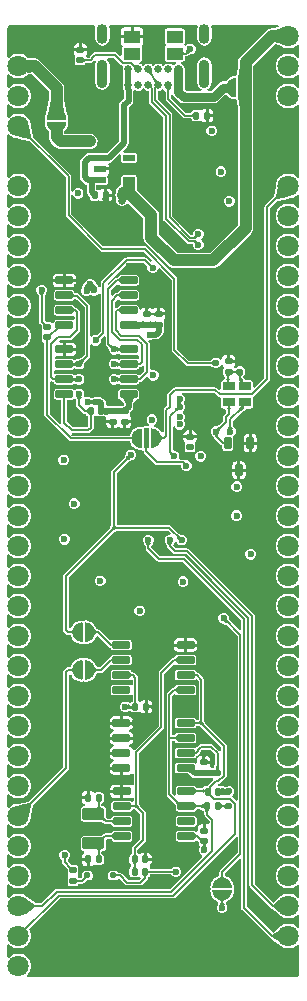
<source format=gbl>
G04*
G04 #@! TF.GenerationSoftware,Altium Limited,Altium Designer,25.4.2 (15)*
G04*
G04 Layer_Physical_Order=4*
G04 Layer_Color=16711680*
%FSLAX44Y44*%
%MOMM*%
G71*
G04*
G04 #@! TF.SameCoordinates,8C631885-24FB-4105-B1F4-A81627B1BDD2*
G04*
G04*
G04 #@! TF.FilePolarity,Positive*
G04*
G01*
G75*
%ADD14C,0.1524*%
G04:AMPARAMS|DCode=16|XSize=0.72mm|YSize=0.99mm|CornerRadius=0.09mm|HoleSize=0mm|Usage=FLASHONLY|Rotation=90.000|XOffset=0mm|YOffset=0mm|HoleType=Round|Shape=RoundedRectangle|*
%AMROUNDEDRECTD16*
21,1,0.7200,0.8100,0,0,90.0*
21,1,0.5400,0.9900,0,0,90.0*
1,1,0.1800,0.4050,0.2700*
1,1,0.1800,0.4050,-0.2700*
1,1,0.1800,-0.4050,-0.2700*
1,1,0.1800,-0.4050,0.2700*
%
%ADD16ROUNDEDRECTD16*%
G04:AMPARAMS|DCode=23|XSize=0.55mm|YSize=0.6mm|CornerRadius=0.0688mm|HoleSize=0mm|Usage=FLASHONLY|Rotation=270.000|XOffset=0mm|YOffset=0mm|HoleType=Round|Shape=RoundedRectangle|*
%AMROUNDEDRECTD23*
21,1,0.5500,0.4625,0,0,270.0*
21,1,0.4125,0.6000,0,0,270.0*
1,1,0.1375,-0.2313,-0.2063*
1,1,0.1375,-0.2313,0.2063*
1,1,0.1375,0.2313,0.2063*
1,1,0.1375,0.2313,-0.2063*
%
%ADD23ROUNDEDRECTD23*%
G04:AMPARAMS|DCode=24|XSize=0.55mm|YSize=0.6mm|CornerRadius=0.0688mm|HoleSize=0mm|Usage=FLASHONLY|Rotation=0.000|XOffset=0mm|YOffset=0mm|HoleType=Round|Shape=RoundedRectangle|*
%AMROUNDEDRECTD24*
21,1,0.5500,0.4625,0,0,0.0*
21,1,0.4125,0.6000,0,0,0.0*
1,1,0.1375,0.2063,-0.2313*
1,1,0.1375,-0.2063,-0.2313*
1,1,0.1375,-0.2063,0.2313*
1,1,0.1375,0.2063,0.2313*
%
%ADD24ROUNDEDRECTD24*%
G04:AMPARAMS|DCode=26|XSize=1.05mm|YSize=0.55mm|CornerRadius=0.0688mm|HoleSize=0mm|Usage=FLASHONLY|Rotation=0.000|XOffset=0mm|YOffset=0mm|HoleType=Round|Shape=RoundedRectangle|*
%AMROUNDEDRECTD26*
21,1,1.0500,0.4125,0,0,0.0*
21,1,0.9125,0.5500,0,0,0.0*
1,1,0.1375,0.4563,-0.2063*
1,1,0.1375,-0.4563,-0.2063*
1,1,0.1375,-0.4563,0.2063*
1,1,0.1375,0.4563,0.2063*
%
%ADD26ROUNDEDRECTD26*%
G04:AMPARAMS|DCode=54|XSize=0.9mm|YSize=1.7mm|CornerRadius=0.45mm|HoleSize=0mm|Usage=FLASHONLY|Rotation=180.000|XOffset=0mm|YOffset=0mm|HoleType=Round|Shape=RoundedRectangle|*
%AMROUNDEDRECTD54*
21,1,0.9000,0.8000,0,0,180.0*
21,1,0.0000,1.7000,0,0,180.0*
1,1,0.9000,0.0000,0.4000*
1,1,0.9000,0.0000,0.4000*
1,1,0.9000,0.0000,-0.4000*
1,1,0.9000,0.0000,-0.4000*
%
%ADD54ROUNDEDRECTD54*%
G04:AMPARAMS|DCode=55|XSize=0.9mm|YSize=2.4mm|CornerRadius=0.45mm|HoleSize=0mm|Usage=FLASHONLY|Rotation=180.000|XOffset=0mm|YOffset=0mm|HoleType=Round|Shape=RoundedRectangle|*
%AMROUNDEDRECTD55*
21,1,0.9000,1.5000,0,0,180.0*
21,1,0.0000,2.4000,0,0,180.0*
1,1,0.9000,0.0000,0.7500*
1,1,0.9000,0.0000,0.7500*
1,1,0.9000,0.0000,-0.7500*
1,1,0.9000,0.0000,-0.7500*
%
%ADD55ROUNDEDRECTD55*%
%ADD56C,0.6500*%
%ADD59C,0.5000*%
%ADD61C,0.2000*%
%ADD62C,0.7452*%
%ADD64C,1.0000*%
%ADD66C,0.6000*%
%ADD67C,0.6604*%
%ADD68C,0.5000*%
%ADD69C,1.8000*%
G04:AMPARAMS|DCode=70|XSize=0.59mm|YSize=0.45mm|CornerRadius=0.1mm|HoleSize=0mm|Usage=FLASHONLY|Rotation=180.000|XOffset=0mm|YOffset=0mm|HoleType=Round|Shape=RoundedRectangle|*
%AMROUNDEDRECTD70*
21,1,0.5900,0.2500,0,0,180.0*
21,1,0.3900,0.4500,0,0,180.0*
1,1,0.2000,-0.1950,0.1250*
1,1,0.2000,0.1950,0.1250*
1,1,0.2000,0.1950,-0.1250*
1,1,0.2000,-0.1950,-0.1250*
%
%ADD70ROUNDEDRECTD70*%
G04:AMPARAMS|DCode=71|XSize=1.8mm|YSize=1mm|CornerRadius=0.125mm|HoleSize=0mm|Usage=FLASHONLY|Rotation=0.000|XOffset=0mm|YOffset=0mm|HoleType=Round|Shape=RoundedRectangle|*
%AMROUNDEDRECTD71*
21,1,1.8000,0.7500,0,0,0.0*
21,1,1.5500,1.0000,0,0,0.0*
1,1,0.2500,0.7750,-0.3750*
1,1,0.2500,-0.7750,-0.3750*
1,1,0.2500,-0.7750,0.3750*
1,1,0.2500,0.7750,0.3750*
%
%ADD71ROUNDEDRECTD71*%
G04:AMPARAMS|DCode=72|XSize=1mm|YSize=0.6mm|CornerRadius=0.075mm|HoleSize=0mm|Usage=FLASHONLY|Rotation=270.000|XOffset=0mm|YOffset=0mm|HoleType=Round|Shape=RoundedRectangle|*
%AMROUNDEDRECTD72*
21,1,1.0000,0.4500,0,0,270.0*
21,1,0.8500,0.6000,0,0,270.0*
1,1,0.1500,-0.2250,-0.4250*
1,1,0.1500,-0.2250,0.4250*
1,1,0.1500,0.2250,0.4250*
1,1,0.1500,0.2250,-0.4250*
%
%ADD72ROUNDEDRECTD72*%
G04:AMPARAMS|DCode=73|XSize=0.6mm|YSize=1.45mm|CornerRadius=0.075mm|HoleSize=0mm|Usage=FLASHONLY|Rotation=270.000|XOffset=0mm|YOffset=0mm|HoleType=Round|Shape=RoundedRectangle|*
%AMROUNDEDRECTD73*
21,1,0.6000,1.3000,0,0,270.0*
21,1,0.4500,1.4500,0,0,270.0*
1,1,0.1500,-0.6500,-0.2250*
1,1,0.1500,-0.6500,0.2250*
1,1,0.1500,0.6500,0.2250*
1,1,0.1500,0.6500,-0.2250*
%
%ADD73ROUNDEDRECTD73*%
G04:AMPARAMS|DCode=74|XSize=1.05mm|YSize=1.4mm|CornerRadius=0.05mm|HoleSize=0mm|Usage=FLASHONLY|Rotation=90.000|XOffset=0mm|YOffset=0mm|HoleType=Round|Shape=RoundedRectangle|*
%AMROUNDEDRECTD74*
21,1,1.0500,1.3000,0,0,90.0*
21,1,0.9500,1.4000,0,0,90.0*
1,1,0.1000,0.6500,0.4750*
1,1,0.1000,0.6500,-0.4750*
1,1,0.1000,-0.6500,-0.4750*
1,1,0.1000,-0.6500,0.4750*
%
%ADD74ROUNDEDRECTD74*%
%ADD75C,0.1848*%
%ADD76R,0.5000X0.6000*%
%ADD77R,0.6508X0.4276*%
%ADD78R,0.4000X0.6000*%
G36*
X107531Y387768D02*
X101417Y388700D01*
Y398700D01*
X107531Y399632D01*
Y387768D01*
D02*
G37*
G36*
X106151Y401562D02*
X105845Y401043D01*
X101168Y400331D01*
X101085Y400280D01*
X100216D01*
X98512Y400056D01*
X96925Y399399D01*
X95563Y398353D01*
X73347Y376137D01*
X72301Y374775D01*
X71644Y373187D01*
X71420Y371484D01*
Y368654D01*
X71389Y368609D01*
X71405Y368517D01*
X71360Y368435D01*
X70577Y361256D01*
X69748Y359950D01*
X69082D01*
X68977Y359906D01*
X68867Y359935D01*
X67788Y359793D01*
X67689Y359737D01*
X67576Y359751D01*
X66526Y359470D01*
X66435Y359400D01*
X66321D01*
X65316Y358984D01*
X65235Y358903D01*
X65122Y358889D01*
X64180Y358345D01*
X64111Y358254D01*
X64001Y358225D01*
X63138Y357562D01*
X63081Y357464D01*
X62975Y357420D01*
X62206Y356651D01*
X62162Y356545D01*
X62064Y356488D01*
X61401Y355625D01*
X61372Y355515D01*
X61281Y355446D01*
X61228Y355353D01*
X59000D01*
X56952Y354945D01*
X55215Y353785D01*
X48783Y347353D01*
X46606D01*
X45693Y348766D01*
X45707Y348877D01*
X47593Y350137D01*
X48924Y352130D01*
X49392Y354480D01*
Y369480D01*
X48924Y371830D01*
X47593Y373823D01*
X45601Y375154D01*
X43250Y375622D01*
X40900Y375154D01*
X38907Y373823D01*
X37576Y371830D01*
X37108Y369480D01*
Y354480D01*
X37576Y352130D01*
X38907Y350137D01*
X40793Y348877D01*
X40807Y348766D01*
X39894Y347353D01*
X27833D01*
X26603Y348582D01*
Y352180D01*
Y365680D01*
X26195Y367728D01*
X25035Y369465D01*
X23498Y370492D01*
X23510Y371277D01*
X23751Y372016D01*
X24500D01*
X25290Y372173D01*
X25959Y372621D01*
X26407Y373290D01*
X26564Y374080D01*
Y376261D01*
X27050Y376499D01*
X27348D01*
X28240Y376677D01*
X28996Y377182D01*
X29192Y377378D01*
X31727Y378172D01*
X31787Y378222D01*
X32164D01*
X33827Y378911D01*
X35099Y380183D01*
X35788Y381846D01*
Y383646D01*
X35099Y385309D01*
X33827Y386581D01*
X32164Y387270D01*
X30364D01*
X28701Y386581D01*
X27539Y385419D01*
X27249Y385296D01*
X26974Y385277D01*
X26543Y385678D01*
X25959Y387121D01*
X26407Y387790D01*
X26564Y388580D01*
Y398080D01*
X26407Y398870D01*
X25959Y399539D01*
X25290Y399987D01*
X24500Y400144D01*
X11500D01*
X10710Y399987D01*
X10041Y399539D01*
X9593Y398870D01*
X9436Y398080D01*
Y388580D01*
X9593Y387790D01*
X10041Y387121D01*
X10331Y386927D01*
X10423Y386576D01*
Y385583D01*
X10331Y385233D01*
X10041Y385039D01*
X9593Y384370D01*
X9436Y383580D01*
Y374080D01*
X9593Y373290D01*
X10041Y372621D01*
X10710Y372173D01*
X11500Y372016D01*
X18749D01*
X18990Y371277D01*
X19003Y370492D01*
X17465Y369465D01*
X17432Y369416D01*
X15915Y369266D01*
X15454Y369727D01*
X13700Y370454D01*
X11800D01*
X10046Y369727D01*
X9496Y369177D01*
X8500Y368518D01*
X7504Y369177D01*
X6954Y369727D01*
X5200Y370454D01*
X3300D01*
X1546Y369727D01*
X996Y369177D01*
X0Y368518D01*
X-996Y369177D01*
X-1546Y369727D01*
X-3300Y370454D01*
X-5200D01*
X-6954Y369727D01*
X-7504Y369177D01*
X-8500Y368518D01*
X-9496Y369177D01*
X-10046Y369727D01*
X-11800Y370454D01*
X-11821Y370492D01*
X-11723Y370960D01*
X-10973Y372121D01*
X-10710Y372173D01*
X-10041Y372621D01*
X-9593Y373290D01*
X-9436Y374080D01*
Y383580D01*
X-9593Y384370D01*
X-9656Y384463D01*
X-9999Y385117D01*
X-9312Y386385D01*
X-9308Y386388D01*
X-8636Y387394D01*
X-8400Y388580D01*
Y392060D01*
X-18000D01*
X-27599D01*
Y388580D01*
X-27364Y387394D01*
X-26692Y386388D01*
X-26688Y386385D01*
X-26001Y385117D01*
X-26344Y384463D01*
X-26407Y384370D01*
X-26564Y383580D01*
Y377436D01*
X-27972Y376853D01*
X-30557Y379438D01*
X-31313Y379943D01*
X-32205Y380121D01*
X-49027D01*
X-49919Y379943D01*
X-50675Y379438D01*
X-53442Y376671D01*
X-53947Y375915D01*
X-53986Y375723D01*
X-54211Y375497D01*
X-56274D01*
X-57457Y376790D01*
X-57315Y377777D01*
X-56601Y378844D01*
X-56351Y380103D01*
Y380896D01*
X-61954D01*
X-67557D01*
Y380103D01*
X-67307Y378844D01*
X-66593Y377777D01*
X-66350Y376091D01*
X-66521Y375229D01*
Y371104D01*
X-66350Y370241D01*
X-65861Y369509D01*
X-65129Y369020D01*
X-64267Y368849D01*
X-59641D01*
X-58779Y369020D01*
X-58047Y369509D01*
X-57558Y370241D01*
X-57498Y370542D01*
X-56900Y370835D01*
X-53246D01*
X-52354Y371013D01*
X-51598Y371518D01*
X-50146Y372970D01*
X-49826Y373449D01*
X-49626Y373523D01*
X-48633Y372267D01*
X-48924Y371830D01*
X-49392Y369480D01*
Y354480D01*
X-48924Y352130D01*
X-47593Y350137D01*
X-45600Y348806D01*
X-43250Y348338D01*
X-40900Y348806D01*
X-38907Y350137D01*
X-37576Y352130D01*
X-37108Y354480D01*
Y369480D01*
X-37576Y371830D01*
X-38907Y373823D01*
X-39075Y373935D01*
X-38612Y375459D01*
X-33171D01*
X-27318Y369607D01*
X-26562Y369102D01*
X-25697Y367542D01*
X-25700Y367412D01*
X-26024Y366630D01*
Y364730D01*
X-25353Y363110D01*
Y354750D01*
X-26024Y353130D01*
Y351230D01*
X-25353Y349610D01*
Y348659D01*
X-25103Y347403D01*
Y340700D01*
X-27901Y337901D01*
X-28791Y336570D01*
X-29103Y335000D01*
Y304699D01*
X-38955Y294848D01*
X-40286Y294862D01*
X-40957Y294995D01*
X-50083D01*
X-50753Y294862D01*
X-54338Y294827D01*
X-54558Y294734D01*
X-55892Y294468D01*
X-57223Y293579D01*
X-60901Y289901D01*
X-61790Y288570D01*
X-62103Y287000D01*
Y274607D01*
X-61790Y273037D01*
X-60901Y271706D01*
X-57972Y268777D01*
X-56641Y267887D01*
X-56405Y267840D01*
Y262052D01*
X-56093Y260482D01*
X-55203Y259151D01*
X-53817Y257765D01*
Y256688D01*
X-53646Y255825D01*
X-53157Y255093D01*
X-52425Y254604D01*
X-51562Y254433D01*
X-47438D01*
X-46575Y254604D01*
X-44889Y254361D01*
X-43822Y253647D01*
X-43066Y253497D01*
X-43181Y256431D01*
X-41770D01*
Y259000D01*
Y264603D01*
X-42562D01*
X-43822Y264353D01*
X-44889Y263639D01*
X-46575Y263396D01*
X-47438Y263567D01*
X-48015D01*
X-48199Y263751D01*
Y267361D01*
X-40957D01*
X-40095Y267532D01*
X-39363Y268021D01*
X-38874Y268753D01*
X-38703Y269615D01*
Y273740D01*
X-38874Y274603D01*
X-38992Y274780D01*
X-38835Y276470D01*
X-38713Y276733D01*
X-38631Y276789D01*
X-37917Y277856D01*
X-37667Y279116D01*
Y279908D01*
X-45520D01*
Y282448D01*
X-37667D01*
Y283241D01*
X-37917Y284500D01*
X-38249Y284996D01*
X-37535Y286528D01*
X-37299Y286531D01*
X-37078Y286626D01*
X-35749Y286890D01*
X-34418Y287780D01*
X-28751Y293447D01*
X-27415Y292779D01*
X-27337Y292705D01*
Y288615D01*
X-27166Y287753D01*
X-26677Y287021D01*
X-25945Y286532D01*
X-25082Y286361D01*
X-15957D01*
X-15095Y286532D01*
X-14363Y287021D01*
X-13874Y287753D01*
X-13703Y288615D01*
Y292740D01*
X-13874Y293603D01*
X-14363Y294335D01*
X-15095Y294824D01*
X-15957Y294995D01*
X-25047D01*
X-25121Y295073D01*
X-25789Y296409D01*
X-22099Y300099D01*
X-21209Y301430D01*
X-20897Y303000D01*
Y333301D01*
X-18099Y336099D01*
X-17210Y337430D01*
X-16897Y339000D01*
Y347421D01*
X-15454Y348133D01*
X-13700Y347406D01*
X-11800D01*
X-10046Y348133D01*
X-9496Y348683D01*
X-8500Y349342D01*
X-7504Y348683D01*
X-6954Y348133D01*
X-5200Y347406D01*
X-3855D01*
Y338064D01*
X-3677Y337172D01*
X-3172Y336416D01*
X8359Y324884D01*
Y238990D01*
X8537Y238097D01*
X9042Y237341D01*
X28099Y218284D01*
X28856Y217779D01*
X29748Y217601D01*
X33293D01*
X33476Y217164D01*
Y216100D01*
X34165Y214437D01*
X35437Y213165D01*
X37100Y212476D01*
X38900D01*
X40563Y213165D01*
X41835Y214437D01*
X42524Y216100D01*
Y217900D01*
X41835Y219563D01*
X40789Y220609D01*
X40659Y221500D01*
X40789Y222391D01*
X41835Y223437D01*
X42524Y225100D01*
Y226900D01*
X41835Y228563D01*
X40563Y229835D01*
X38900Y230524D01*
X37100D01*
X35437Y229835D01*
X34165Y228563D01*
X33476Y226900D01*
Y225855D01*
X33378Y225605D01*
X31852Y225434D01*
X16069Y241217D01*
Y327113D01*
X15891Y328004D01*
X15386Y328761D01*
X3855Y340292D01*
Y347406D01*
X5200D01*
X6954Y348133D01*
X7504Y348683D01*
X7652Y348781D01*
X7721Y348795D01*
X9382Y348415D01*
X10419Y346503D01*
Y340310D01*
X10597Y339418D01*
X11102Y338662D01*
X25022Y324742D01*
X25778Y324237D01*
X26670Y324059D01*
X31662D01*
X32205Y323793D01*
X32320Y323215D01*
X32809Y322483D01*
X33541Y321994D01*
X34404Y321823D01*
X38528D01*
X39391Y321994D01*
X41077Y321751D01*
X42144Y321037D01*
X43404Y320787D01*
X44196D01*
Y326390D01*
Y331993D01*
X43404D01*
X42144Y331743D01*
X41077Y331029D01*
X39391Y330786D01*
X38528Y330957D01*
X34404D01*
X33541Y330786D01*
X32809Y330297D01*
X32320Y329565D01*
X32205Y328987D01*
X31662Y328721D01*
X27636D01*
X15081Y341275D01*
Y343405D01*
X16605Y343868D01*
X17465Y342580D01*
X21830Y338215D01*
X23567Y337055D01*
X25615Y336647D01*
X25615Y336647D01*
X51000D01*
X53048Y337055D01*
X54785Y338215D01*
X60155Y343585D01*
X62064Y343512D01*
X62162Y343455D01*
X62206Y343349D01*
X62975Y342580D01*
X63081Y342536D01*
X63138Y342438D01*
X64001Y341775D01*
X64111Y341746D01*
X64180Y341656D01*
X65122Y341111D01*
X65235Y341097D01*
X65316Y341016D01*
X66321Y340600D01*
X66435D01*
X66526Y340530D01*
X67576Y340249D01*
X67689Y340263D01*
X67788Y340207D01*
X68867Y340065D01*
X68977Y340094D01*
X69082Y340050D01*
X69748D01*
X70577Y338744D01*
X71360Y331565D01*
X71405Y331483D01*
X71389Y331391D01*
X71420Y331347D01*
Y233634D01*
X48074Y210288D01*
X20018D01*
X4580Y225726D01*
Y242000D01*
X4356Y243703D01*
X3699Y245290D01*
X2653Y246653D01*
X-14122Y263428D01*
X-13844Y268904D01*
X-13703Y269615D01*
Y273741D01*
X-13874Y274603D01*
X-14363Y275335D01*
X-15095Y275824D01*
X-15957Y275995D01*
X-25082D01*
X-25945Y275824D01*
X-26677Y275335D01*
X-27166Y274603D01*
X-27337Y273741D01*
Y269615D01*
X-27296Y269410D01*
X-27350Y269000D01*
Y267552D01*
X-27472D01*
X-29246Y266817D01*
X-30603Y265460D01*
X-31338Y263686D01*
Y261766D01*
X-31332Y261750D01*
X-31868Y260455D01*
X-32092Y258752D01*
X-31868Y257049D01*
X-31243Y255541D01*
X-31338Y255312D01*
Y253392D01*
X-30603Y251618D01*
X-29246Y250261D01*
X-27472Y249526D01*
X-25552D01*
X-23778Y250261D01*
X-22750Y251289D01*
X-20905Y251599D01*
X-8580Y239274D01*
Y223000D01*
X-8356Y221297D01*
X-7699Y219710D01*
X-6653Y218347D01*
X12639Y199055D01*
X14002Y198009D01*
X15589Y197352D01*
X17292Y197128D01*
X50800D01*
X52503Y197352D01*
X54090Y198009D01*
X55453Y199055D01*
X82653Y226255D01*
X83699Y227618D01*
X84356Y229205D01*
X84580Y230908D01*
Y334015D01*
X84625Y334216D01*
X84580Y334477D01*
Y365523D01*
X84625Y365784D01*
X84580Y365985D01*
Y368759D01*
X102663Y386842D01*
X106925Y386192D01*
X107838Y385279D01*
X110238Y383893D01*
X112914Y383176D01*
X115686D01*
X118362Y383893D01*
X120762Y385279D01*
X122162Y386679D01*
X123686Y386048D01*
Y375952D01*
X122162Y375321D01*
X120762Y376721D01*
X118362Y378107D01*
X115686Y378824D01*
X112914D01*
X110238Y378107D01*
X107838Y376721D01*
X105879Y374762D01*
X104493Y372362D01*
X103776Y369686D01*
Y366914D01*
X104493Y364238D01*
X105879Y361838D01*
X107838Y359879D01*
X110238Y358493D01*
X112914Y357776D01*
X115686D01*
X118362Y358493D01*
X120762Y359879D01*
X122162Y361279D01*
X123686Y360648D01*
Y350552D01*
X122162Y349921D01*
X120762Y351321D01*
X118362Y352707D01*
X115686Y353424D01*
X112914D01*
X110238Y352707D01*
X107838Y351321D01*
X105879Y349362D01*
X104493Y346962D01*
X103776Y344286D01*
Y341515D01*
X104493Y338838D01*
X105879Y336438D01*
X107838Y334479D01*
X110238Y333093D01*
X112914Y332376D01*
X115686D01*
X118362Y333093D01*
X120762Y334479D01*
X122162Y335879D01*
X123686Y335248D01*
Y274352D01*
X122162Y273721D01*
X120762Y275121D01*
X118362Y276507D01*
X115686Y277224D01*
X112914D01*
X110238Y276507D01*
X107838Y275121D01*
X105879Y273162D01*
X104493Y270762D01*
X103776Y268085D01*
Y267055D01*
X103677Y266900D01*
X102044Y257740D01*
X94742Y250438D01*
X94237Y249682D01*
X94060Y248790D01*
Y104012D01*
X86024Y95976D01*
X84500Y96607D01*
Y100024D01*
X84311Y100970D01*
X83776Y101772D01*
X82974Y102307D01*
X82028Y102495D01*
X78203D01*
X78144Y102591D01*
X78131Y102831D01*
X77825Y103108D01*
X77607Y103460D01*
X76111Y104540D01*
X77036Y106632D01*
X77037Y106653D01*
X77263Y106879D01*
X77952Y108542D01*
Y110342D01*
X77263Y112005D01*
X75991Y113277D01*
X74328Y113966D01*
X72528D01*
X70865Y113277D01*
X70639Y113051D01*
X70618Y113050D01*
X69744Y112664D01*
X69143Y112887D01*
X68352Y113688D01*
X68415Y114125D01*
X69129Y115192D01*
X69379Y116452D01*
Y117244D01*
X63776D01*
Y118514D01*
X62506D01*
Y123867D01*
X61463D01*
X60204Y123617D01*
X59137Y122903D01*
X58423Y121836D01*
X58173Y120576D01*
Y120216D01*
X57528Y119901D01*
X56649Y119749D01*
X55563Y120835D01*
X53900Y121524D01*
X52100D01*
X50437Y120835D01*
X49778Y120176D01*
X49707Y120164D01*
X47620Y118885D01*
X30197D01*
X20133Y128949D01*
Y188436D01*
X19955Y189328D01*
X19450Y190084D01*
X-5696Y215230D01*
X-6452Y215735D01*
X-7344Y215913D01*
X-42447D01*
X-69529Y242995D01*
Y258764D01*
X-68005Y259067D01*
X-67567Y258009D01*
X-66295Y256737D01*
X-64632Y256048D01*
X-62832D01*
X-61169Y256737D01*
X-59897Y258009D01*
X-59208Y259672D01*
Y261472D01*
X-59897Y263135D01*
X-61169Y264407D01*
X-62832Y265096D01*
X-64632D01*
X-66295Y264407D01*
X-67567Y263135D01*
X-68005Y262077D01*
X-69529Y262381D01*
Y275060D01*
X-69707Y275952D01*
X-70212Y276708D01*
X-102044Y308540D01*
X-103676Y317700D01*
X-103776Y317855D01*
Y318885D01*
X-104493Y321562D01*
X-105879Y323962D01*
X-107838Y325921D01*
X-110238Y327307D01*
X-112914Y328024D01*
X-115686D01*
X-118362Y327307D01*
X-120762Y325921D01*
X-122162Y324521D01*
X-123686Y325152D01*
Y335248D01*
X-122162Y335879D01*
X-120762Y334479D01*
X-118362Y333093D01*
X-115686Y332376D01*
X-112914D01*
X-110238Y333093D01*
X-107838Y334479D01*
X-105879Y336438D01*
X-104493Y338838D01*
X-103776Y341515D01*
Y344286D01*
X-104493Y346962D01*
X-105879Y349362D01*
X-107838Y351321D01*
X-110238Y352707D01*
X-112914Y353424D01*
X-115686D01*
X-118362Y352707D01*
X-120762Y351321D01*
X-122162Y349921D01*
X-123686Y350552D01*
Y360648D01*
X-122162Y361279D01*
X-120762Y359879D01*
X-118362Y358493D01*
X-115686Y357776D01*
X-112914D01*
X-110238Y358493D01*
X-107838Y359879D01*
X-106506Y361211D01*
X-103101Y361501D01*
X-88580Y346980D01*
Y340325D01*
X-88621Y340262D01*
X-90990Y327669D01*
X-91400Y326679D01*
Y326565D01*
X-91470Y326474D01*
X-91751Y325424D01*
X-91736Y325311D01*
X-91793Y325212D01*
X-91935Y324133D01*
X-91906Y324023D01*
X-91950Y323918D01*
Y323252D01*
X-91945Y323240D01*
X-91824Y322906D01*
Y322621D01*
X-91731Y322396D01*
X-91731Y321604D01*
X-91824Y321379D01*
Y321094D01*
X-91945Y320760D01*
X-91950Y320748D01*
Y320082D01*
X-91906Y319977D01*
X-91936Y319867D01*
X-91793Y318788D01*
X-91736Y318689D01*
X-91751Y318577D01*
X-91470Y317526D01*
X-91400Y317435D01*
Y317321D01*
X-90984Y316316D01*
X-90904Y316235D01*
X-90889Y316122D01*
X-90345Y315180D01*
X-90254Y315111D01*
X-90225Y315001D01*
X-89562Y314138D01*
X-89464Y314081D01*
X-89420Y313975D01*
X-88651Y313206D01*
X-88580Y313177D01*
Y308000D01*
X-88356Y306297D01*
X-87699Y304710D01*
X-86653Y303347D01*
X-83167Y299861D01*
X-81804Y298815D01*
X-80217Y298158D01*
X-78514Y297934D01*
X-53684D01*
X-51981Y298158D01*
X-50394Y298815D01*
X-49031Y299861D01*
X-47985Y301224D01*
X-47328Y302811D01*
X-47104Y304514D01*
X-47328Y306217D01*
X-47985Y307804D01*
X-49031Y309167D01*
X-50394Y310213D01*
X-51981Y310870D01*
X-53684Y311094D01*
X-75420D01*
Y313177D01*
X-75349Y313206D01*
X-74580Y313975D01*
X-74536Y314081D01*
X-74438Y314138D01*
X-73775Y315001D01*
X-73746Y315111D01*
X-73656Y315180D01*
X-73111Y316122D01*
X-73097Y316235D01*
X-73016Y316316D01*
X-72600Y317321D01*
Y317435D01*
X-72530Y317526D01*
X-72249Y318577D01*
X-72263Y318689D01*
X-72207Y318788D01*
X-72064Y319867D01*
X-72094Y319977D01*
X-72050Y320082D01*
Y320748D01*
X-72055Y320760D01*
X-72176Y321094D01*
Y321379D01*
X-72269Y321604D01*
X-72269Y322396D01*
X-72176Y322621D01*
Y322906D01*
X-72055Y323240D01*
X-72050Y323252D01*
Y323918D01*
X-72094Y324023D01*
X-72064Y324133D01*
X-72207Y325212D01*
X-72263Y325311D01*
X-72249Y325424D01*
X-72530Y326474D01*
X-72600Y326565D01*
Y326679D01*
X-73010Y327669D01*
X-75379Y340262D01*
X-75420Y340325D01*
Y349706D01*
X-75644Y351409D01*
X-76301Y352996D01*
X-77347Y354359D01*
X-95941Y372953D01*
X-97304Y373999D01*
X-98891Y374656D01*
X-100594Y374880D01*
X-101154D01*
X-101277Y374944D01*
X-106506Y375389D01*
X-107838Y376721D01*
X-110238Y378107D01*
X-112914Y378824D01*
X-115686D01*
X-118362Y378107D01*
X-120762Y376721D01*
X-122162Y375321D01*
X-123686Y375952D01*
Y400050D01*
X-123686Y400050D01*
X-123681D01*
X-123450Y401210D01*
X-122793Y402193D01*
X-121810Y402850D01*
X-120650Y403081D01*
Y403086D01*
X-120650Y403086D01*
X-49979D01*
X-49037Y401562D01*
X-49392Y399780D01*
Y391780D01*
X-48924Y389430D01*
X-47593Y387437D01*
X-45600Y386106D01*
X-43250Y385638D01*
X-40900Y386106D01*
X-38907Y387437D01*
X-37576Y389430D01*
X-37108Y391780D01*
Y399780D01*
X-37462Y401562D01*
X-36521Y403086D01*
X36521D01*
X37463Y401562D01*
X37108Y399780D01*
Y391780D01*
X37576Y389430D01*
X38907Y387437D01*
X40900Y386106D01*
X43250Y385638D01*
X45601Y386106D01*
X47593Y387437D01*
X48924Y389430D01*
X49392Y391780D01*
Y399780D01*
X49037Y401562D01*
X49979Y403086D01*
X105281D01*
X106151Y401562D01*
D02*
G37*
G36*
X31234Y379746D02*
X28478Y378883D01*
X27401Y379960D01*
X28264Y382716D01*
X31234Y379746D01*
D02*
G37*
G36*
X26503Y379592D02*
Y378068D01*
X24948Y377306D01*
Y380354D01*
X26503Y379592D01*
D02*
G37*
G36*
X-57448Y373928D02*
Y372404D01*
X-59002Y371642D01*
Y374690D01*
X-57448Y373928D01*
D02*
G37*
G36*
X-13218Y368896D02*
X-15975Y365277D01*
X-17112Y368349D01*
X-16184Y369576D01*
X-13218Y368896D01*
D02*
G37*
G36*
X-101417Y373300D02*
Y363300D01*
X-107169Y362810D01*
Y373790D01*
X-101417Y373300D01*
D02*
G37*
G36*
X-883Y361762D02*
X-2172Y360950D01*
X-4938Y362504D01*
X-1088Y364928D01*
X-883Y361762D01*
D02*
G37*
G36*
X4939Y355356D02*
X1088Y352932D01*
X883Y356098D01*
X2173Y356910D01*
X4939Y355356D01*
D02*
G37*
G36*
X83000Y366065D02*
X80499Y351616D01*
X71883Y358016D01*
X73000Y368256D01*
X83000Y366065D01*
D02*
G37*
G36*
X13512Y347071D02*
X11988D01*
X10475Y349859D01*
X15025D01*
X13512Y347071D01*
D02*
G37*
G36*
X83000Y333935D02*
X73000Y331744D01*
X71883Y341984D01*
X80499Y348384D01*
X83000Y333935D01*
D02*
G37*
G36*
X-74570Y327038D02*
X-89430D01*
X-87000Y339958D01*
X-77000D01*
X-74570Y327038D01*
D02*
G37*
G36*
X33764Y324866D02*
X32210Y325628D01*
Y327152D01*
X33764Y327914D01*
Y324866D01*
D02*
G37*
G36*
X-103602Y307879D02*
X-104679Y306802D01*
X-114210Y308500D01*
X-105300Y317410D01*
X-103602Y307879D01*
D02*
G37*
G36*
X-37319Y293181D02*
Y288181D01*
X-40484Y288142D01*
Y293214D01*
X-37319Y293181D01*
D02*
G37*
G36*
X-50556Y288142D02*
X-54322Y288178D01*
Y293178D01*
X-50556Y293214D01*
Y288142D01*
D02*
G37*
G36*
X-15770Y263494D02*
X-25770D01*
X-25556Y269142D01*
X-15484D01*
X-15770Y263494D01*
D02*
G37*
G36*
X-120762Y309079D02*
X-118362Y307693D01*
X-115686Y306976D01*
X-114655D01*
X-114499Y306877D01*
X-105340Y305244D01*
X-74191Y274095D01*
Y242030D01*
X-74013Y241138D01*
X-73508Y240382D01*
X-45060Y211934D01*
X-44304Y211429D01*
X-43412Y211251D01*
X-8310D01*
X-1414Y204356D01*
X-1916Y202702D01*
X-2449Y202596D01*
X-5464Y205610D01*
X-6220Y206115D01*
X-7112Y206293D01*
X-22703D01*
X-23595Y206115D01*
X-24352Y205610D01*
X-44057Y185905D01*
X-44562Y185149D01*
X-44739Y184257D01*
Y181320D01*
X-45948Y180949D01*
X-46263Y180931D01*
X-46782Y181450D01*
X-47302Y182704D01*
X-47534Y182936D01*
X-47660Y183239D01*
X-48816Y184396D01*
Y184542D01*
X-49505Y186205D01*
X-50777Y187477D01*
X-52440Y188166D01*
X-54240D01*
X-55903Y187477D01*
X-57175Y186205D01*
X-57698Y184943D01*
X-57983Y184825D01*
X-59400Y183408D01*
X-59525Y183105D01*
X-59757Y182873D01*
X-60524Y181022D01*
Y180694D01*
X-60650Y180391D01*
Y180369D01*
X-61144Y179176D01*
Y177376D01*
X-60455Y175713D01*
X-59183Y174441D01*
X-57520Y173752D01*
X-55720D01*
X-54057Y174441D01*
X-53313Y175185D01*
X-52601Y174473D01*
X-50938Y173784D01*
X-49138D01*
X-47475Y174473D01*
X-46263Y175685D01*
X-45948Y175667D01*
X-44739Y175296D01*
Y143557D01*
X-47868Y140428D01*
X-48100Y140524D01*
X-49900D01*
X-51563Y139835D01*
X-52145Y139253D01*
X-53669Y139884D01*
Y165220D01*
X-53847Y166112D01*
X-54352Y166868D01*
X-61322Y173838D01*
X-61322Y173838D01*
X-62222Y174738D01*
X-62222Y174738D01*
X-63122Y175638D01*
X-63878Y176143D01*
X-64770Y176321D01*
X-66205D01*
X-66706Y176566D01*
X-66868Y177381D01*
X-67371Y178133D01*
X-68123Y178636D01*
X-69010Y178813D01*
X-82010D01*
X-82897Y178636D01*
X-83650Y178133D01*
X-84152Y177381D01*
X-84329Y176494D01*
Y171994D01*
X-84152Y171107D01*
X-83650Y170354D01*
X-82897Y169852D01*
X-82010Y169675D01*
X-69010D01*
X-68123Y169852D01*
X-67371Y170354D01*
X-66968Y170956D01*
X-66365Y171158D01*
X-66068Y171206D01*
X-65369Y171293D01*
X-64618Y170542D01*
X-64618Y170542D01*
X-58331Y164255D01*
Y123981D01*
X-60898Y121414D01*
X-63433Y120620D01*
X-63493Y120570D01*
X-63870D01*
X-65533Y119881D01*
X-65603Y119811D01*
X-67371Y119713D01*
X-68123Y120216D01*
X-69010Y120393D01*
X-82010D01*
X-82360Y120323D01*
X-83689Y121295D01*
X-83676Y122009D01*
X-82360Y122989D01*
X-82010Y122920D01*
X-76780D01*
Y128524D01*
Y134129D01*
X-79056D01*
X-79775Y135653D01*
X-79226Y136353D01*
X-70471D01*
X-69579Y136531D01*
X-68823Y137036D01*
X-62802Y143057D01*
X-62297Y143813D01*
X-62119Y144705D01*
Y160020D01*
X-62297Y160912D01*
X-62802Y161668D01*
X-64326Y163192D01*
X-65082Y163697D01*
X-65974Y163875D01*
X-66205D01*
X-66762Y164148D01*
X-66868Y164681D01*
X-67371Y165434D01*
X-68123Y165936D01*
X-69010Y166113D01*
X-82010D01*
X-82897Y165936D01*
X-83650Y165434D01*
X-84152Y164681D01*
X-84329Y163794D01*
Y159294D01*
X-84152Y158407D01*
X-83650Y157655D01*
X-82897Y157152D01*
X-82010Y156975D01*
X-69010D01*
X-68305Y157116D01*
X-67909Y157003D01*
X-66781Y156216D01*
Y154172D01*
X-67909Y153385D01*
X-68305Y153272D01*
X-69010Y153413D01*
X-82010D01*
X-82897Y153236D01*
X-83650Y152734D01*
X-84152Y151981D01*
X-84315Y151161D01*
X-84520Y151057D01*
X-85853Y150797D01*
X-86093Y151157D01*
X-86825Y151646D01*
X-87688Y151817D01*
X-91021D01*
X-92135Y152931D01*
Y173269D01*
X-90904Y175623D01*
X-90897Y175701D01*
X-90631Y175967D01*
X-89942Y177630D01*
Y179430D01*
X-90631Y181093D01*
X-91903Y182365D01*
X-93566Y183054D01*
X-95366D01*
X-97029Y182365D01*
X-98301Y181093D01*
X-98990Y179430D01*
Y177630D01*
X-98301Y175967D01*
X-98035Y175701D01*
X-98028Y175623D01*
X-96797Y173269D01*
Y151966D01*
X-96619Y151074D01*
X-96114Y150318D01*
X-94567Y148771D01*
Y145437D01*
X-94396Y144575D01*
X-93910Y143848D01*
X-93907Y143843D01*
Y142157D01*
X-93910Y142152D01*
X-94396Y141425D01*
X-94567Y140562D01*
Y136438D01*
X-94396Y135575D01*
X-93907Y134843D01*
X-93175Y134354D01*
X-92331Y134186D01*
Y73000D01*
X-92153Y72108D01*
X-91648Y71352D01*
X-71800Y51504D01*
X-71044Y50998D01*
X-70152Y50821D01*
X-20000D01*
X-19794Y50051D01*
X-19725Y49961D01*
Y49847D01*
X-19308Y48842D01*
X-19228Y48761D01*
X-19213Y48648D01*
X-18669Y47706D01*
X-18578Y47636D01*
X-18549Y47526D01*
X-17887Y46663D01*
X-17788Y46606D01*
X-17744Y46501D01*
X-16975Y45732D01*
X-16870Y45688D01*
X-16813Y45589D01*
X-15949Y44927D01*
X-15840Y44898D01*
X-15770Y44807D01*
X-14828Y44263D01*
X-14715Y44248D01*
X-14634Y44168D01*
X-13629Y43751D01*
X-13515D01*
X-13425Y43682D01*
X-12374Y43400D01*
X-12261Y43415D01*
X-12162Y43358D01*
X-11084Y43216D01*
X-10974Y43246D01*
X-10868Y43202D01*
X-10325D01*
X-10203Y43202D01*
X-9978Y43295D01*
X-9978Y43295D01*
X-9899Y43328D01*
X-9571D01*
X-8671Y42687D01*
X-8331Y42318D01*
Y42000D01*
X-8153Y41108D01*
X-7648Y40352D01*
X1570Y31134D01*
X2326Y30629D01*
X3218Y30451D01*
X23476D01*
Y29100D01*
X24165Y27437D01*
X25437Y26165D01*
X27100Y25476D01*
X28900D01*
X30563Y26165D01*
X31835Y27437D01*
X32524Y29100D01*
Y30900D01*
X31835Y32563D01*
X30563Y33835D01*
X28900Y34524D01*
X27100D01*
X26622Y34326D01*
X26517Y34430D01*
X25761Y34935D01*
X24869Y35113D01*
X22870D01*
X21852Y36637D01*
X22072Y37168D01*
Y38968D01*
X21383Y40631D01*
X20111Y41903D01*
X18448Y42592D01*
X18071D01*
X18011Y42642D01*
X16379Y43154D01*
Y63048D01*
X17903Y63351D01*
X18285Y62429D01*
X19557Y61157D01*
X21220Y60468D01*
X23020D01*
X24683Y61157D01*
X25955Y62429D01*
X26644Y64092D01*
Y65892D01*
X25955Y67555D01*
X25343Y68167D01*
X25955Y68779D01*
X26644Y70442D01*
Y72242D01*
X25955Y73905D01*
X25322Y74537D01*
X24851Y75533D01*
X25322Y76529D01*
X25955Y77161D01*
X26644Y78824D01*
Y80624D01*
X25955Y82287D01*
X25650Y82592D01*
Y83206D01*
X25955Y83511D01*
X26644Y85174D01*
Y86974D01*
X25955Y88637D01*
X24683Y89909D01*
X24113Y90145D01*
X24416Y91669D01*
X51545D01*
X54470Y88744D01*
X55226Y88239D01*
X56118Y88061D01*
X56227D01*
X56493Y87859D01*
X57323Y86537D01*
X57255Y86192D01*
Y80792D01*
X57443Y79846D01*
X57978Y79044D01*
X58780Y78509D01*
X59726Y78320D01*
X60749D01*
X60771Y77968D01*
X61445Y76592D01*
Y74818D01*
X59588Y72961D01*
X59083Y72204D01*
X58905Y71312D01*
Y67989D01*
X55180Y64264D01*
X52645Y63470D01*
X52585Y63420D01*
X52208D01*
X50545Y62731D01*
X49273Y61459D01*
X48584Y59796D01*
Y57996D01*
X49273Y56333D01*
X50496Y55110D01*
X50841Y54207D01*
X50954Y54088D01*
X50991Y53904D01*
X51496Y53148D01*
X56871Y47773D01*
X57627Y47268D01*
X57761Y47241D01*
X57842Y47155D01*
X58343Y46929D01*
Y44810D01*
X58520Y43923D01*
X59022Y43170D01*
X59775Y42668D01*
X60662Y42491D01*
X65162D01*
X66049Y42668D01*
X66801Y43170D01*
X67304Y43923D01*
X67481Y44810D01*
Y53310D01*
X67304Y54197D01*
X67560Y55040D01*
X67609Y55061D01*
X68881Y56333D01*
X69570Y57996D01*
Y59796D01*
X68881Y61459D01*
X68655Y61685D01*
X68654Y61706D01*
X67619Y64045D01*
Y68176D01*
X74601Y75157D01*
X74650Y75165D01*
X78185Y77317D01*
X78429Y77650D01*
X78756Y77901D01*
X78788Y78141D01*
X78931Y78336D01*
X78945Y78352D01*
X82028D01*
X82974Y78541D01*
X83776Y79076D01*
X84311Y79878D01*
X84500Y80824D01*
Y86224D01*
X84411Y86667D01*
X84660Y88271D01*
X85416Y88776D01*
X98039Y101399D01*
X98544Y102155D01*
X98721Y103047D01*
Y247825D01*
X105340Y254444D01*
X114500Y256077D01*
X114655Y256176D01*
X115686D01*
X118362Y256893D01*
X120762Y258279D01*
X122162Y259679D01*
X123686Y259048D01*
Y248952D01*
X122162Y248321D01*
X120762Y249721D01*
X118362Y251107D01*
X115686Y251824D01*
X112914D01*
X110238Y251107D01*
X107838Y249721D01*
X105879Y247762D01*
X104493Y245362D01*
X103776Y242686D01*
Y239914D01*
X104493Y237238D01*
X105879Y234838D01*
X107838Y232879D01*
X110238Y231493D01*
X112914Y230776D01*
X115686D01*
X118362Y231493D01*
X120762Y232879D01*
X122162Y234279D01*
X123686Y233648D01*
Y223552D01*
X122162Y222921D01*
X120762Y224321D01*
X118362Y225707D01*
X115686Y226424D01*
X112914D01*
X110238Y225707D01*
X107838Y224321D01*
X105879Y222362D01*
X104493Y219962D01*
X103776Y217285D01*
Y214515D01*
X104493Y211838D01*
X105879Y209438D01*
X107838Y207479D01*
X110238Y206093D01*
X112914Y205376D01*
X115686D01*
X118362Y206093D01*
X120762Y207479D01*
X122162Y208879D01*
X123686Y208248D01*
Y198152D01*
X122162Y197521D01*
X120762Y198921D01*
X118362Y200307D01*
X115686Y201024D01*
X112914D01*
X110238Y200307D01*
X107838Y198921D01*
X105879Y196962D01*
X104493Y194562D01*
X103776Y191886D01*
Y189114D01*
X104493Y186438D01*
X105879Y184038D01*
X107838Y182079D01*
X110238Y180693D01*
X112914Y179976D01*
X115686D01*
X118362Y180693D01*
X120762Y182079D01*
X122162Y183479D01*
X123686Y182848D01*
Y172752D01*
X122162Y172121D01*
X120762Y173521D01*
X118362Y174907D01*
X115686Y175624D01*
X112914D01*
X110238Y174907D01*
X107838Y173521D01*
X105879Y171562D01*
X104493Y169162D01*
X103776Y166486D01*
Y163715D01*
X104493Y161038D01*
X105879Y158638D01*
X107838Y156679D01*
X110238Y155293D01*
X112914Y154576D01*
X115686D01*
X118362Y155293D01*
X120762Y156679D01*
X122162Y158079D01*
X123686Y157448D01*
Y147352D01*
X122162Y146721D01*
X120762Y148121D01*
X118362Y149507D01*
X115686Y150224D01*
X112914D01*
X110238Y149507D01*
X107838Y148121D01*
X105879Y146162D01*
X104493Y143762D01*
X103776Y141086D01*
Y138315D01*
X104493Y135638D01*
X105879Y133238D01*
X107838Y131279D01*
X110238Y129893D01*
X112914Y129176D01*
X115686D01*
X118362Y129893D01*
X120762Y131279D01*
X122162Y132679D01*
X123686Y132048D01*
Y121952D01*
X122162Y121321D01*
X120762Y122721D01*
X118362Y124107D01*
X115686Y124824D01*
X112914D01*
X110238Y124107D01*
X107838Y122721D01*
X105879Y120762D01*
X104493Y118362D01*
X103776Y115686D01*
Y112914D01*
X104493Y110238D01*
X105879Y107838D01*
X107838Y105879D01*
X110238Y104493D01*
X112914Y103776D01*
X115686D01*
X118362Y104493D01*
X120762Y105879D01*
X122162Y107279D01*
X123686Y106648D01*
Y96552D01*
X122162Y95921D01*
X120762Y97321D01*
X118362Y98707D01*
X115686Y99424D01*
X112914D01*
X110238Y98707D01*
X107838Y97321D01*
X105879Y95362D01*
X104493Y92962D01*
X103776Y90286D01*
Y87514D01*
X104493Y84838D01*
X105879Y82438D01*
X107838Y80479D01*
X110238Y79093D01*
X112914Y78376D01*
X115686D01*
X118362Y79093D01*
X120762Y80479D01*
X122162Y81879D01*
X123686Y81248D01*
Y71152D01*
X122162Y70521D01*
X120762Y71921D01*
X118362Y73307D01*
X115686Y74024D01*
X112914D01*
X110238Y73307D01*
X107838Y71921D01*
X105879Y69962D01*
X104493Y67562D01*
X103776Y64886D01*
Y62115D01*
X104493Y59438D01*
X105879Y57038D01*
X107838Y55079D01*
X110238Y53693D01*
X112914Y52976D01*
X115686D01*
X118362Y53693D01*
X120762Y55079D01*
X122162Y56479D01*
X123686Y55848D01*
Y45752D01*
X122162Y45121D01*
X120762Y46521D01*
X118362Y47907D01*
X115686Y48624D01*
X112914D01*
X110238Y47907D01*
X107838Y46521D01*
X105879Y44562D01*
X104493Y42162D01*
X103776Y39485D01*
Y36714D01*
X104493Y34038D01*
X105879Y31638D01*
X107838Y29679D01*
X110238Y28293D01*
X112914Y27576D01*
X115686D01*
X118362Y28293D01*
X120762Y29679D01*
X122162Y31079D01*
X123686Y30448D01*
Y20352D01*
X122162Y19721D01*
X120762Y21121D01*
X118362Y22507D01*
X115686Y23224D01*
X112914D01*
X110238Y22507D01*
X107838Y21121D01*
X105879Y19162D01*
X104493Y16762D01*
X103776Y14086D01*
Y11315D01*
X104493Y8638D01*
X105879Y6238D01*
X107838Y4279D01*
X110238Y2893D01*
X112914Y2176D01*
X115686D01*
X118362Y2893D01*
X120762Y4279D01*
X122162Y5679D01*
X123686Y5048D01*
X123686Y-5048D01*
X122162Y-5679D01*
X120762Y-4279D01*
X118362Y-2893D01*
X115686Y-2176D01*
X112914D01*
X110238Y-2893D01*
X107838Y-4279D01*
X105879Y-6238D01*
X104493Y-8638D01*
X103776Y-11315D01*
Y-14086D01*
X104493Y-16762D01*
X105879Y-19162D01*
X107838Y-21121D01*
X110238Y-22507D01*
X112914Y-23224D01*
X115686D01*
X118362Y-22507D01*
X120762Y-21121D01*
X122162Y-19721D01*
X123686Y-20352D01*
Y-30448D01*
X122162Y-31079D01*
X120762Y-29679D01*
X118362Y-28293D01*
X115686Y-27576D01*
X112914D01*
X110238Y-28293D01*
X107838Y-29679D01*
X105879Y-31638D01*
X104493Y-34038D01*
X103776Y-36714D01*
Y-39485D01*
X104493Y-42162D01*
X105879Y-44562D01*
X107838Y-46521D01*
X110238Y-47907D01*
X112914Y-48624D01*
X115686D01*
X118362Y-47907D01*
X120762Y-46521D01*
X122162Y-45121D01*
X123686Y-45752D01*
Y-55848D01*
X122162Y-56479D01*
X120762Y-55079D01*
X118362Y-53693D01*
X115686Y-52976D01*
X112914D01*
X110238Y-53693D01*
X107838Y-55079D01*
X105879Y-57038D01*
X104493Y-59438D01*
X103776Y-62115D01*
Y-64886D01*
X104493Y-67562D01*
X105879Y-69962D01*
X107838Y-71921D01*
X110238Y-73307D01*
X112914Y-74024D01*
X115686D01*
X118362Y-73307D01*
X120762Y-71921D01*
X122162Y-70521D01*
X123686Y-71152D01*
Y-81248D01*
X122162Y-81879D01*
X120762Y-80479D01*
X118362Y-79093D01*
X115686Y-78376D01*
X112914D01*
X110238Y-79093D01*
X107838Y-80479D01*
X105879Y-82438D01*
X104493Y-84838D01*
X103776Y-87514D01*
Y-90286D01*
X104493Y-92962D01*
X105879Y-95362D01*
X107838Y-97321D01*
X110238Y-98707D01*
X112914Y-99424D01*
X115686D01*
X118362Y-98707D01*
X120762Y-97321D01*
X122162Y-95921D01*
X123686Y-96552D01*
Y-106648D01*
X122162Y-107279D01*
X120762Y-105879D01*
X118362Y-104493D01*
X115686Y-103776D01*
X112914D01*
X110238Y-104493D01*
X107838Y-105879D01*
X105879Y-107838D01*
X104493Y-110238D01*
X103776Y-112914D01*
Y-115686D01*
X104493Y-118362D01*
X105879Y-120762D01*
X107838Y-122721D01*
X110238Y-124107D01*
X112914Y-124824D01*
X115686D01*
X118362Y-124107D01*
X120762Y-122721D01*
X122162Y-121321D01*
X123686Y-121952D01*
Y-132048D01*
X122162Y-132679D01*
X120762Y-131279D01*
X118362Y-129893D01*
X115686Y-129176D01*
X112914D01*
X110238Y-129893D01*
X107838Y-131279D01*
X105879Y-133238D01*
X104493Y-135638D01*
X103776Y-138315D01*
Y-141086D01*
X104493Y-143762D01*
X105879Y-146162D01*
X107838Y-148121D01*
X110238Y-149507D01*
X112914Y-150224D01*
X115686D01*
X118362Y-149507D01*
X120762Y-148121D01*
X122162Y-146721D01*
X123686Y-147352D01*
Y-157448D01*
X122162Y-158079D01*
X120762Y-156679D01*
X118362Y-155293D01*
X115686Y-154576D01*
X112914D01*
X110238Y-155293D01*
X107838Y-156679D01*
X105879Y-158638D01*
X104493Y-161038D01*
X103776Y-163715D01*
Y-166486D01*
X104493Y-169162D01*
X105879Y-171562D01*
X107838Y-173521D01*
X110238Y-174907D01*
X112914Y-175624D01*
X115686D01*
X118362Y-174907D01*
X120762Y-173521D01*
X122162Y-172121D01*
X123686Y-172752D01*
Y-182848D01*
X122162Y-183479D01*
X120762Y-182079D01*
X118362Y-180693D01*
X115686Y-179976D01*
X112914D01*
X110238Y-180693D01*
X107838Y-182079D01*
X105879Y-184038D01*
X104493Y-186438D01*
X103776Y-189114D01*
Y-191886D01*
X104493Y-194562D01*
X105879Y-196962D01*
X107838Y-198921D01*
X110238Y-200307D01*
X112914Y-201024D01*
X115686D01*
X118362Y-200307D01*
X120762Y-198921D01*
X122162Y-197521D01*
X123686Y-198152D01*
Y-208248D01*
X122162Y-208879D01*
X120762Y-207479D01*
X118362Y-206093D01*
X115686Y-205376D01*
X112914D01*
X110238Y-206093D01*
X107838Y-207479D01*
X105879Y-209438D01*
X104493Y-211838D01*
X103776Y-214515D01*
Y-217285D01*
X104493Y-219962D01*
X105879Y-222362D01*
X107838Y-224321D01*
X110238Y-225707D01*
X112914Y-226424D01*
X115686D01*
X118362Y-225707D01*
X120762Y-224321D01*
X122162Y-222921D01*
X123686Y-223552D01*
Y-233648D01*
X122162Y-234279D01*
X120762Y-232879D01*
X118362Y-231493D01*
X115686Y-230776D01*
X112914D01*
X110238Y-231493D01*
X107838Y-232879D01*
X105879Y-234838D01*
X104493Y-237238D01*
X103776Y-239914D01*
Y-242686D01*
X104493Y-245362D01*
X105879Y-247762D01*
X107838Y-249721D01*
X110238Y-251107D01*
X112914Y-251824D01*
X115686D01*
X118362Y-251107D01*
X120762Y-249721D01*
X122162Y-248321D01*
X123686Y-248952D01*
Y-259048D01*
X122162Y-259679D01*
X120762Y-258279D01*
X118362Y-256893D01*
X115686Y-256176D01*
X112914D01*
X110238Y-256893D01*
X107838Y-258279D01*
X105879Y-260238D01*
X104493Y-262638D01*
X103776Y-265315D01*
Y-268085D01*
X104493Y-270762D01*
X105879Y-273162D01*
X107838Y-275121D01*
X110238Y-276507D01*
X112914Y-277224D01*
X115686D01*
X118362Y-276507D01*
X120762Y-275121D01*
X122162Y-273721D01*
X123686Y-274352D01*
Y-284448D01*
X122162Y-285079D01*
X120762Y-283679D01*
X118362Y-282293D01*
X115686Y-281576D01*
X112914D01*
X110238Y-282293D01*
X107838Y-283679D01*
X105879Y-285638D01*
X104493Y-288038D01*
X103776Y-290714D01*
Y-293486D01*
X104493Y-296162D01*
X105879Y-298562D01*
X107838Y-300521D01*
X110238Y-301907D01*
X112914Y-302624D01*
X115686D01*
X118362Y-301907D01*
X120762Y-300521D01*
X122162Y-299121D01*
X123686Y-299752D01*
Y-309848D01*
X122162Y-310479D01*
X120762Y-309079D01*
X118362Y-307693D01*
X115686Y-306976D01*
X112914D01*
X110238Y-307693D01*
X107838Y-309079D01*
X105879Y-311038D01*
X104493Y-313438D01*
X103776Y-316115D01*
Y-318885D01*
X104493Y-321562D01*
X105879Y-323962D01*
X107838Y-325921D01*
X110238Y-327307D01*
X112914Y-328024D01*
X115686D01*
X118362Y-327307D01*
X120762Y-325921D01*
X122162Y-324521D01*
X123686Y-325152D01*
Y-335248D01*
X122162Y-335879D01*
X120762Y-334479D01*
X118362Y-333093D01*
X115686Y-332376D01*
X112914D01*
X110238Y-333093D01*
X107838Y-334479D01*
X105879Y-336438D01*
X105734Y-336689D01*
X101365Y-339887D01*
X85903Y-324425D01*
Y-97490D01*
X85725Y-96598D01*
X85220Y-95842D01*
X30196Y-40818D01*
X29440Y-40313D01*
X28548Y-40135D01*
X19241D01*
X16674Y-37568D01*
X17532Y-35927D01*
X17539Y-35849D01*
X17805Y-35583D01*
X18098Y-34875D01*
X19748D01*
X20041Y-35583D01*
X21313Y-36855D01*
X22976Y-37544D01*
X24776D01*
X26439Y-36855D01*
X27711Y-35583D01*
X28400Y-33920D01*
Y-32120D01*
X27711Y-30457D01*
X26439Y-29185D01*
X24776Y-28496D01*
X24399D01*
X24339Y-28446D01*
X21804Y-27652D01*
X15110Y-20958D01*
X14354Y-20453D01*
X13462Y-20275D01*
X-30478D01*
X-31197Y-19556D01*
Y23507D01*
X-21072Y33632D01*
X-18537Y34426D01*
X-18477Y34476D01*
X-18100D01*
X-16437Y35165D01*
X-15165Y36437D01*
X-14476Y38100D01*
Y39900D01*
X-15165Y41563D01*
X-16437Y42835D01*
X-18100Y43524D01*
X-19900D01*
X-21563Y42835D01*
X-22835Y41563D01*
X-23524Y39900D01*
Y39523D01*
X-23574Y39463D01*
X-24368Y36928D01*
X-35176Y26120D01*
X-35681Y25364D01*
X-35859Y24472D01*
Y-20243D01*
X-36847Y-22629D01*
X-75648Y-61430D01*
X-76153Y-62186D01*
X-76331Y-63078D01*
Y-109000D01*
X-76153Y-109892D01*
X-75648Y-110648D01*
X-73648Y-112648D01*
X-72892Y-113153D01*
X-72000Y-113331D01*
X-70672D01*
X-69963Y-113656D01*
X-69844Y-114101D01*
X-69774Y-114191D01*
Y-114305D01*
X-69358Y-115310D01*
X-69277Y-115391D01*
X-69262Y-115504D01*
X-68718Y-116446D01*
X-68628Y-116515D01*
X-68599Y-116625D01*
X-67936Y-117488D01*
X-67838Y-117545D01*
X-67794Y-117651D01*
X-67025Y-118420D01*
X-66919Y-118464D01*
X-66862Y-118562D01*
X-65999Y-119225D01*
X-65889Y-119254D01*
X-65820Y-119345D01*
X-64878Y-119889D01*
X-64765Y-119903D01*
X-64684Y-119984D01*
X-63679Y-120400D01*
X-63565D01*
X-63474Y-120470D01*
X-62424Y-120751D01*
X-62311Y-120737D01*
X-62212Y-120793D01*
X-61133Y-120935D01*
X-61023Y-120906D01*
X-60918Y-120950D01*
X-60252D01*
X-60240Y-120945D01*
X-59906Y-120824D01*
X-59621D01*
X-59396Y-120731D01*
X-58604D01*
X-58379Y-120824D01*
X-58094D01*
X-57760Y-120945D01*
X-57748Y-120950D01*
X-57082D01*
X-56977Y-120906D01*
X-56867Y-120935D01*
X-55788Y-120793D01*
X-55689Y-120737D01*
X-55577Y-120751D01*
X-54526Y-120470D01*
X-54435Y-120400D01*
X-54321D01*
X-53316Y-119984D01*
X-53235Y-119903D01*
X-53123Y-119889D01*
X-52180Y-119345D01*
X-52111Y-119254D01*
X-52001Y-119225D01*
X-51138Y-118562D01*
X-51081Y-118464D01*
X-50975Y-118420D01*
X-50206Y-117651D01*
X-50163Y-117545D01*
X-50064Y-117488D01*
X-49401Y-116625D01*
X-49372Y-116515D01*
X-49282Y-116446D01*
X-48738Y-115504D01*
X-48723Y-115391D01*
X-48642Y-115310D01*
X-48495Y-114956D01*
X-46910Y-114505D01*
X-46735Y-114561D01*
X-37728Y-123568D01*
X-36972Y-124073D01*
X-36779Y-124112D01*
X-36734Y-124163D01*
X-35998Y-124524D01*
X-35892Y-125057D01*
X-35389Y-125809D01*
X-34637Y-126312D01*
X-33750Y-126489D01*
X-20750D01*
X-19863Y-126312D01*
X-19110Y-125809D01*
X-18608Y-125057D01*
X-18431Y-124170D01*
Y-119670D01*
X-18608Y-118783D01*
X-19110Y-118031D01*
X-19863Y-117528D01*
X-20750Y-117352D01*
X-33750D01*
X-34637Y-117528D01*
X-35389Y-118031D01*
X-37002Y-117701D01*
X-45352Y-109352D01*
X-46108Y-108847D01*
X-47000Y-108669D01*
X-47328D01*
X-48037Y-108344D01*
X-48156Y-107900D01*
X-48226Y-107809D01*
Y-107695D01*
X-48642Y-106690D01*
X-48723Y-106609D01*
X-48738Y-106496D01*
X-49282Y-105554D01*
X-49372Y-105485D01*
X-49401Y-105375D01*
X-50064Y-104511D01*
X-50163Y-104455D01*
X-50206Y-104349D01*
X-50975Y-103580D01*
X-51081Y-103536D01*
X-51138Y-103438D01*
X-52001Y-102775D01*
X-52111Y-102746D01*
X-52180Y-102655D01*
X-53123Y-102111D01*
X-53235Y-102097D01*
X-53316Y-102016D01*
X-54321Y-101600D01*
X-54435D01*
X-54525Y-101530D01*
X-55577Y-101249D01*
X-55689Y-101264D01*
X-55788Y-101207D01*
X-56867Y-101065D01*
X-56977Y-101094D01*
X-57082Y-101050D01*
X-57748D01*
X-58051Y-101176D01*
X-58379D01*
X-58604Y-101269D01*
X-59396D01*
X-59621Y-101176D01*
X-59949D01*
X-60252Y-101050D01*
X-60918D01*
X-61023Y-101094D01*
X-61133Y-101065D01*
X-62212Y-101207D01*
X-62311Y-101264D01*
X-62424Y-101249D01*
X-63474Y-101530D01*
X-63565Y-101600D01*
X-63679D01*
X-64684Y-102016D01*
X-64765Y-102097D01*
X-64878Y-102111D01*
X-65820Y-102655D01*
X-65889Y-102746D01*
X-65999Y-102775D01*
X-66862Y-103438D01*
X-66919Y-103536D01*
X-67025Y-103580D01*
X-67794Y-104349D01*
X-67838Y-104455D01*
X-67936Y-104511D01*
X-68599Y-105375D01*
X-68628Y-105485D01*
X-68718Y-105554D01*
X-69262Y-106496D01*
X-69277Y-106609D01*
X-69358Y-106690D01*
X-69468Y-106956D01*
X-70903Y-107388D01*
X-71669Y-106839D01*
Y-64043D01*
X-33551Y-25925D01*
X-31165Y-24937D01*
X12497D01*
X14532Y-26972D01*
X13901Y-28496D01*
X13070D01*
X11407Y-29185D01*
X10135Y-30457D01*
X9446Y-32120D01*
Y-33920D01*
X10135Y-35583D01*
X10401Y-35849D01*
X10408Y-35927D01*
X11678Y-38356D01*
X11817Y-39052D01*
X12322Y-39808D01*
X16628Y-44114D01*
X17384Y-44619D01*
X18276Y-44797D01*
X27582D01*
X81241Y-98456D01*
Y-325390D01*
X81419Y-326282D01*
X81924Y-327038D01*
X99434Y-344548D01*
X100190Y-345053D01*
X105734Y-349111D01*
X105879Y-349362D01*
X107838Y-351321D01*
X110238Y-352707D01*
X112914Y-353424D01*
X115686D01*
X118362Y-352707D01*
X120762Y-351321D01*
X122162Y-349921D01*
X123686Y-350552D01*
Y-360648D01*
X122162Y-361279D01*
X120762Y-359879D01*
X118362Y-358493D01*
X115686Y-357776D01*
X112914D01*
X110238Y-358493D01*
X107838Y-359879D01*
X105894Y-361823D01*
X101115Y-365291D01*
X79061Y-343237D01*
Y-99942D01*
X78883Y-99050D01*
X78378Y-98294D01*
X27490Y-47406D01*
X26734Y-46901D01*
X25842Y-46723D01*
X16249D01*
X15977Y-46669D01*
X5769D01*
X-1987Y-38913D01*
Y-38281D01*
X-756Y-35927D01*
X-749Y-35849D01*
X-483Y-35583D01*
X206Y-33920D01*
Y-32120D01*
X-483Y-30457D01*
X-1755Y-29185D01*
X-3418Y-28496D01*
X-5218D01*
X-6881Y-29185D01*
X-8153Y-30457D01*
X-8842Y-32120D01*
Y-33920D01*
X-8153Y-35583D01*
X-7887Y-35849D01*
X-7880Y-35927D01*
X-6649Y-38281D01*
Y-39878D01*
X-6471Y-40770D01*
X-5966Y-41526D01*
X3156Y-50648D01*
X3912Y-51153D01*
X4804Y-51331D01*
X15760D01*
X16032Y-51385D01*
X24876D01*
X74399Y-100908D01*
Y-108990D01*
X72991Y-109573D01*
X64804Y-101386D01*
X64010Y-98851D01*
X63960Y-98791D01*
Y-98414D01*
X63271Y-96751D01*
X61999Y-95479D01*
X60336Y-94790D01*
X58536D01*
X56873Y-95479D01*
X55601Y-96751D01*
X54912Y-98414D01*
Y-100214D01*
X55601Y-101877D01*
X56873Y-103149D01*
X58536Y-103838D01*
X58913D01*
X58973Y-103888D01*
X61508Y-104682D01*
X71329Y-114503D01*
Y-252966D01*
X69805Y-253598D01*
X67111Y-250904D01*
X66727Y-250326D01*
X67101Y-248923D01*
X67589Y-248435D01*
X68278Y-246772D01*
Y-244972D01*
X67589Y-243309D01*
X66317Y-242037D01*
X64654Y-241348D01*
X62854D01*
X61987Y-241707D01*
X57265Y-241328D01*
X57198Y-241350D01*
X57133Y-241323D01*
X57027Y-241367D01*
X56877Y-241337D01*
X55711D01*
X55043Y-240511D01*
X54898Y-239813D01*
X55053Y-239662D01*
X55727Y-239527D01*
X56484Y-239022D01*
X61290Y-234216D01*
X61795Y-233459D01*
X61973Y-232568D01*
Y-206962D01*
X61795Y-206070D01*
X61290Y-205314D01*
X43959Y-187983D01*
X42971Y-185597D01*
Y-151174D01*
X42793Y-150282D01*
X42288Y-149526D01*
X38434Y-145672D01*
X37678Y-145167D01*
X36786Y-144989D01*
X36555D01*
X35998Y-144716D01*
X35892Y-144183D01*
X35389Y-143431D01*
X34637Y-142928D01*
X33750Y-142752D01*
X20750D01*
X19863Y-142928D01*
X19110Y-143431D01*
X18608Y-144183D01*
X18431Y-145070D01*
Y-149570D01*
X18608Y-150457D01*
X19110Y-151209D01*
X19863Y-151712D01*
X20750Y-151889D01*
X33750D01*
X34637Y-151712D01*
X35389Y-151209D01*
X37211Y-151042D01*
X38309Y-152140D01*
Y-184910D01*
X37590Y-185629D01*
X36555D01*
X35998Y-185356D01*
X35892Y-184823D01*
X35389Y-184071D01*
X34637Y-183568D01*
X33750Y-183391D01*
X20750D01*
X19863Y-183568D01*
X19111Y-184071D01*
X18608Y-184823D01*
X18432Y-185710D01*
Y-190210D01*
X18608Y-191097D01*
X19111Y-191849D01*
X19863Y-192352D01*
X20750Y-192529D01*
X33750D01*
X34637Y-192352D01*
X35389Y-191849D01*
X35892Y-191097D01*
X35998Y-190564D01*
X36555Y-190291D01*
X38277D01*
X40663Y-191279D01*
X57311Y-207927D01*
Y-210925D01*
X56654Y-211320D01*
X55787Y-211495D01*
X50670Y-206378D01*
X49914Y-205873D01*
X49022Y-205695D01*
X41148D01*
X40907Y-205743D01*
X40483D01*
X39590Y-205921D01*
X38834Y-206426D01*
X36644Y-208616D01*
X35494Y-209399D01*
X34637Y-208968D01*
X33750Y-208792D01*
X20750D01*
X19863Y-208968D01*
X19110Y-209471D01*
X18608Y-210223D01*
X18431Y-211110D01*
Y-215610D01*
X18608Y-216497D01*
X19110Y-217250D01*
X19863Y-217752D01*
X20750Y-217929D01*
X33750D01*
X34637Y-217752D01*
X35389Y-217250D01*
X35892Y-216497D01*
X36033Y-215789D01*
X36570Y-215547D01*
X36651Y-215461D01*
X36785Y-215434D01*
X37541Y-214929D01*
X39034Y-213436D01*
X39539Y-212680D01*
X39630Y-212222D01*
X41496Y-210357D01*
X48057D01*
X52025Y-214325D01*
Y-222620D01*
X51970Y-222706D01*
X51540Y-225104D01*
X50539Y-226157D01*
X48874Y-226100D01*
X48038Y-224650D01*
X48041Y-224546D01*
X48275Y-223368D01*
Y-222576D01*
X42672D01*
Y-221306D01*
X41402D01*
Y-218604D01*
X41148D01*
X41402Y-218086D01*
Y-217090D01*
X40807Y-215953D01*
X40360D01*
X39100Y-216203D01*
X38033Y-216917D01*
X37319Y-217984D01*
X37069Y-219244D01*
Y-221941D01*
X35545Y-222403D01*
X35389Y-222171D01*
X34637Y-221668D01*
X33750Y-221491D01*
X20750D01*
X19863Y-221668D01*
X19110Y-222171D01*
X18608Y-222923D01*
X18431Y-223810D01*
Y-228310D01*
X18608Y-229197D01*
X19110Y-229949D01*
X19863Y-230452D01*
X20750Y-230629D01*
X29449D01*
X32028Y-233207D01*
X33359Y-234097D01*
X34648Y-234353D01*
X34871Y-234454D01*
X40045Y-234636D01*
X40074Y-234625D01*
X40103Y-234637D01*
X40209Y-234593D01*
X40360Y-234623D01*
X44984D01*
X45135Y-234593D01*
X45241Y-234637D01*
X45269Y-234625D01*
X45298Y-234636D01*
X50107Y-234470D01*
X50557Y-235132D01*
X50733Y-235661D01*
X50753Y-235933D01*
X46154Y-240532D01*
X45649Y-241289D01*
X45639Y-241337D01*
X43752D01*
X42889Y-241508D01*
X42157Y-241997D01*
X41668Y-242729D01*
X41609Y-243026D01*
X41010Y-243319D01*
X37085D01*
X36528Y-243046D01*
X36422Y-242513D01*
X35919Y-241761D01*
X35167Y-241258D01*
X34280Y-241082D01*
X21280D01*
X20393Y-241258D01*
X19641Y-241761D01*
X19138Y-242513D01*
X18961Y-243400D01*
Y-247900D01*
X19068Y-248437D01*
X17809Y-249333D01*
X15916Y-247440D01*
Y-202991D01*
X17945D01*
X18502Y-203264D01*
X18608Y-203797D01*
X19111Y-204550D01*
X19863Y-205052D01*
X20750Y-205229D01*
X33750D01*
X34637Y-205052D01*
X35389Y-204550D01*
X35892Y-203797D01*
X36069Y-202910D01*
Y-198410D01*
X35892Y-197523D01*
X35389Y-196771D01*
X34637Y-196268D01*
X33750Y-196091D01*
X20750D01*
X19863Y-196268D01*
X19111Y-196771D01*
X18608Y-197523D01*
X18502Y-198056D01*
X17945Y-198329D01*
X15916D01*
Y-165114D01*
X17289Y-163742D01*
X19110Y-163909D01*
X19863Y-164412D01*
X20750Y-164589D01*
X33750D01*
X34637Y-164412D01*
X35389Y-163909D01*
X35892Y-163157D01*
X36068Y-162270D01*
Y-157770D01*
X35892Y-156883D01*
X35389Y-156131D01*
X34637Y-155628D01*
X33750Y-155451D01*
X20750D01*
X19863Y-155628D01*
X19110Y-156131D01*
X18608Y-156883D01*
X18502Y-157416D01*
X17945Y-157689D01*
X17714D01*
X16822Y-157867D01*
X16066Y-158372D01*
X11937Y-162501D01*
X11432Y-163257D01*
X11254Y-164149D01*
Y-199767D01*
X11432Y-200659D01*
X11432Y-200660D01*
X11432Y-200661D01*
X11254Y-201553D01*
Y-248405D01*
X11432Y-249297D01*
X11937Y-250053D01*
X18002Y-256118D01*
X18002Y-256121D01*
X18961Y-257987D01*
Y-260600D01*
X19138Y-261487D01*
X19641Y-262239D01*
X20393Y-262742D01*
X21280Y-262919D01*
X34280D01*
X35167Y-262742D01*
X35919Y-262239D01*
X36422Y-261487D01*
X36472Y-261235D01*
X37888Y-260736D01*
X41382Y-261362D01*
X41414Y-261525D01*
X41903Y-262257D01*
X42582Y-262710D01*
X43180Y-265734D01*
X43341Y-265976D01*
X43407Y-266306D01*
X43912Y-267063D01*
X47659Y-270810D01*
Y-272774D01*
X46135Y-273739D01*
X45493Y-273611D01*
X44779D01*
X44450Y-274240D01*
Y-275744D01*
X44704Y-276262D01*
X44450D01*
Y-278964D01*
X41910D01*
Y-276262D01*
X41656D01*
X41910Y-275744D01*
Y-274240D01*
X41581Y-273611D01*
X40868D01*
X39608Y-273861D01*
X38541Y-274575D01*
X37827Y-275642D01*
X37577Y-276901D01*
Y-279598D01*
X36053Y-280060D01*
X35919Y-279861D01*
X35167Y-279358D01*
X34280Y-279181D01*
X21280D01*
X20393Y-279358D01*
X19640Y-279861D01*
X19138Y-280613D01*
X18961Y-281500D01*
Y-286000D01*
X19138Y-286887D01*
X19640Y-287640D01*
X20393Y-288142D01*
X21280Y-288319D01*
X34280D01*
X35167Y-288142D01*
X35919Y-287640D01*
X37349Y-287563D01*
X38613Y-288680D01*
Y-290026D01*
X38784Y-290889D01*
X39273Y-291621D01*
X39345Y-293093D01*
X38656Y-294756D01*
Y-296556D01*
X39345Y-298219D01*
X40617Y-299491D01*
X41149Y-299711D01*
X41506Y-301509D01*
X14346Y-328669D01*
X-82000D01*
X-82892Y-328847D01*
X-83648Y-329352D01*
X-94865Y-340569D01*
X-99298D01*
X-106929Y-335247D01*
X-107109Y-335207D01*
X-107838Y-334479D01*
X-110238Y-333093D01*
X-112914Y-332376D01*
X-115686D01*
X-118362Y-333093D01*
X-120762Y-334479D01*
X-122162Y-335879D01*
X-123686Y-335248D01*
Y-325152D01*
X-122162Y-324521D01*
X-120762Y-325921D01*
X-118362Y-327307D01*
X-115686Y-328024D01*
X-112914D01*
X-110238Y-327307D01*
X-107838Y-325921D01*
X-105879Y-323962D01*
X-104493Y-321562D01*
X-103776Y-318885D01*
Y-316115D01*
X-104493Y-313438D01*
X-105879Y-311038D01*
X-107838Y-309079D01*
X-110238Y-307693D01*
X-112914Y-306976D01*
X-115686D01*
X-118362Y-307693D01*
X-120762Y-309079D01*
X-122162Y-310479D01*
X-123686Y-309848D01*
Y-299752D01*
X-122162Y-299121D01*
X-120762Y-300521D01*
X-118362Y-301907D01*
X-115686Y-302624D01*
X-112914D01*
X-110238Y-301907D01*
X-107838Y-300521D01*
X-105879Y-298562D01*
X-104493Y-296162D01*
X-103776Y-293486D01*
Y-290714D01*
X-104493Y-288038D01*
X-105879Y-285638D01*
X-107838Y-283679D01*
X-110238Y-282293D01*
X-112914Y-281576D01*
X-115686D01*
X-118362Y-282293D01*
X-120762Y-283679D01*
X-122162Y-285079D01*
X-123686Y-284448D01*
Y-274352D01*
X-122162Y-273721D01*
X-120762Y-275121D01*
X-118362Y-276507D01*
X-115686Y-277224D01*
X-112914D01*
X-110238Y-276507D01*
X-107838Y-275121D01*
X-105879Y-273162D01*
X-104493Y-270762D01*
X-103776Y-268085D01*
Y-267055D01*
X-103676Y-266899D01*
X-102044Y-257740D01*
X-72352Y-228048D01*
X-71847Y-227292D01*
X-71669Y-226400D01*
Y-147161D01*
X-70903Y-146611D01*
X-69468Y-147044D01*
X-69358Y-147310D01*
X-69277Y-147391D01*
X-69262Y-147504D01*
X-68719Y-148446D01*
X-68628Y-148515D01*
X-68599Y-148625D01*
X-67936Y-149488D01*
X-67838Y-149545D01*
X-67794Y-149651D01*
X-67025Y-150420D01*
X-66919Y-150464D01*
X-66862Y-150562D01*
X-65999Y-151225D01*
X-65889Y-151254D01*
X-65820Y-151345D01*
X-64878Y-151889D01*
X-64765Y-151903D01*
X-64684Y-151984D01*
X-63679Y-152400D01*
X-63565D01*
X-63474Y-152470D01*
X-62424Y-152751D01*
X-62311Y-152737D01*
X-62212Y-152793D01*
X-61133Y-152935D01*
X-61023Y-152906D01*
X-60918Y-152950D01*
X-60252D01*
X-59949Y-152824D01*
X-59621D01*
X-59396Y-152731D01*
X-58604D01*
X-58379Y-152824D01*
X-58051D01*
X-57748Y-152950D01*
X-57082D01*
X-56977Y-152906D01*
X-56867Y-152935D01*
X-55788Y-152793D01*
X-55689Y-152737D01*
X-55576Y-152751D01*
X-54525Y-152470D01*
X-54435Y-152400D01*
X-54321D01*
X-53316Y-151984D01*
X-53235Y-151903D01*
X-53122Y-151889D01*
X-52180Y-151345D01*
X-52111Y-151254D01*
X-52001Y-151225D01*
X-51138Y-150562D01*
X-51081Y-150464D01*
X-50975Y-150420D01*
X-50206Y-149651D01*
X-50162Y-149545D01*
X-50064Y-149488D01*
X-49401Y-148625D01*
X-49372Y-148515D01*
X-49282Y-148446D01*
X-48738Y-147504D01*
X-48723Y-147391D01*
X-48642Y-147310D01*
X-48226Y-146305D01*
Y-146191D01*
X-48156Y-146101D01*
X-48037Y-145656D01*
X-47328Y-145331D01*
X-44454D01*
X-43562Y-145153D01*
X-42806Y-144648D01*
X-37000Y-138842D01*
X-35389Y-138510D01*
X-34637Y-139012D01*
X-33750Y-139189D01*
X-20750D01*
X-19863Y-139012D01*
X-19111Y-138510D01*
X-18608Y-137757D01*
X-18432Y-136870D01*
Y-132370D01*
X-18608Y-131483D01*
X-19111Y-130731D01*
X-19863Y-130228D01*
X-20750Y-130051D01*
X-33750D01*
X-34637Y-130228D01*
X-35389Y-130731D01*
X-35892Y-131483D01*
X-35998Y-132016D01*
X-36734Y-132377D01*
X-36780Y-132430D01*
X-36966Y-132467D01*
X-37722Y-132972D01*
X-45419Y-140669D01*
X-47328D01*
X-48037Y-140344D01*
X-48156Y-139899D01*
X-48226Y-139809D01*
Y-139695D01*
X-48642Y-138690D01*
X-48723Y-138609D01*
X-48738Y-138496D01*
X-49282Y-137554D01*
X-49372Y-137485D01*
X-49401Y-137375D01*
X-50064Y-136511D01*
X-50162Y-136454D01*
X-50206Y-136349D01*
X-50975Y-135580D01*
X-51081Y-135536D01*
X-51138Y-135438D01*
X-52001Y-134775D01*
X-52111Y-134746D01*
X-52180Y-134655D01*
X-53122Y-134111D01*
X-53235Y-134097D01*
X-53316Y-134016D01*
X-54321Y-133600D01*
X-54435D01*
X-54525Y-133530D01*
X-55576Y-133249D01*
X-55689Y-133264D01*
X-55788Y-133207D01*
X-56867Y-133064D01*
X-56977Y-133094D01*
X-57082Y-133050D01*
X-57748D01*
X-57760Y-133055D01*
X-58094Y-133176D01*
X-58379D01*
X-58604Y-133269D01*
X-59396D01*
X-59621Y-133176D01*
X-59906D01*
X-60240Y-133055D01*
X-60252Y-133050D01*
X-60918D01*
X-61023Y-133094D01*
X-61133Y-133064D01*
X-62212Y-133207D01*
X-62311Y-133264D01*
X-62424Y-133249D01*
X-63474Y-133530D01*
X-63565Y-133600D01*
X-63679D01*
X-64684Y-134016D01*
X-64765Y-134097D01*
X-64878Y-134111D01*
X-65820Y-134655D01*
X-65889Y-134746D01*
X-65999Y-134775D01*
X-66863Y-135438D01*
X-66919Y-135536D01*
X-67025Y-135580D01*
X-67794Y-136349D01*
X-67838Y-136454D01*
X-67936Y-136511D01*
X-68599Y-137375D01*
X-68628Y-137485D01*
X-68719Y-137554D01*
X-69262Y-138496D01*
X-69277Y-138609D01*
X-69358Y-138690D01*
X-69774Y-139695D01*
Y-139809D01*
X-69844Y-139899D01*
X-69963Y-140344D01*
X-70672Y-140669D01*
X-72000D01*
X-72892Y-140847D01*
X-73648Y-141352D01*
X-75648Y-143352D01*
X-76153Y-144108D01*
X-76331Y-145000D01*
Y-225435D01*
X-105340Y-254444D01*
X-114499Y-256076D01*
X-114655Y-256176D01*
X-115686D01*
X-118362Y-256893D01*
X-120762Y-258279D01*
X-122162Y-259679D01*
X-123686Y-259048D01*
Y-248952D01*
X-122162Y-248321D01*
X-120762Y-249721D01*
X-118362Y-251107D01*
X-115686Y-251824D01*
X-112914D01*
X-110238Y-251107D01*
X-107838Y-249721D01*
X-105879Y-247762D01*
X-104493Y-245362D01*
X-103776Y-242686D01*
Y-239914D01*
X-104493Y-237238D01*
X-105879Y-234838D01*
X-107838Y-232879D01*
X-110238Y-231493D01*
X-112914Y-230776D01*
X-115686D01*
X-118362Y-231493D01*
X-120762Y-232879D01*
X-122162Y-234279D01*
X-123686Y-233648D01*
Y-223552D01*
X-122162Y-222921D01*
X-120762Y-224321D01*
X-118362Y-225707D01*
X-115686Y-226424D01*
X-112914D01*
X-110238Y-225707D01*
X-107838Y-224321D01*
X-105879Y-222362D01*
X-104493Y-219962D01*
X-103776Y-217285D01*
Y-214515D01*
X-104493Y-211838D01*
X-105879Y-209438D01*
X-107838Y-207479D01*
X-110238Y-206093D01*
X-112914Y-205376D01*
X-115686D01*
X-118362Y-206093D01*
X-120762Y-207479D01*
X-122162Y-208879D01*
X-123686Y-208248D01*
Y-198152D01*
X-122162Y-197521D01*
X-120762Y-198921D01*
X-118362Y-200307D01*
X-115686Y-201024D01*
X-112914D01*
X-110238Y-200307D01*
X-107838Y-198921D01*
X-105879Y-196962D01*
X-104493Y-194562D01*
X-103776Y-191886D01*
Y-189114D01*
X-104493Y-186438D01*
X-105879Y-184038D01*
X-107838Y-182079D01*
X-110238Y-180693D01*
X-112914Y-179976D01*
X-115686D01*
X-118362Y-180693D01*
X-120762Y-182079D01*
X-122162Y-183479D01*
X-123686Y-182848D01*
Y-172752D01*
X-122162Y-172121D01*
X-120762Y-173521D01*
X-118362Y-174907D01*
X-115686Y-175624D01*
X-112914D01*
X-110238Y-174907D01*
X-107838Y-173521D01*
X-105879Y-171562D01*
X-104493Y-169162D01*
X-103776Y-166486D01*
Y-163715D01*
X-104493Y-161038D01*
X-105879Y-158638D01*
X-107838Y-156679D01*
X-110238Y-155293D01*
X-112914Y-154576D01*
X-115686D01*
X-118362Y-155293D01*
X-120762Y-156679D01*
X-122162Y-158079D01*
X-123686Y-157448D01*
Y-147352D01*
X-122162Y-146721D01*
X-120762Y-148121D01*
X-118362Y-149507D01*
X-115686Y-150224D01*
X-112914D01*
X-110238Y-149507D01*
X-107838Y-148121D01*
X-105879Y-146162D01*
X-104493Y-143762D01*
X-103776Y-141086D01*
Y-138315D01*
X-104493Y-135638D01*
X-105879Y-133238D01*
X-107838Y-131279D01*
X-110238Y-129893D01*
X-112914Y-129176D01*
X-115686D01*
X-118362Y-129893D01*
X-120762Y-131279D01*
X-122162Y-132679D01*
X-123686Y-132048D01*
Y-121952D01*
X-122162Y-121321D01*
X-120762Y-122721D01*
X-118362Y-124107D01*
X-115686Y-124824D01*
X-112914D01*
X-110238Y-124107D01*
X-107838Y-122721D01*
X-105879Y-120762D01*
X-104493Y-118362D01*
X-103776Y-115686D01*
Y-112914D01*
X-104493Y-110238D01*
X-105879Y-107838D01*
X-107838Y-105879D01*
X-110238Y-104493D01*
X-112914Y-103776D01*
X-115686D01*
X-118362Y-104493D01*
X-120762Y-105879D01*
X-122162Y-107279D01*
X-123686Y-106648D01*
Y-96552D01*
X-122162Y-95921D01*
X-120762Y-97321D01*
X-118362Y-98707D01*
X-115686Y-99424D01*
X-112914D01*
X-110238Y-98707D01*
X-107838Y-97321D01*
X-105879Y-95362D01*
X-104493Y-92962D01*
X-103776Y-90286D01*
Y-87514D01*
X-104493Y-84838D01*
X-105879Y-82438D01*
X-107838Y-80479D01*
X-110238Y-79093D01*
X-112914Y-78376D01*
X-115686D01*
X-118362Y-79093D01*
X-120762Y-80479D01*
X-122162Y-81879D01*
X-123686Y-81248D01*
Y-71152D01*
X-122162Y-70521D01*
X-120762Y-71921D01*
X-118362Y-73307D01*
X-115686Y-74024D01*
X-112914D01*
X-110238Y-73307D01*
X-107838Y-71921D01*
X-105879Y-69962D01*
X-104493Y-67562D01*
X-103776Y-64886D01*
Y-62115D01*
X-104493Y-59438D01*
X-105879Y-57038D01*
X-107838Y-55079D01*
X-110238Y-53693D01*
X-112914Y-52976D01*
X-115686D01*
X-118362Y-53693D01*
X-120762Y-55079D01*
X-122162Y-56479D01*
X-123686Y-55848D01*
Y-45752D01*
X-122162Y-45121D01*
X-120762Y-46521D01*
X-118362Y-47907D01*
X-115686Y-48624D01*
X-112914D01*
X-110238Y-47907D01*
X-107838Y-46521D01*
X-105879Y-44562D01*
X-104493Y-42162D01*
X-103776Y-39485D01*
Y-36714D01*
X-104493Y-34038D01*
X-105879Y-31638D01*
X-107838Y-29679D01*
X-110238Y-28293D01*
X-112914Y-27576D01*
X-115686D01*
X-118362Y-28293D01*
X-120762Y-29679D01*
X-122162Y-31079D01*
X-123686Y-30448D01*
Y-20352D01*
X-122162Y-19721D01*
X-120762Y-21121D01*
X-118362Y-22507D01*
X-115686Y-23224D01*
X-112914D01*
X-110238Y-22507D01*
X-107838Y-21121D01*
X-105879Y-19162D01*
X-104493Y-16762D01*
X-103776Y-14086D01*
Y-11315D01*
X-104493Y-8638D01*
X-105879Y-6238D01*
X-107838Y-4279D01*
X-110238Y-2893D01*
X-112914Y-2176D01*
X-115686D01*
X-118362Y-2893D01*
X-120762Y-4279D01*
X-122162Y-5679D01*
X-123686Y-5048D01*
Y5048D01*
X-122162Y5679D01*
X-120762Y4279D01*
X-118362Y2893D01*
X-115686Y2176D01*
X-112914D01*
X-110238Y2893D01*
X-107838Y4279D01*
X-105879Y6238D01*
X-104493Y8638D01*
X-103776Y11315D01*
Y14086D01*
X-104493Y16762D01*
X-105879Y19162D01*
X-107838Y21121D01*
X-110238Y22507D01*
X-112914Y23224D01*
X-115686D01*
X-118362Y22507D01*
X-120762Y21121D01*
X-122162Y19721D01*
X-123686Y20352D01*
Y30448D01*
X-122162Y31079D01*
X-120762Y29679D01*
X-118362Y28293D01*
X-115686Y27576D01*
X-112914D01*
X-110238Y28293D01*
X-107838Y29679D01*
X-105879Y31638D01*
X-104493Y34038D01*
X-103776Y36714D01*
Y39485D01*
X-104493Y42162D01*
X-105879Y44562D01*
X-107838Y46521D01*
X-110238Y47907D01*
X-112914Y48624D01*
X-115686D01*
X-118362Y47907D01*
X-120762Y46521D01*
X-122162Y45121D01*
X-123686Y45752D01*
Y55848D01*
X-122162Y56479D01*
X-120762Y55079D01*
X-118362Y53693D01*
X-115686Y52976D01*
X-112914D01*
X-110238Y53693D01*
X-107838Y55079D01*
X-105879Y57038D01*
X-104493Y59438D01*
X-103776Y62115D01*
Y64886D01*
X-104493Y67562D01*
X-105879Y69962D01*
X-107838Y71921D01*
X-110238Y73307D01*
X-112914Y74024D01*
X-115686D01*
X-118362Y73307D01*
X-120762Y71921D01*
X-122162Y70521D01*
X-123686Y71152D01*
Y81248D01*
X-122162Y81879D01*
X-120762Y80479D01*
X-118362Y79093D01*
X-115686Y78376D01*
X-112914D01*
X-110238Y79093D01*
X-107838Y80479D01*
X-105879Y82438D01*
X-104493Y84838D01*
X-103776Y87514D01*
Y90286D01*
X-104493Y92962D01*
X-105879Y95362D01*
X-107838Y97321D01*
X-110238Y98707D01*
X-112914Y99424D01*
X-115686D01*
X-118362Y98707D01*
X-120762Y97321D01*
X-122162Y95921D01*
X-123686Y96552D01*
Y106648D01*
X-122162Y107279D01*
X-120762Y105879D01*
X-118362Y104493D01*
X-115686Y103776D01*
X-112914D01*
X-110238Y104493D01*
X-107838Y105879D01*
X-105879Y107838D01*
X-104493Y110238D01*
X-103776Y112914D01*
Y115686D01*
X-104493Y118362D01*
X-105879Y120762D01*
X-107838Y122721D01*
X-110238Y124107D01*
X-112914Y124824D01*
X-115686D01*
X-118362Y124107D01*
X-120762Y122721D01*
X-122162Y121321D01*
X-123686Y121952D01*
Y132048D01*
X-122162Y132679D01*
X-120762Y131279D01*
X-118362Y129893D01*
X-115686Y129176D01*
X-112914D01*
X-110238Y129893D01*
X-107838Y131279D01*
X-105879Y133238D01*
X-104493Y135638D01*
X-103776Y138315D01*
Y141086D01*
X-104493Y143762D01*
X-105879Y146162D01*
X-107838Y148121D01*
X-110238Y149507D01*
X-112914Y150224D01*
X-115686D01*
X-118362Y149507D01*
X-120762Y148121D01*
X-122162Y146721D01*
X-123686Y147352D01*
Y157448D01*
X-122162Y158079D01*
X-120762Y156679D01*
X-118362Y155293D01*
X-115686Y154576D01*
X-112914D01*
X-110238Y155293D01*
X-107838Y156679D01*
X-105879Y158638D01*
X-104493Y161038D01*
X-103776Y163715D01*
Y166486D01*
X-104493Y169162D01*
X-105879Y171562D01*
X-107838Y173521D01*
X-110238Y174907D01*
X-112914Y175624D01*
X-115686D01*
X-118362Y174907D01*
X-120762Y173521D01*
X-122162Y172121D01*
X-123686Y172752D01*
Y182848D01*
X-122162Y183479D01*
X-120762Y182079D01*
X-118362Y180693D01*
X-115686Y179976D01*
X-112914D01*
X-110238Y180693D01*
X-107838Y182079D01*
X-105879Y184038D01*
X-104493Y186438D01*
X-103776Y189114D01*
Y191886D01*
X-104493Y194562D01*
X-105879Y196962D01*
X-107838Y198921D01*
X-110238Y200307D01*
X-112914Y201024D01*
X-115686D01*
X-118362Y200307D01*
X-120762Y198921D01*
X-122162Y197521D01*
X-123686Y198152D01*
Y208248D01*
X-122162Y208879D01*
X-120762Y207479D01*
X-118362Y206093D01*
X-115686Y205376D01*
X-112914D01*
X-110238Y206093D01*
X-107838Y207479D01*
X-105879Y209438D01*
X-104493Y211838D01*
X-103776Y214515D01*
Y217285D01*
X-104493Y219962D01*
X-105879Y222362D01*
X-107838Y224321D01*
X-110238Y225707D01*
X-112914Y226424D01*
X-115686D01*
X-118362Y225707D01*
X-120762Y224321D01*
X-122162Y222921D01*
X-123686Y223552D01*
Y233648D01*
X-122162Y234279D01*
X-120762Y232879D01*
X-118362Y231493D01*
X-115686Y230776D01*
X-112914D01*
X-110238Y231493D01*
X-107838Y232879D01*
X-105879Y234838D01*
X-104493Y237238D01*
X-103776Y239914D01*
Y242686D01*
X-104493Y245362D01*
X-105879Y247762D01*
X-107838Y249721D01*
X-110238Y251107D01*
X-112914Y251824D01*
X-115686D01*
X-118362Y251107D01*
X-120762Y249721D01*
X-122162Y248321D01*
X-123686Y248952D01*
Y259048D01*
X-122162Y259679D01*
X-120762Y258279D01*
X-118362Y256893D01*
X-115686Y256176D01*
X-112914D01*
X-110238Y256893D01*
X-107838Y258279D01*
X-105879Y260238D01*
X-104493Y262638D01*
X-103776Y265315D01*
Y268085D01*
X-104493Y270762D01*
X-105879Y273162D01*
X-107838Y275121D01*
X-110238Y276507D01*
X-112914Y277224D01*
X-115686D01*
X-118362Y276507D01*
X-120762Y275121D01*
X-122162Y273721D01*
X-123686Y274352D01*
Y309848D01*
X-122162Y310479D01*
X-120762Y309079D01*
D02*
G37*
G36*
X114210Y257701D02*
X104679Y256002D01*
X103602Y257079D01*
X105301Y266610D01*
X114210Y257701D01*
D02*
G37*
G36*
X37233Y223100D02*
X35408Y222441D01*
X34330Y223519D01*
X35064Y225385D01*
X37233Y223100D01*
D02*
G37*
G36*
X37095Y219860D02*
X35068Y217634D01*
X34330Y219393D01*
X35408Y220471D01*
X37095Y219860D01*
D02*
G37*
G36*
X-28213Y185420D02*
X-29768Y186182D01*
Y187706D01*
X-28213Y188468D01*
Y185420D01*
D02*
G37*
G36*
X-4936Y198490D02*
X-5032Y198258D01*
Y196458D01*
X-4343Y194795D01*
X-3071Y193523D01*
X-1408Y192834D01*
X392D01*
X2055Y193523D01*
X3327Y194795D01*
X4016Y196458D01*
Y196770D01*
X5540Y197402D01*
X15471Y187470D01*
Y127984D01*
X15649Y127092D01*
X16154Y126336D01*
X27584Y114906D01*
X28340Y114401D01*
X29232Y114223D01*
X47926D01*
X50538Y113091D01*
X50618Y113090D01*
X52100Y112476D01*
X53900D01*
X55563Y113165D01*
X56835Y114437D01*
X56988Y114806D01*
X57385Y114913D01*
X58654Y114846D01*
X59137Y114125D01*
X59380Y112439D01*
X59209Y111576D01*
Y107451D01*
X59380Y106589D01*
X59869Y105857D01*
X59958Y105798D01*
X60603Y104456D01*
X59797Y102819D01*
X59774Y102464D01*
X59726D01*
X58780Y102275D01*
X57978Y101740D01*
X57443Y100938D01*
X57255Y99992D01*
Y94707D01*
X56991Y94480D01*
X55821Y93985D01*
X54158Y95648D01*
X53402Y96153D01*
X52510Y96331D01*
X18000D01*
X17108Y96153D01*
X16352Y95648D01*
X12352Y91648D01*
X11847Y90892D01*
X11669Y90000D01*
Y80965D01*
X9352Y78648D01*
X8847Y77892D01*
X8669Y77000D01*
Y58655D01*
X8480Y58546D01*
X6973Y58694D01*
X6549Y58903D01*
X5887Y59766D01*
X5788Y59823D01*
X5744Y59928D01*
X4975Y60698D01*
X4870Y60741D01*
X4813Y60840D01*
X3950Y61502D01*
X3839Y61532D01*
X3770Y61622D01*
X2828Y62166D01*
X2715Y62181D01*
X2634Y62262D01*
X1629Y62678D01*
X1515D01*
X1425Y62747D01*
X564Y62978D01*
X341Y63562D01*
X313Y64016D01*
X400Y64560D01*
X1315Y64939D01*
X2587Y66211D01*
X3276Y67874D01*
Y69674D01*
X2587Y71337D01*
X1315Y72609D01*
X-348Y73298D01*
X-2148D01*
X-3811Y72609D01*
X-5083Y71337D01*
X-5772Y69674D01*
Y67874D01*
X-5083Y66211D01*
X-3955Y65083D01*
X-3888Y64156D01*
X-3968Y63354D01*
X-4168Y63246D01*
X-7773D01*
X-8076Y63121D01*
X-8404Y63121D01*
X-8568Y63053D01*
X-9346Y62883D01*
X-9571Y62976D01*
X-9899D01*
X-10202Y63101D01*
X-10868Y63101D01*
X-10974Y63058D01*
X-11084Y63087D01*
X-12162Y62945D01*
X-12261Y62888D01*
X-12374Y62903D01*
X-13425Y62621D01*
X-13515Y62552D01*
X-13629D01*
X-14634Y62136D01*
X-14715Y62055D01*
X-14828Y62040D01*
X-15770Y61496D01*
X-15840Y61406D01*
X-15949Y61377D01*
X-16813Y60714D01*
X-16870Y60615D01*
X-16975Y60572D01*
X-17744Y59802D01*
X-17788Y59697D01*
X-17887Y59640D01*
X-18549Y58777D01*
X-18578Y58667D01*
X-18669Y58598D01*
X-19213Y57655D01*
X-19228Y57543D01*
X-19308Y57462D01*
X-19725Y56457D01*
Y56343D01*
X-19794Y56252D01*
X-20000Y55483D01*
X-68822D01*
X-69355Y56186D01*
X-69234Y56691D01*
X-68567Y57669D01*
X-55000D01*
X-54108Y57847D01*
X-53352Y58352D01*
X-51344Y60360D01*
X-50839Y61116D01*
X-50661Y62008D01*
Y71654D01*
X-50067Y71772D01*
X-49340Y72258D01*
X-49335Y72261D01*
X-47649Y72261D01*
X-47644Y72258D01*
X-46917Y71772D01*
X-46055Y71601D01*
X-41929D01*
X-41779Y71631D01*
X-41673Y71587D01*
X-41608Y71614D01*
X-41541Y71592D01*
X-40799Y71652D01*
X-40464Y71373D01*
X-39713Y70210D01*
X-39871Y69412D01*
Y68620D01*
X-34268D01*
Y67350D01*
X-32998D01*
Y61997D01*
X-31955D01*
X-30696Y62247D01*
X-30462Y62404D01*
X-29315Y62841D01*
X-28168Y62404D01*
X-27934Y62247D01*
X-26674Y61997D01*
X-25632D01*
Y67350D01*
X-24362D01*
Y68620D01*
X-18759D01*
Y69412D01*
X-19009Y70672D01*
X-19723Y71739D01*
X-19966Y73425D01*
X-19795Y74288D01*
Y75115D01*
X-18109Y76801D01*
X-17220Y78132D01*
X-16907Y79702D01*
Y81959D01*
X-14971Y85856D01*
X-14510D01*
X-13623Y86032D01*
X-12871Y86535D01*
X-12368Y87287D01*
X-12191Y88174D01*
Y92674D01*
X-12368Y93561D01*
X-12871Y94313D01*
X-13623Y94816D01*
X-14510Y94993D01*
X-27510D01*
X-28397Y94816D01*
X-29149Y94313D01*
X-29652Y93561D01*
X-29829Y92674D01*
Y88174D01*
X-29652Y87287D01*
X-29149Y86535D01*
X-28397Y86032D01*
X-27510Y85856D01*
X-27049D01*
X-25113Y81959D01*
Y81401D01*
X-25847Y80667D01*
X-26674D01*
X-26825Y80637D01*
X-26931Y80681D01*
X-26986Y80658D01*
X-27042Y80677D01*
X-29315Y80524D01*
X-31588Y80677D01*
X-31644Y80658D01*
X-31699Y80681D01*
X-31805Y80637D01*
X-31956Y80667D01*
X-36581D01*
X-36732Y80637D01*
X-36837Y80681D01*
X-36892Y80658D01*
X-36948Y80677D01*
X-38315Y80585D01*
X-39835Y81692D01*
X-39843Y82384D01*
X-39936Y82604D01*
X-40202Y83936D01*
X-41091Y85267D01*
X-42321Y86498D01*
X-43652Y87387D01*
X-45222Y87699D01*
X-46114D01*
X-47592Y88312D01*
X-49392D01*
X-50991Y87650D01*
X-52851D01*
X-54450Y88312D01*
X-56250D01*
X-57627Y87742D01*
X-58502Y88332D01*
X-58856Y88757D01*
X-58446Y89746D01*
Y91546D01*
X-59135Y93209D01*
X-60407Y94481D01*
X-62070Y95170D01*
X-63870D01*
X-65533Y94481D01*
X-65603Y94411D01*
X-67371Y94314D01*
X-68123Y94816D01*
X-69010Y94993D01*
X-82010D01*
X-82897Y94816D01*
X-83650Y94314D01*
X-84152Y93561D01*
X-84329Y92674D01*
Y88174D01*
X-84152Y87287D01*
X-83650Y86535D01*
X-82897Y86032D01*
X-82010Y85856D01*
X-77841D01*
Y66510D01*
X-77787Y66238D01*
X-79191Y65487D01*
X-87669Y73965D01*
Y100623D01*
X-86145Y101331D01*
X-85938Y101193D01*
X-85046Y101015D01*
X-84815D01*
X-84307Y100766D01*
X-84152Y99987D01*
X-83650Y99235D01*
X-82897Y98732D01*
X-82010Y98555D01*
X-69010D01*
X-68123Y98732D01*
X-67371Y99235D01*
X-67272Y99382D01*
X-65570Y99294D01*
X-65533Y99257D01*
X-63870Y98568D01*
X-62070D01*
X-60407Y99257D01*
X-59135Y100529D01*
X-58446Y102192D01*
Y103992D01*
X-59135Y105655D01*
X-60407Y106927D01*
X-62070Y107616D01*
X-63870D01*
X-65533Y106927D01*
X-65560Y106900D01*
X-67246Y106828D01*
X-67371Y107014D01*
X-68123Y107516D01*
X-69010Y107693D01*
X-82010D01*
X-82715Y107552D01*
X-83111Y107665D01*
X-84239Y108452D01*
Y110496D01*
X-83111Y111283D01*
X-82715Y111396D01*
X-82010Y111255D01*
X-69010D01*
X-68123Y111432D01*
X-67371Y111934D01*
X-67140Y112280D01*
X-65538Y112211D01*
X-65501Y112198D01*
X-63870Y111522D01*
X-62070D01*
X-60407Y112211D01*
X-59135Y113483D01*
X-58446Y115146D01*
Y115523D01*
X-58396Y115583D01*
X-57602Y118118D01*
X-54352Y121368D01*
X-53847Y122124D01*
X-53669Y123016D01*
Y132116D01*
X-52145Y132747D01*
X-51563Y132165D01*
X-49900Y131476D01*
X-48100D01*
X-46437Y132165D01*
X-45165Y133437D01*
X-44476Y135100D01*
Y136900D01*
X-44572Y137132D01*
X-42021Y139683D01*
X-40497Y139052D01*
Y133406D01*
X-40319Y132514D01*
X-39814Y131758D01*
X-38621Y130564D01*
X-37826Y128029D01*
X-37776Y127969D01*
Y127592D01*
X-37087Y125929D01*
X-35815Y124657D01*
X-34152Y123968D01*
X-32352D01*
X-30689Y124657D01*
X-29149Y124635D01*
X-28397Y124132D01*
X-27510Y123955D01*
X-14510D01*
X-13805Y124096D01*
X-13409Y123983D01*
X-12281Y123196D01*
Y121152D01*
X-13409Y120365D01*
X-13805Y120252D01*
X-14510Y120393D01*
X-27510D01*
X-28397Y120216D01*
X-29149Y119713D01*
X-30689Y119881D01*
X-32352Y120570D01*
X-34152D01*
X-35815Y119881D01*
X-37087Y118609D01*
X-37776Y116946D01*
Y115146D01*
X-37087Y113483D01*
X-35815Y112211D01*
X-34152Y111522D01*
X-32352D01*
X-30689Y112211D01*
X-29165Y111959D01*
X-29149Y111934D01*
X-28397Y111432D01*
X-27510Y111255D01*
X-14510D01*
X-13623Y111432D01*
X-12871Y111934D01*
X-12368Y112687D01*
X-12262Y113220D01*
X-11705Y113493D01*
X-11474D01*
X-10582Y113671D01*
X-9826Y114176D01*
X-9167Y114835D01*
X-7643Y114204D01*
Y110251D01*
X-11049Y106846D01*
X-12871Y107014D01*
X-13623Y107516D01*
X-14510Y107692D01*
X-27510D01*
X-28397Y107516D01*
X-29149Y107013D01*
X-30689Y106927D01*
X-32352Y107616D01*
X-34152D01*
X-35815Y106927D01*
X-37087Y105655D01*
X-37776Y103992D01*
Y102192D01*
X-37087Y100529D01*
X-35815Y99257D01*
X-34152Y98568D01*
X-32352D01*
X-30689Y99257D01*
X-29149Y99235D01*
X-28397Y98732D01*
X-27510Y98555D01*
X-14510D01*
X-13623Y98732D01*
X-12871Y99235D01*
X-12368Y99987D01*
X-12262Y100520D01*
X-11705Y100793D01*
X-11474D01*
X-10582Y100971D01*
X-9826Y101476D01*
X-5910Y105392D01*
X-4253Y104893D01*
X-3813Y103831D01*
X-2541Y102559D01*
X-878Y101870D01*
X922D01*
X2585Y102559D01*
X3857Y103831D01*
X4546Y105494D01*
Y107294D01*
X3857Y108957D01*
X2585Y110229D01*
X922Y110918D01*
X-878D01*
X-1457Y110678D01*
X-2981Y111696D01*
Y132802D01*
X-3159Y133694D01*
X-3664Y134451D01*
X-4281Y135068D01*
X-4190Y135406D01*
X-3534Y136476D01*
X-2100D01*
X-1083Y136897D01*
X2370D01*
X3940Y137210D01*
X5271Y138099D01*
X7495Y140323D01*
X8385Y141654D01*
X8628Y142878D01*
X8738Y143094D01*
X9014Y146587D01*
X9161Y147330D01*
Y151454D01*
X8990Y152317D01*
X9233Y154003D01*
X9947Y155070D01*
X10197Y156329D01*
Y157122D01*
X4594D01*
Y158392D01*
X3324D01*
Y163745D01*
X2281D01*
X1022Y163495D01*
X-45Y162781D01*
X-927D01*
X-1994Y163495D01*
X-3253Y163745D01*
X-3701D01*
X-4296Y162608D01*
Y161612D01*
X-4042Y161094D01*
X-4296D01*
Y158392D01*
X-6836D01*
Y161094D01*
X-7090D01*
X-6836Y161612D01*
Y162608D01*
X-7430Y163745D01*
X-7879D01*
X-9138Y163495D01*
X-10205Y162781D01*
X-10668Y162090D01*
X-12191Y162532D01*
Y163794D01*
X-12368Y164681D01*
X-12871Y165433D01*
X-13623Y165936D01*
X-14510Y166112D01*
X-27510D01*
X-28397Y165936D01*
X-29149Y165433D01*
X-29652Y164681D01*
X-29758Y164148D01*
X-30315Y163875D01*
X-30546D01*
X-31263Y163732D01*
X-31626Y163827D01*
X-32787Y164629D01*
Y168706D01*
X-30971Y170522D01*
X-29149Y170354D01*
X-28397Y169852D01*
X-27510Y169675D01*
X-14510D01*
X-13623Y169852D01*
X-12871Y170354D01*
X-12368Y171107D01*
X-12191Y171994D01*
Y176494D01*
X-12368Y177381D01*
X-12871Y178133D01*
X-13623Y178636D01*
X-14510Y178813D01*
X-27510D01*
X-28397Y178636D01*
X-29149Y178133D01*
X-29652Y177381D01*
X-29758Y176848D01*
X-30315Y176575D01*
X-30546D01*
X-31438Y176397D01*
X-32194Y175892D01*
X-34427Y173659D01*
X-35835Y174242D01*
Y178358D01*
X-30971Y183222D01*
X-29149Y183055D01*
X-28397Y182552D01*
X-27510Y182375D01*
X-14510D01*
X-13623Y182552D01*
X-12871Y183055D01*
X-12368Y183807D01*
X-12191Y184694D01*
Y189194D01*
X-12368Y190081D01*
X-12871Y190833D01*
X-13623Y191336D01*
X-14510Y191513D01*
X-27510D01*
X-28397Y191336D01*
X-29149Y190833D01*
X-29652Y190081D01*
X-29758Y189548D01*
X-30315Y189275D01*
X-30546D01*
X-31438Y189097D01*
X-32194Y188592D01*
X-37489Y183297D01*
X-39143Y183799D01*
X-39214Y184155D01*
X-21738Y201631D01*
X-8077D01*
X-4936Y198490D01*
D02*
G37*
G36*
X-50352Y183599D02*
X-48826Y182073D01*
X-48000Y180079D01*
Y179000D01*
X-59000D01*
Y179389D01*
Y180391D01*
X-58233Y182242D01*
X-56817Y183658D01*
X-54966Y184425D01*
X-52346D01*
X-50352Y183599D01*
D02*
G37*
G36*
X-93704Y173828D02*
X-95228D01*
X-96566Y176388D01*
X-92366D01*
X-93704Y173828D01*
D02*
G37*
G36*
X-28213Y172720D02*
X-29768Y173482D01*
Y175006D01*
X-28213Y175768D01*
Y172720D01*
D02*
G37*
G36*
X-66752Y174752D02*
Y173228D01*
X-68307Y172466D01*
Y175514D01*
X-66752Y174752D01*
D02*
G37*
G36*
Y162306D02*
Y160782D01*
X-68307Y160020D01*
Y163068D01*
X-66752Y162306D01*
D02*
G37*
G36*
X-28213Y160020D02*
X-29768Y160782D01*
Y162306D01*
X-28213Y163068D01*
Y160020D01*
D02*
G37*
G36*
X1642Y156868D02*
X88Y157630D01*
Y159154D01*
X1642Y159916D01*
Y156868D01*
D02*
G37*
G36*
X-1060Y159154D02*
Y157630D01*
X-2614Y156868D01*
Y159916D01*
X-1060Y159154D01*
D02*
G37*
G36*
X2025Y151397D02*
X2416Y151344D01*
Y146856D01*
X7380D01*
X7094Y143224D01*
X2094D01*
X1845Y146383D01*
X-486Y146541D01*
X-3388Y146344D01*
Y151344D01*
X-2997Y151397D01*
Y152073D01*
X-486Y151735D01*
X2025Y152073D01*
Y151397D01*
D02*
G37*
G36*
X-8135Y146711D02*
X-8826Y146664D01*
Y146344D01*
X-14229Y145916D01*
Y151772D01*
X-11801Y151580D01*
X-8135Y152073D01*
Y146711D01*
D02*
G37*
G36*
X-33282Y131492D02*
X-36252Y128522D01*
X-37115Y131278D01*
X-36038Y132355D01*
X-33282Y131492D01*
D02*
G37*
G36*
X-29144Y129576D02*
X-28213Y130032D01*
Y126984D01*
X-29135Y127436D01*
X-31098Y126403D01*
X-31121Y130603D01*
X-29144Y129576D01*
D02*
G37*
G36*
X-64951Y113793D02*
X-67173Y114856D01*
X-68307Y114300D01*
Y117348D01*
X-67272Y116841D01*
X-65262Y117982D01*
X-64951Y113793D01*
D02*
G37*
G36*
X-59107Y118832D02*
X-59970Y116076D01*
X-62940Y119046D01*
X-60184Y119909D01*
X-59107Y118832D01*
D02*
G37*
G36*
X51194Y114605D02*
X48454Y115792D01*
X48217Y117316D01*
X50569Y118758D01*
X51194Y114605D01*
D02*
G37*
G36*
X-29113Y117018D02*
X-28213Y117459D01*
Y114411D01*
X-29169Y114879D01*
X-31189Y113868D01*
X-31033Y118065D01*
X-29113Y117018D01*
D02*
G37*
G36*
X-12252Y116586D02*
Y115062D01*
X-13807Y114300D01*
Y117348D01*
X-12252Y116586D01*
D02*
G37*
G36*
X68014Y108735D02*
X66728Y107797D01*
Y109990D01*
X66599Y110149D01*
X68014Y108735D01*
D02*
G37*
G36*
X71286Y107342D02*
X68800Y108442D01*
Y110442D01*
X71286Y111542D01*
Y107342D01*
D02*
G37*
G36*
X74428Y104814D02*
X72428D01*
X71328Y107300D01*
X75528D01*
X74428Y104814D01*
D02*
G37*
G36*
X65277Y106812D02*
X64277Y104782D01*
X62277D01*
X61283Y106849D01*
X65277Y106812D01*
D02*
G37*
G36*
X-65124Y101004D02*
X-67230Y102112D01*
X-68307Y101584D01*
Y104632D01*
X-67223Y104101D01*
X-65101Y105203D01*
X-65124Y101004D01*
D02*
G37*
G36*
X65277Y102090D02*
X61277D01*
X62277Y104121D01*
X64277D01*
X65277Y102090D01*
D02*
G37*
G36*
X-82713Y101822D02*
X-84268Y102584D01*
Y104108D01*
X-82713Y104870D01*
Y101822D01*
D02*
G37*
G36*
X-12252Y103886D02*
Y102362D01*
X-13807Y101600D01*
Y104648D01*
X-12252Y103886D01*
D02*
G37*
G36*
X-29144Y104176D02*
X-28213Y104632D01*
Y101584D01*
X-29135Y102036D01*
X-31098Y101003D01*
X-31121Y105203D01*
X-29144Y104176D01*
D02*
G37*
G36*
X76642Y102122D02*
X73780Y100760D01*
X72721Y102517D01*
X74135Y103931D01*
X76642Y102122D01*
D02*
G37*
G36*
X-62208Y85944D02*
X-63732D01*
X-65070Y88504D01*
X-60870D01*
X-62208Y85944D01*
D02*
G37*
G36*
X-18510Y82440D02*
X-23510D01*
X-26010Y87471D01*
X-16010D01*
X-18510Y82440D01*
D02*
G37*
G36*
X64538Y77139D02*
X63014D01*
X62252Y78694D01*
X65300D01*
X64538Y77139D01*
D02*
G37*
G36*
X77328Y78726D02*
X73792Y76574D01*
X72335Y77945D01*
X73780Y80774D01*
X77328Y78726D01*
D02*
G37*
G36*
X22090Y76724D02*
X19334Y75861D01*
X18257Y76938D01*
X19120Y79694D01*
X22090Y76724D01*
D02*
G37*
G36*
X-55694Y74644D02*
X-57249Y75406D01*
Y76930D01*
X-55694Y77692D01*
Y74644D01*
D02*
G37*
G36*
X-29315Y78870D02*
X-26931Y79031D01*
Y78709D01*
X-26337Y78669D01*
X-26699Y73669D01*
X-26931D01*
Y73669D01*
X-31931D01*
X-32293Y78669D01*
X-31699Y78709D01*
Y79031D01*
X-29315Y78870D01*
D02*
G37*
G36*
X-41457Y79082D02*
X-39002Y78885D01*
X-36837Y79031D01*
Y78711D01*
X-36297Y78668D01*
Y73668D01*
X-41673Y73237D01*
Y73669D01*
X-41837D01*
X-42199Y78669D01*
X-41673Y78704D01*
Y78954D01*
X-46528D01*
X-46492Y82366D01*
X-41492D01*
X-41457Y79082D01*
D02*
G37*
G36*
X-65742Y86229D02*
X-65301Y85385D01*
Y81110D01*
X-65123Y80218D01*
X-64618Y79462D01*
X-59676Y74520D01*
X-58920Y74015D01*
X-58028Y73837D01*
X-57796D01*
X-57253Y73571D01*
X-57138Y72993D01*
X-56649Y72261D01*
X-55917Y71772D01*
X-55323Y71654D01*
Y62973D01*
X-55965Y62331D01*
X-68035D01*
X-73179Y67475D01*
Y85856D01*
X-69010D01*
X-68123Y86032D01*
X-67557Y86410D01*
X-67072Y86479D01*
X-65742Y86229D01*
D02*
G37*
G36*
X67146Y61038D02*
X62946D01*
X64046Y63524D01*
X66046D01*
X67146Y61038D01*
D02*
G37*
G36*
X56971Y61682D02*
X56108Y58926D01*
X53138Y61896D01*
X55894Y62759D01*
X56971Y61682D01*
D02*
G37*
G36*
X53906Y54796D02*
X52382D01*
X51857Y56169D01*
X54424Y56200D01*
X53906Y54796D01*
D02*
G37*
G36*
X8086Y54040D02*
Y52516D01*
X6432Y51758D01*
Y54798D01*
X8086Y54040D01*
D02*
G37*
G36*
X59959Y48012D02*
X58519Y48659D01*
Y50183D01*
X59959Y50831D01*
Y48012D01*
D02*
G37*
G36*
X17518Y41068D02*
X14548Y38098D01*
X13685Y40854D01*
X14762Y41931D01*
X17518Y41068D01*
D02*
G37*
G36*
X-19030Y36000D02*
X-21786Y35137D01*
X-22863Y36214D01*
X-22000Y38970D01*
X-19030Y36000D01*
D02*
G37*
G36*
X-31242Y-21844D02*
X-31688Y-23368D01*
X-34290Y-24446D01*
X-35368Y-23368D01*
X-34290Y-20766D01*
X-32766Y-20320D01*
X-31242Y-21844D01*
D02*
G37*
G36*
X23846Y-30020D02*
X20876Y-32990D01*
X20013Y-30234D01*
X21090Y-29157D01*
X23846Y-30020D01*
D02*
G37*
G36*
X14732Y-37722D02*
X13208D01*
X11870Y-35162D01*
X16070D01*
X14732Y-37722D01*
D02*
G37*
G36*
X-3556D02*
X-5080D01*
X-6418Y-35162D01*
X-2218D01*
X-3556Y-37722D01*
D02*
G37*
G36*
X63299Y-102100D02*
X62222Y-103177D01*
X59466Y-102314D01*
X62436Y-99344D01*
X63299Y-102100D01*
D02*
G37*
G36*
X-47864Y-110238D02*
Y-111762D01*
X-49519Y-112520D01*
Y-109480D01*
X-47864Y-110238D01*
D02*
G37*
G36*
X-68481Y-112520D02*
X-70136Y-111762D01*
Y-110238D01*
X-68481Y-109480D01*
Y-112520D01*
D02*
G37*
G36*
X-34453Y-123444D02*
X-36007Y-122682D01*
Y-121158D01*
X-34453Y-120396D01*
Y-123444D01*
D02*
G37*
G36*
X-34453Y-136144D02*
X-36008Y-135382D01*
Y-133858D01*
X-34453Y-133096D01*
Y-136144D01*
D02*
G37*
G36*
X-47864Y-142238D02*
Y-143762D01*
X-49519Y-144520D01*
Y-141480D01*
X-47864Y-142238D01*
D02*
G37*
G36*
X-68481Y-144520D02*
X-70136Y-143762D01*
Y-142238D01*
X-68481Y-141480D01*
Y-144520D01*
D02*
G37*
G36*
X36007Y-146558D02*
Y-148082D01*
X34453Y-148844D01*
Y-145796D01*
X36007Y-146558D01*
D02*
G37*
G36*
X20047Y-161544D02*
X18492Y-160782D01*
Y-159258D01*
X20047Y-158496D01*
Y-161544D01*
D02*
G37*
G36*
X36008Y-187198D02*
Y-188722D01*
X34453Y-189484D01*
Y-186436D01*
X36008Y-187198D01*
D02*
G37*
G36*
X41402Y-186120D02*
X42480Y-188722D01*
X41402Y-189800D01*
X38800Y-188722D01*
X38354Y-187198D01*
X39878Y-185674D01*
X41402Y-186120D01*
D02*
G37*
G36*
X20047Y-202184D02*
X18492Y-201422D01*
Y-199898D01*
X20047Y-199136D01*
Y-202184D01*
D02*
G37*
G36*
X35893Y-212519D02*
Y-214043D01*
X34453Y-214690D01*
Y-211871D01*
X35893Y-212519D01*
D02*
G37*
G36*
X55849Y-227075D02*
X56456Y-228236D01*
X56058D01*
X56125Y-228611D01*
X52587D01*
X52655Y-228236D01*
X52256D01*
X52863Y-227075D01*
X53594Y-222997D01*
X55118D01*
X55849Y-227075D01*
D02*
G37*
G36*
X50482Y-227806D02*
Y-232806D01*
X45241Y-232987D01*
Y-227625D01*
X50482Y-227806D01*
D02*
G37*
G36*
X40103Y-232987D02*
X34929Y-232806D01*
Y-227806D01*
X40103Y-227625D01*
Y-232987D01*
D02*
G37*
G36*
X43112Y-247174D02*
X41558Y-246412D01*
Y-244888D01*
X43112Y-244126D01*
Y-247174D01*
D02*
G37*
G36*
X36538Y-244888D02*
Y-246412D01*
X34983Y-247174D01*
Y-244126D01*
X36538Y-244888D01*
D02*
G37*
G36*
X62509Y-243404D02*
Y-248404D01*
X57133Y-248835D01*
Y-242973D01*
X62509Y-243404D01*
D02*
G37*
G36*
X49583Y-249501D02*
X48428Y-250501D01*
X45736Y-248856D01*
X48516Y-247386D01*
X49583Y-249501D01*
D02*
G37*
G36*
X22702Y-255397D02*
X20577Y-257522D01*
X19469Y-255366D01*
X20546Y-254289D01*
X22702Y-255397D01*
D02*
G37*
G36*
X58816Y-257588D02*
Y-259112D01*
X57262Y-259874D01*
Y-256826D01*
X58816Y-257588D01*
D02*
G37*
G36*
X36538Y-257588D02*
Y-259112D01*
X34983Y-259874D01*
Y-256826D01*
X36538Y-257588D01*
D02*
G37*
G36*
X61634Y-260441D02*
X59061Y-259112D01*
X59044Y-257588D01*
X61589Y-256241D01*
X61634Y-260441D01*
D02*
G37*
G36*
X43793Y-260064D02*
X47380D01*
X46322Y-265415D01*
X44798D01*
X43749Y-260111D01*
X38179Y-259112D01*
Y-257588D01*
X43793Y-256581D01*
Y-260064D01*
D02*
G37*
G36*
X-103602Y-257079D02*
X-105300Y-266610D01*
X-114210Y-257700D01*
X-104679Y-256002D01*
X-103602Y-257079D01*
D02*
G37*
G36*
X36537Y-282988D02*
Y-284512D01*
X34983Y-285274D01*
Y-282226D01*
X36537Y-282988D01*
D02*
G37*
G36*
X44262Y-291567D02*
X45280Y-293514D01*
X41080D01*
X42098Y-291567D01*
X41656Y-290666D01*
X44704D01*
X44262Y-291567D01*
D02*
G37*
G36*
X59686Y-318941D02*
X56646D01*
X57404Y-317286D01*
X58928D01*
X59686Y-318941D01*
D02*
G37*
G36*
X58928Y-339558D02*
X57404D01*
X56646Y-337903D01*
X59686D01*
X58928Y-339558D01*
D02*
G37*
G36*
Y-339722D02*
X60266Y-342282D01*
X56066Y-342282D01*
X57404Y-339722D01*
X58928Y-339722D01*
D02*
G37*
G36*
X106765Y-347821D02*
X101082Y-343662D01*
Y-342138D01*
X106765Y-337979D01*
Y-347821D01*
D02*
G37*
G36*
X-99932Y-342138D02*
Y-343662D01*
X-107873Y-349200D01*
Y-336600D01*
X-99932Y-342138D01*
D02*
G37*
G36*
X106967Y-373517D02*
X100828Y-369062D01*
Y-367538D01*
X106967Y-363083D01*
Y-373517D01*
D02*
G37*
G36*
X71329Y-284744D02*
Y-297739D01*
X56518Y-312550D01*
X56013Y-313306D01*
X55835Y-314198D01*
Y-316750D01*
X55510Y-317459D01*
X55065Y-317578D01*
X54975Y-317648D01*
X54861D01*
X53856Y-318064D01*
X53775Y-318145D01*
X53662Y-318160D01*
X52720Y-318704D01*
X52651Y-318794D01*
X52541Y-318823D01*
X51677Y-319486D01*
X51620Y-319585D01*
X51515Y-319628D01*
X50746Y-320397D01*
X50702Y-320503D01*
X50604Y-320560D01*
X49941Y-321423D01*
X49912Y-321533D01*
X49821Y-321602D01*
X49277Y-322544D01*
X49262Y-322657D01*
X49182Y-322738D01*
X48766Y-323743D01*
Y-323857D01*
X48696Y-323947D01*
X48415Y-324999D01*
X48429Y-325111D01*
X48373Y-325210D01*
X48231Y-326289D01*
X48260Y-326399D01*
X48216Y-326504D01*
Y-327170D01*
X48221Y-327182D01*
X48342Y-327516D01*
Y-327801D01*
X48435Y-328026D01*
X48435Y-328818D01*
X48342Y-329043D01*
Y-329328D01*
X48221Y-329662D01*
X48216Y-329674D01*
Y-330340D01*
X48260Y-330445D01*
X48231Y-330555D01*
X48373Y-331634D01*
X48429Y-331733D01*
X48415Y-331846D01*
X48696Y-332896D01*
X48766Y-332987D01*
Y-333101D01*
X49182Y-334106D01*
X49263Y-334187D01*
X49277Y-334300D01*
X49822Y-335242D01*
X49912Y-335311D01*
X49941Y-335421D01*
X50604Y-336284D01*
X50702Y-336341D01*
X50746Y-336447D01*
X51515Y-337216D01*
X51620Y-337259D01*
X51677Y-337358D01*
X52541Y-338021D01*
X52651Y-338050D01*
X52720Y-338140D01*
X53662Y-338685D01*
X53775Y-338699D01*
X53856Y-338780D01*
X54234Y-338936D01*
X54994Y-340432D01*
X54970Y-340818D01*
X54604Y-341517D01*
X54597Y-341595D01*
X54331Y-341861D01*
X53642Y-343524D01*
Y-345324D01*
X54331Y-346987D01*
X55603Y-348259D01*
X57266Y-348948D01*
X59066D01*
X60729Y-348259D01*
X62001Y-346987D01*
X62690Y-345324D01*
Y-343524D01*
X62001Y-341861D01*
X61735Y-341595D01*
X61728Y-341517D01*
X61362Y-340818D01*
X61338Y-340432D01*
X62098Y-338936D01*
X62476Y-338780D01*
X62557Y-338699D01*
X62670Y-338685D01*
X63612Y-338140D01*
X63681Y-338050D01*
X63791Y-338021D01*
X64654Y-337358D01*
X64711Y-337260D01*
X64817Y-337216D01*
X65586Y-336447D01*
X65630Y-336341D01*
X65728Y-336284D01*
X66391Y-335421D01*
X66420Y-335311D01*
X66511Y-335242D01*
X67055Y-334300D01*
X67070Y-334187D01*
X67150Y-334106D01*
X67566Y-333101D01*
Y-332987D01*
X67636Y-332896D01*
X67917Y-331846D01*
X67902Y-331733D01*
X67959Y-331634D01*
X68102Y-330555D01*
X68072Y-330445D01*
X68116Y-330340D01*
Y-329674D01*
X67990Y-329371D01*
Y-329043D01*
X67897Y-328818D01*
X67897Y-328026D01*
X67990Y-327801D01*
Y-327473D01*
X68116Y-327170D01*
Y-326504D01*
X68072Y-326399D01*
X68101Y-326289D01*
X67959Y-325210D01*
X67902Y-325111D01*
X67917Y-324999D01*
X67636Y-323947D01*
X67566Y-323857D01*
Y-323743D01*
X67150Y-322738D01*
X67069Y-322657D01*
X67055Y-322544D01*
X66511Y-321602D01*
X66420Y-321533D01*
X66391Y-321423D01*
X65728Y-320560D01*
X65630Y-320503D01*
X65586Y-320397D01*
X64817Y-319628D01*
X64711Y-319584D01*
X64654Y-319486D01*
X63791Y-318823D01*
X63681Y-318794D01*
X63612Y-318704D01*
X62670Y-318160D01*
X62557Y-318145D01*
X62476Y-318064D01*
X61471Y-317648D01*
X61357D01*
X61266Y-317578D01*
X60822Y-317459D01*
X60497Y-316750D01*
Y-315163D01*
X72991Y-302669D01*
X74399Y-303252D01*
Y-344202D01*
X74577Y-345094D01*
X75082Y-345850D01*
X99180Y-369948D01*
X99936Y-370453D01*
X99937Y-370453D01*
X105894Y-374777D01*
X107838Y-376721D01*
X110238Y-378107D01*
X112914Y-378824D01*
X115686D01*
X118362Y-378107D01*
X120762Y-376721D01*
X122162Y-375321D01*
X123686Y-375952D01*
Y-400050D01*
X123686Y-400050D01*
X123681D01*
X123450Y-401210D01*
X122793Y-402193D01*
X121810Y-402850D01*
X120650Y-403081D01*
Y-403086D01*
X-106648Y-403086D01*
X-107279Y-401562D01*
X-105879Y-400162D01*
X-104493Y-397762D01*
X-103776Y-395085D01*
Y-392314D01*
X-104493Y-389638D01*
X-105879Y-387238D01*
X-107838Y-385279D01*
X-110238Y-383893D01*
X-112914Y-383176D01*
X-115686D01*
X-118362Y-383893D01*
X-120762Y-385279D01*
X-122162Y-386679D01*
X-123686Y-386048D01*
Y-375952D01*
X-122162Y-375321D01*
X-120762Y-376721D01*
X-118362Y-378107D01*
X-115686Y-378824D01*
X-112914D01*
X-110238Y-378107D01*
X-107838Y-376721D01*
X-105879Y-374762D01*
X-104493Y-372362D01*
X-103776Y-369686D01*
Y-366914D01*
X-104493Y-364238D01*
X-105389Y-362686D01*
X-79083Y-336379D01*
X16574D01*
X17466Y-336201D01*
X18222Y-335696D01*
X69805Y-284113D01*
X71329Y-284744D01*
D02*
G37*
%LPC*%
G36*
X-11500Y401180D02*
X-16730D01*
Y394600D01*
X-8400D01*
Y398080D01*
X-8636Y399266D01*
X-9308Y400272D01*
X-10314Y400944D01*
X-11500Y401180D01*
D02*
G37*
G36*
X-19270D02*
X-24500D01*
X-25686Y400944D01*
X-26692Y400272D01*
X-27364Y399266D01*
X-27599Y398080D01*
Y394600D01*
X-19270D01*
Y401180D01*
D02*
G37*
G36*
X-59641Y387519D02*
X-60684D01*
Y386350D01*
X-59954Y384868D01*
X-60684D01*
Y383436D01*
X-56351D01*
Y384228D01*
X-56601Y385488D01*
X-57315Y386555D01*
X-58382Y387269D01*
X-59641Y387519D01*
D02*
G37*
G36*
X-63224D02*
X-64267D01*
X-65526Y387269D01*
X-66593Y386555D01*
X-67307Y385488D01*
X-67557Y384228D01*
Y383436D01*
X-63224D01*
Y384868D01*
X-63954D01*
X-63224Y386350D01*
Y387519D01*
D02*
G37*
G36*
X47529Y331993D02*
X46736D01*
Y327660D01*
X50819D01*
Y328703D01*
X50569Y329962D01*
X49855Y331029D01*
X48788Y331743D01*
X47529Y331993D01*
D02*
G37*
G36*
X50819Y325120D02*
X46736D01*
Y320787D01*
X47529D01*
X48788Y321037D01*
X49855Y321751D01*
X50569Y322818D01*
X50819Y324077D01*
Y325120D01*
D02*
G37*
G36*
X50158Y317928D02*
X48358D01*
X46695Y317239D01*
X45423Y315967D01*
X44734Y314304D01*
Y312504D01*
X45423Y310841D01*
X46695Y309569D01*
X48358Y308880D01*
X50158D01*
X51821Y309569D01*
X53093Y310841D01*
X53782Y312504D01*
Y314304D01*
X53093Y315967D01*
X51821Y317239D01*
X50158Y317928D01*
D02*
G37*
G36*
X58050Y283416D02*
X56250D01*
X54587Y282727D01*
X53315Y281455D01*
X52626Y279792D01*
Y277992D01*
X53315Y276329D01*
X54587Y275057D01*
X56250Y274368D01*
X58050D01*
X59713Y275057D01*
X60985Y276329D01*
X61674Y277992D01*
Y279792D01*
X60985Y281455D01*
X59713Y282727D01*
X58050Y283416D01*
D02*
G37*
G36*
X-38438Y264603D02*
X-39230D01*
Y260270D01*
X-35147D01*
Y261313D01*
X-35397Y262572D01*
X-36111Y263639D01*
X-37178Y264353D01*
X-38438Y264603D01*
D02*
G37*
G36*
X-35147Y257730D02*
X-39230D01*
Y256431D01*
X-37819D01*
X-37934Y253497D01*
X-37178Y253647D01*
X-36111Y254361D01*
X-35397Y255428D01*
X-35147Y256688D01*
Y257730D01*
D02*
G37*
G36*
X65130Y258248D02*
X63330D01*
X61667Y257559D01*
X60395Y256287D01*
X59706Y254624D01*
Y252824D01*
X60395Y251161D01*
X61667Y249889D01*
X63330Y249200D01*
X65130D01*
X66793Y249889D01*
X68065Y251161D01*
X68754Y252824D01*
Y254624D01*
X68065Y256287D01*
X66793Y257559D01*
X65130Y258248D01*
D02*
G37*
G36*
X66089Y123867D02*
X65046D01*
Y119784D01*
X69379D01*
Y120576D01*
X69129Y121836D01*
X68415Y122903D01*
X67348Y123617D01*
X66089Y123867D01*
D02*
G37*
G36*
X-69010Y192549D02*
X-74240D01*
Y188214D01*
X-65655D01*
Y189194D01*
X-65911Y190478D01*
X-66638Y191566D01*
X-67726Y192293D01*
X-69010Y192549D01*
D02*
G37*
G36*
X-76780D02*
X-82010D01*
X-83294Y192293D01*
X-84382Y191566D01*
X-85109Y190478D01*
X-85364Y189194D01*
Y188214D01*
X-76780D01*
Y192549D01*
D02*
G37*
G36*
X-65655Y185674D02*
X-74240D01*
Y181340D01*
X-69010D01*
X-67726Y181595D01*
X-66638Y182322D01*
X-65911Y183410D01*
X-65655Y184694D01*
Y185674D01*
D02*
G37*
G36*
X-76780D02*
X-85364D01*
Y184694D01*
X-85109Y183410D01*
X-84382Y182322D01*
X-83294Y181595D01*
X-82010Y181340D01*
X-76780D01*
Y185674D01*
D02*
G37*
G36*
X-69010Y134129D02*
X-74240D01*
Y129794D01*
X-65655D01*
Y130774D01*
X-65911Y132058D01*
X-66638Y133146D01*
X-67726Y133873D01*
X-69010Y134129D01*
D02*
G37*
G36*
X-65655Y127254D02*
X-74240D01*
Y122920D01*
X-69010D01*
X-67726Y123175D01*
X-66638Y123902D01*
X-65911Y124990D01*
X-65655Y126274D01*
Y127254D01*
D02*
G37*
G36*
X33312Y59853D02*
X32270D01*
Y55770D01*
X36603D01*
Y56562D01*
X36353Y57822D01*
X35639Y58889D01*
X34572Y59603D01*
X33312Y59853D01*
D02*
G37*
G36*
X29730D02*
X28688D01*
X27428Y59603D01*
X26361Y58889D01*
X25647Y57822D01*
X25397Y56562D01*
Y55770D01*
X29730D01*
Y59853D01*
D02*
G37*
G36*
X84162Y56665D02*
X83182D01*
Y50330D01*
X87516D01*
Y53310D01*
X87261Y54594D01*
X86534Y55682D01*
X85446Y56409D01*
X84162Y56665D01*
D02*
G37*
G36*
X80642D02*
X79662D01*
X78378Y56409D01*
X77290Y55682D01*
X76563Y54594D01*
X76308Y53310D01*
Y50330D01*
X80642D01*
Y56665D01*
D02*
G37*
G36*
X87516Y47790D02*
X83182D01*
Y41456D01*
X84162D01*
X85446Y41711D01*
X86534Y42438D01*
X87261Y43526D01*
X87516Y44810D01*
Y47790D01*
D02*
G37*
G36*
X80642D02*
X76308D01*
Y44810D01*
X76563Y43526D01*
X77290Y42438D01*
X78378Y41711D01*
X79662Y41456D01*
X80642D01*
Y47790D01*
D02*
G37*
G36*
X36603Y53230D02*
X31000D01*
X25397D01*
Y52438D01*
X25647Y51178D01*
X26361Y50111D01*
X26604Y48425D01*
X26433Y47562D01*
Y43438D01*
X26604Y42575D01*
X27093Y41843D01*
X27825Y41354D01*
X28688Y41183D01*
X33312D01*
X34175Y41354D01*
X34907Y41843D01*
X35396Y42575D01*
X35567Y43438D01*
Y47562D01*
X35396Y48425D01*
X35639Y50111D01*
X36353Y51178D01*
X36603Y52438D01*
Y53230D01*
D02*
G37*
G36*
X40900Y42524D02*
X39100D01*
X37437Y41835D01*
X36165Y40563D01*
X35476Y38900D01*
Y37100D01*
X36165Y35437D01*
X37437Y34165D01*
X39100Y33476D01*
X40900D01*
X42563Y34165D01*
X43835Y35437D01*
X44524Y37100D01*
Y38900D01*
X43835Y40563D01*
X42563Y41835D01*
X40900Y42524D01*
D02*
G37*
G36*
X-75024Y39290D02*
X-76824D01*
X-78487Y38601D01*
X-79759Y37329D01*
X-80448Y35666D01*
Y33866D01*
X-79759Y32203D01*
X-78487Y30931D01*
X-76824Y30242D01*
X-75024D01*
X-73361Y30931D01*
X-72089Y32203D01*
X-71400Y33866D01*
Y35666D01*
X-72089Y37329D01*
X-73361Y38601D01*
X-75024Y39290D01*
D02*
G37*
G36*
X74662Y33664D02*
X73682D01*
Y27330D01*
X78016D01*
Y30310D01*
X77761Y31594D01*
X77034Y32682D01*
X75946Y33409D01*
X74662Y33664D01*
D02*
G37*
G36*
X71142D02*
X70162D01*
X68878Y33409D01*
X67790Y32682D01*
X67063Y31594D01*
X66807Y30310D01*
Y27330D01*
X71142D01*
Y33664D01*
D02*
G37*
G36*
X78016Y24790D02*
X73682D01*
Y18455D01*
X74662D01*
X75946Y18711D01*
X77034Y19438D01*
X77761Y20526D01*
X78016Y21810D01*
Y24790D01*
D02*
G37*
G36*
X71142D02*
X66807D01*
Y21810D01*
X67063Y20526D01*
X67790Y19438D01*
X68878Y18711D01*
X70162Y18455D01*
X71142D01*
Y24790D01*
D02*
G37*
G36*
X71424Y16653D02*
X69624D01*
X67961Y15965D01*
X66689Y14692D01*
X66000Y13029D01*
Y11230D01*
X66689Y9567D01*
X67961Y8294D01*
X69624Y7606D01*
X71424D01*
X73087Y8294D01*
X74359Y9567D01*
X75048Y11230D01*
Y13029D01*
X74359Y14692D01*
X73087Y15965D01*
X71424Y16653D01*
D02*
G37*
G36*
X-66134Y2206D02*
X-67934D01*
X-69597Y1517D01*
X-70869Y245D01*
X-71558Y-1418D01*
Y-3218D01*
X-70869Y-4881D01*
X-69597Y-6153D01*
X-67934Y-6842D01*
X-66134D01*
X-64471Y-6153D01*
X-63199Y-4881D01*
X-62510Y-3218D01*
Y-1418D01*
X-63199Y245D01*
X-64471Y1517D01*
X-66134Y2206D01*
D02*
G37*
G36*
X71280Y-7731D02*
X69480D01*
X67817Y-8419D01*
X66545Y-9692D01*
X65856Y-11355D01*
Y-13154D01*
X66545Y-14817D01*
X67817Y-16090D01*
X69480Y-16779D01*
X71280D01*
X72943Y-16090D01*
X74215Y-14817D01*
X74904Y-13154D01*
Y-11355D01*
X74215Y-9692D01*
X72943Y-8419D01*
X71280Y-7731D01*
D02*
G37*
G36*
X-74386Y-27858D02*
X-76186D01*
X-77849Y-28547D01*
X-79121Y-29819D01*
X-79810Y-31482D01*
Y-33282D01*
X-79121Y-34945D01*
X-77849Y-36217D01*
X-76186Y-36906D01*
X-74386D01*
X-72723Y-36217D01*
X-71451Y-34945D01*
X-70762Y-33282D01*
Y-31482D01*
X-71451Y-29819D01*
X-72723Y-28547D01*
X-74386Y-27858D01*
D02*
G37*
G36*
X83218Y-40466D02*
X81418D01*
X79755Y-41155D01*
X78483Y-42427D01*
X77794Y-44090D01*
Y-45890D01*
X78483Y-47553D01*
X79755Y-48825D01*
X81418Y-49514D01*
X83218D01*
X84881Y-48825D01*
X86153Y-47553D01*
X86842Y-45890D01*
Y-44090D01*
X86153Y-42427D01*
X84881Y-41155D01*
X83218Y-40466D01*
D02*
G37*
G36*
X-44036Y-63072D02*
X-45836D01*
X-47499Y-63761D01*
X-48771Y-65033D01*
X-49460Y-66696D01*
Y-68496D01*
X-48771Y-70159D01*
X-47499Y-71431D01*
X-45836Y-72120D01*
X-44036D01*
X-42373Y-71431D01*
X-41101Y-70159D01*
X-40412Y-68496D01*
Y-66696D01*
X-41101Y-65033D01*
X-42373Y-63761D01*
X-44036Y-63072D01*
D02*
G37*
G36*
X26068Y-63834D02*
X24268D01*
X22605Y-64523D01*
X21333Y-65795D01*
X20644Y-67458D01*
Y-69258D01*
X21333Y-70921D01*
X22605Y-72193D01*
X24268Y-72882D01*
X26068D01*
X27731Y-72193D01*
X29003Y-70921D01*
X29692Y-69258D01*
Y-67458D01*
X29003Y-65795D01*
X27731Y-64523D01*
X26068Y-63834D01*
D02*
G37*
G36*
X-10762Y-88472D02*
X-12562D01*
X-14225Y-89161D01*
X-15497Y-90433D01*
X-16186Y-92096D01*
Y-93896D01*
X-15497Y-95559D01*
X-14225Y-96831D01*
X-12562Y-97520D01*
X-10762D01*
X-9099Y-96831D01*
X-7827Y-95559D01*
X-7138Y-93896D01*
Y-92096D01*
X-7827Y-90433D01*
X-9099Y-89161D01*
X-10762Y-88472D01*
D02*
G37*
G36*
X33750Y-116316D02*
X28520D01*
Y-120650D01*
X34453D01*
Y-120142D01*
X35490Y-120650D01*
X37104D01*
Y-119670D01*
X36849Y-118386D01*
X36122Y-117298D01*
X35034Y-116571D01*
X33750Y-116316D01*
D02*
G37*
G36*
X25980D02*
X20750D01*
X19466Y-116571D01*
X18378Y-117298D01*
X17651Y-118386D01*
X17395Y-119670D01*
Y-120650D01*
X25980D01*
Y-116316D01*
D02*
G37*
G36*
X37104Y-123190D02*
X28520D01*
Y-127524D01*
X33750D01*
X35034Y-127269D01*
X36122Y-126542D01*
X36849Y-125454D01*
X37104Y-124170D01*
Y-123190D01*
D02*
G37*
G36*
X25980D02*
X17395D01*
Y-124170D01*
X17651Y-125454D01*
X18378Y-126542D01*
X19466Y-127269D01*
X20750Y-127524D01*
X25980D01*
Y-123190D01*
D02*
G37*
G36*
X33750Y-130051D02*
X20750D01*
X19863Y-130228D01*
X19111Y-130731D01*
X18608Y-131483D01*
X18502Y-132016D01*
X17945Y-132289D01*
X17714D01*
X16822Y-132467D01*
X16066Y-132972D01*
X5162Y-143876D01*
X4657Y-144632D01*
X4479Y-145524D01*
Y-190344D01*
X-15916Y-210739D01*
X-16706Y-210678D01*
X-17547Y-210348D01*
X-17651Y-209826D01*
X-18378Y-208738D01*
X-19466Y-208011D01*
X-20750Y-207756D01*
Y-206264D01*
X-19466Y-206009D01*
X-18378Y-205282D01*
X-17651Y-204194D01*
X-17395Y-202910D01*
Y-201930D01*
X-27250D01*
X-37104D01*
Y-202910D01*
X-36849Y-204194D01*
X-36122Y-205282D01*
X-35034Y-206009D01*
X-33750Y-206264D01*
Y-207756D01*
X-35034Y-208011D01*
X-36122Y-208738D01*
X-36849Y-209826D01*
X-37104Y-211110D01*
Y-212090D01*
X-34971D01*
X-34453Y-211836D01*
Y-212090D01*
X-27250D01*
Y-214630D01*
X-34453D01*
Y-214884D01*
X-34971Y-214630D01*
X-37104D01*
Y-215610D01*
X-36849Y-216894D01*
X-36122Y-217982D01*
X-35034Y-218709D01*
X-33750Y-218964D01*
Y-220455D01*
X-35034Y-220711D01*
X-36122Y-221438D01*
X-36849Y-222526D01*
X-37104Y-223810D01*
Y-224790D01*
X-34971D01*
X-34453Y-224536D01*
Y-224790D01*
X-27250D01*
Y-226060D01*
X-25980D01*
Y-231664D01*
X-20750D01*
X-19466Y-231409D01*
X-18378Y-230682D01*
X-18301Y-230566D01*
X-16777Y-231028D01*
Y-240051D01*
X-16870Y-240135D01*
X-18301Y-240726D01*
X-18936Y-240301D01*
X-20220Y-240046D01*
X-25450D01*
Y-245650D01*
Y-251255D01*
X-20220D01*
X-18936Y-250999D01*
X-18301Y-250574D01*
X-16870Y-251165D01*
X-16777Y-251250D01*
Y-254153D01*
X-18183Y-254822D01*
X-18385Y-254753D01*
X-18581Y-254461D01*
X-19333Y-253958D01*
X-20220Y-253782D01*
X-33220D01*
X-34107Y-253958D01*
X-34859Y-254461D01*
X-35362Y-255213D01*
X-35539Y-256100D01*
Y-260600D01*
X-35362Y-261487D01*
X-34859Y-262239D01*
X-34107Y-262742D01*
X-33220Y-262919D01*
X-20220D01*
X-19333Y-262742D01*
X-18581Y-262239D01*
X-18078Y-261487D01*
X-18064Y-261417D01*
X-16571Y-260779D01*
X-14423Y-261669D01*
X-10967Y-265125D01*
Y-285793D01*
X-17578Y-292404D01*
X-18083Y-293161D01*
X-18261Y-294053D01*
Y-298222D01*
X-18554Y-298820D01*
X-18855Y-298880D01*
X-19587Y-299369D01*
X-20076Y-300101D01*
X-20247Y-300963D01*
Y-305588D01*
X-20076Y-306451D01*
X-19587Y-307183D01*
X-18855Y-307672D01*
X-18671Y-308483D01*
X-18855Y-309294D01*
X-19587Y-309783D01*
X-20076Y-310515D01*
X-20247Y-311378D01*
Y-316003D01*
X-20076Y-316865D01*
X-19587Y-317597D01*
X-18855Y-318086D01*
X-17993Y-318257D01*
X-13867D01*
X-13005Y-318086D01*
X-12354Y-317651D01*
X-12271Y-317600D01*
X-12110Y-317600D01*
X-10648Y-319121D01*
X-10658Y-319362D01*
X-11965Y-320669D01*
X-21035D01*
X-26352Y-315352D01*
X-27108Y-314847D01*
X-28000Y-314669D01*
X-29737D01*
X-30230Y-313930D01*
X-31065Y-313372D01*
X-32050Y-313177D01*
X-35950D01*
X-36935Y-313372D01*
X-37770Y-313930D01*
X-38328Y-314765D01*
X-38523Y-315750D01*
Y-318250D01*
X-38328Y-319235D01*
X-37770Y-320070D01*
X-36935Y-320628D01*
X-35950Y-320823D01*
X-32050D01*
X-31065Y-320628D01*
X-30230Y-320070D01*
X-30201Y-320026D01*
X-28411Y-319885D01*
X-23648Y-324648D01*
X-22892Y-325153D01*
X-22000Y-325331D01*
X-11000D01*
X-10108Y-325153D01*
X-9352Y-324648D01*
X-5282Y-320578D01*
X-4777Y-319822D01*
X-4599Y-318930D01*
Y-318204D01*
X-4005Y-318086D01*
X-3273Y-317597D01*
X-2784Y-316865D01*
X-2616Y-316021D01*
X14940D01*
X15165Y-316563D01*
X16437Y-317835D01*
X18100Y-318524D01*
X19900D01*
X21563Y-317835D01*
X22835Y-316563D01*
X23524Y-314900D01*
Y-313100D01*
X22835Y-311437D01*
X21563Y-310165D01*
X19900Y-309476D01*
X18100D01*
X16437Y-310165D01*
X15243Y-311359D01*
X-2616D01*
X-2784Y-310515D01*
X-3128Y-310001D01*
X-3147Y-309946D01*
X-3149Y-309196D01*
X-2933Y-308178D01*
X-2541Y-307915D01*
X-1827Y-306848D01*
X-1577Y-305588D01*
Y-304546D01*
X-6930D01*
Y-303276D01*
X-8200D01*
Y-297673D01*
X-8992D01*
X-10252Y-297923D01*
X-11319Y-298637D01*
X-12306Y-298779D01*
X-13599Y-297596D01*
Y-295018D01*
X-6988Y-288407D01*
X-6483Y-287651D01*
X-6305Y-286758D01*
Y-264160D01*
X-6483Y-263268D01*
X-6988Y-262512D01*
X-11127Y-258373D01*
X-12115Y-255987D01*
Y-213531D01*
X8458Y-192957D01*
X8963Y-192201D01*
X9141Y-191309D01*
Y-146489D01*
X17289Y-138342D01*
X19111Y-138510D01*
X19863Y-139012D01*
X20750Y-139189D01*
X33750D01*
X34637Y-139012D01*
X35389Y-138510D01*
X35892Y-137757D01*
X36069Y-136870D01*
Y-132370D01*
X35892Y-131483D01*
X35389Y-130731D01*
X34637Y-130228D01*
X33750Y-130051D01*
D02*
G37*
G36*
X-20750Y-142751D02*
X-33750D01*
X-34637Y-142928D01*
X-35389Y-143431D01*
X-35892Y-144183D01*
X-36069Y-145070D01*
Y-149570D01*
X-35892Y-150457D01*
X-35389Y-151209D01*
X-34637Y-151712D01*
X-33750Y-151889D01*
X-20750D01*
X-19863Y-151712D01*
X-19111Y-151209D01*
X-19051Y-151120D01*
X-17527Y-151582D01*
Y-155758D01*
X-19051Y-156220D01*
X-19111Y-156131D01*
X-19863Y-155628D01*
X-20750Y-155451D01*
X-33750D01*
X-34637Y-155628D01*
X-35389Y-156131D01*
X-35892Y-156883D01*
X-36069Y-157770D01*
Y-162270D01*
X-35892Y-163157D01*
X-35389Y-163909D01*
X-34637Y-164412D01*
X-33750Y-164589D01*
X-20750D01*
X-19863Y-164412D01*
X-19111Y-163909D01*
X-19051Y-163820D01*
X-17527Y-164282D01*
Y-169190D01*
X-17820Y-169788D01*
X-18121Y-169848D01*
X-18853Y-170337D01*
X-19342Y-171069D01*
X-19673Y-171227D01*
X-20715Y-170682D01*
X-20793Y-170675D01*
X-21059Y-170409D01*
X-22722Y-169720D01*
X-24522D01*
X-26185Y-170409D01*
X-27457Y-171681D01*
X-28146Y-173344D01*
Y-175144D01*
X-27457Y-176807D01*
X-26185Y-178079D01*
X-24522Y-178768D01*
X-22722D01*
X-21059Y-178079D01*
X-20793Y-177813D01*
X-20715Y-177806D01*
X-19673Y-177261D01*
X-19342Y-177419D01*
X-18853Y-178151D01*
X-18121Y-178640D01*
X-17258Y-178811D01*
X-13133D01*
X-12271Y-178640D01*
X-10585Y-178883D01*
X-9518Y-179597D01*
X-8259Y-179847D01*
X-7466D01*
Y-174244D01*
Y-168641D01*
X-8259D01*
X-9518Y-168891D01*
X-10585Y-169605D01*
X-11572Y-169747D01*
X-12865Y-168564D01*
Y-149399D01*
X-13043Y-148507D01*
X-13548Y-147751D01*
X-15626Y-145672D01*
X-16383Y-145167D01*
X-17275Y-144989D01*
X-17945D01*
X-18502Y-144716D01*
X-18608Y-144183D01*
X-19111Y-143431D01*
X-19863Y-142928D01*
X-20750Y-142751D01*
D02*
G37*
G36*
X-4133Y-168641D02*
X-4926D01*
Y-172974D01*
X-3494D01*
Y-172720D01*
X-2976Y-172974D01*
X-2206D01*
X-843Y-172261D01*
Y-171931D01*
X-1093Y-170672D01*
X-1807Y-169605D01*
X-2874Y-168891D01*
X-4133Y-168641D01*
D02*
G37*
G36*
X-2206Y-175514D02*
X-2976D01*
X-3494Y-175768D01*
Y-175514D01*
X-4926D01*
Y-179847D01*
X-4133D01*
X-2874Y-179597D01*
X-1807Y-178883D01*
X-1093Y-177816D01*
X-843Y-176556D01*
Y-176227D01*
X-2206Y-175514D01*
D02*
G37*
G36*
X-20750Y-182355D02*
X-25980D01*
Y-186690D01*
X-20047D01*
Y-186436D01*
X-19529Y-186690D01*
X-19112D01*
X-17552Y-185795D01*
X-17477Y-186690D01*
X-17395D01*
Y-185710D01*
X-17651Y-184426D01*
X-18378Y-183338D01*
X-19466Y-182611D01*
X-20750Y-182355D01*
D02*
G37*
G36*
X-28520D02*
X-33750D01*
X-35034Y-182611D01*
X-36122Y-183338D01*
X-36849Y-184426D01*
X-37104Y-185710D01*
Y-186690D01*
X-34971D01*
X-34453Y-186436D01*
Y-186690D01*
X-28520D01*
Y-182355D01*
D02*
G37*
G36*
X-18786Y-189230D02*
X-19529D01*
X-20047Y-189484D01*
Y-189230D01*
X-27250D01*
X-34453D01*
Y-189484D01*
X-34971Y-189230D01*
X-37104D01*
Y-190210D01*
X-36849Y-191494D01*
X-36122Y-192582D01*
X-35034Y-193309D01*
X-33750Y-193564D01*
X-33750Y-195056D01*
X-35034Y-195311D01*
X-36122Y-196038D01*
X-36849Y-197126D01*
X-37104Y-198410D01*
Y-199390D01*
X-35489D01*
X-34453Y-198882D01*
Y-199390D01*
X-27250D01*
X-17395D01*
Y-198410D01*
X-17651Y-197126D01*
X-18378Y-196038D01*
X-19466Y-195311D01*
X-20750Y-195056D01*
X-20750Y-193564D01*
X-19466Y-193309D01*
X-18378Y-192582D01*
X-17651Y-191494D01*
X-17395Y-190210D01*
Y-189886D01*
X-18786Y-189230D01*
D02*
G37*
G36*
X44984Y-215953D02*
X44536D01*
X43942Y-217090D01*
Y-218086D01*
X44196Y-218604D01*
X43942D01*
Y-220036D01*
X48275D01*
Y-219244D01*
X48025Y-217984D01*
X47311Y-216917D01*
X46244Y-216203D01*
X44984Y-215953D01*
D02*
G37*
G36*
X-28520Y-227330D02*
X-34453D01*
Y-227584D01*
X-34971Y-227330D01*
X-37104D01*
Y-228310D01*
X-36849Y-229594D01*
X-36122Y-230682D01*
X-35034Y-231409D01*
X-33750Y-231664D01*
X-28520D01*
Y-227330D01*
D02*
G37*
G36*
X-27990Y-240046D02*
X-33220D01*
X-34504Y-240301D01*
X-35592Y-241028D01*
X-36319Y-242116D01*
X-36574Y-243400D01*
Y-244380D01*
X-27990D01*
Y-240046D01*
D02*
G37*
G36*
X-56570Y-245603D02*
X-57362D01*
X-58622Y-245853D01*
X-59689Y-246567D01*
X-60403Y-247634D01*
X-60653Y-248894D01*
Y-249936D01*
X-56570D01*
Y-245603D01*
D02*
G37*
G36*
X-27990Y-246920D02*
X-36574D01*
Y-247900D01*
X-36319Y-249184D01*
X-35592Y-250272D01*
X-34504Y-250999D01*
X-33220Y-251255D01*
X-27990D01*
Y-246920D01*
D02*
G37*
G36*
X-53238Y-245603D02*
X-54030D01*
Y-251206D01*
X-55300D01*
Y-252476D01*
X-60653D01*
Y-253519D01*
X-60403Y-254778D01*
X-59689Y-255845D01*
X-58622Y-256559D01*
X-57582Y-256766D01*
X-57732Y-258290D01*
X-58550D01*
X-59632Y-258505D01*
X-60550Y-259118D01*
X-61163Y-260036D01*
X-61378Y-261118D01*
Y-268618D01*
X-61163Y-269700D01*
X-60550Y-270618D01*
X-59632Y-271231D01*
X-58550Y-271446D01*
X-44154D01*
X-42362Y-272338D01*
X-41780Y-272920D01*
X-41024Y-273425D01*
X-40132Y-273603D01*
X-36025D01*
X-35419Y-273900D01*
X-35362Y-274187D01*
X-34859Y-274939D01*
X-34107Y-275442D01*
X-33220Y-275618D01*
X-20220D01*
X-19333Y-275442D01*
X-18581Y-274939D01*
X-18078Y-274187D01*
X-17902Y-273300D01*
Y-268800D01*
X-18078Y-267913D01*
X-18581Y-267160D01*
X-19333Y-266658D01*
X-20220Y-266481D01*
X-33220D01*
X-34107Y-266658D01*
X-34859Y-267160D01*
X-35362Y-267913D01*
X-35517Y-268692D01*
X-36025Y-268941D01*
X-39167D01*
X-39262Y-268846D01*
X-39262Y-268843D01*
X-40222Y-266977D01*
Y-261118D01*
X-40437Y-260036D01*
X-41050Y-259118D01*
X-41968Y-258505D01*
X-43050Y-258290D01*
X-43731D01*
X-43969Y-257803D01*
Y-256260D01*
X-43676Y-255662D01*
X-43375Y-255602D01*
X-42643Y-255113D01*
X-42154Y-254381D01*
X-41983Y-253519D01*
Y-248894D01*
X-42154Y-248031D01*
X-42643Y-247299D01*
X-43375Y-246810D01*
X-44237Y-246639D01*
X-48362D01*
X-49225Y-246810D01*
X-50911Y-246567D01*
X-51978Y-245853D01*
X-53238Y-245603D01*
D02*
G37*
G36*
X34280Y-266481D02*
X21280D01*
X20393Y-266658D01*
X19640Y-267161D01*
X19138Y-267913D01*
X18961Y-268800D01*
Y-273300D01*
X19138Y-274187D01*
X19640Y-274939D01*
X20393Y-275442D01*
X21280Y-275619D01*
X34280D01*
X35167Y-275442D01*
X35919Y-274939D01*
X36422Y-274187D01*
X36598Y-273300D01*
Y-268800D01*
X36422Y-267913D01*
X35919Y-267161D01*
X35167Y-266658D01*
X34280Y-266481D01*
D02*
G37*
G36*
X-20220Y-279181D02*
X-33220D01*
X-34107Y-279358D01*
X-34859Y-279860D01*
X-35362Y-280613D01*
X-35468Y-281146D01*
X-36025Y-281419D01*
X-40926D01*
X-41818Y-281597D01*
X-42574Y-282102D01*
X-42802Y-282330D01*
X-42805Y-282330D01*
X-44672Y-283290D01*
X-58550D01*
X-59632Y-283505D01*
X-60550Y-284118D01*
X-61163Y-285036D01*
X-61378Y-286118D01*
Y-293618D01*
X-61163Y-294700D01*
X-60550Y-295618D01*
X-59632Y-296231D01*
X-58550Y-296446D01*
X-58615Y-297782D01*
X-58638Y-297934D01*
X-59689Y-298637D01*
X-60403Y-299704D01*
X-60653Y-300963D01*
Y-302006D01*
X-55300D01*
Y-303276D01*
X-54030D01*
Y-308879D01*
X-53238D01*
X-51978Y-308629D01*
X-50911Y-307915D01*
X-49225Y-307672D01*
X-48362Y-307843D01*
X-44237D01*
X-43375Y-307672D01*
X-42643Y-307183D01*
X-42154Y-306451D01*
X-41983Y-305588D01*
Y-300963D01*
X-42154Y-300101D01*
X-42643Y-299369D01*
X-43375Y-298880D01*
X-43676Y-298820D01*
X-43969Y-298222D01*
Y-296933D01*
X-43731Y-296446D01*
X-43050D01*
X-41968Y-296231D01*
X-41050Y-295618D01*
X-40437Y-294700D01*
X-40222Y-293618D01*
Y-287243D01*
X-39643Y-286081D01*
X-36025D01*
X-35468Y-286354D01*
X-35362Y-286887D01*
X-34859Y-287639D01*
X-34107Y-288142D01*
X-33220Y-288319D01*
X-20220D01*
X-19333Y-288142D01*
X-18581Y-287639D01*
X-18078Y-286887D01*
X-17902Y-286000D01*
Y-281500D01*
X-18078Y-280613D01*
X-18581Y-279860D01*
X-19333Y-279358D01*
X-20220Y-279181D01*
D02*
G37*
G36*
X-4868Y-297673D02*
X-5660D01*
Y-302006D01*
X-1577D01*
Y-300963D01*
X-1827Y-299704D01*
X-2541Y-298637D01*
X-3608Y-297923D01*
X-4868Y-297673D01*
D02*
G37*
G36*
X-56570Y-304546D02*
X-60653D01*
Y-305588D01*
X-60403Y-306848D01*
X-59689Y-307915D01*
X-58622Y-308629D01*
X-57362Y-308879D01*
X-56570D01*
Y-304546D01*
D02*
G37*
G36*
X-74100Y-295476D02*
X-75900D01*
X-77563Y-296165D01*
X-78835Y-297437D01*
X-79524Y-299100D01*
Y-300900D01*
X-78835Y-302563D01*
X-77563Y-303835D01*
X-77331Y-303931D01*
Y-305500D01*
X-77153Y-306392D01*
X-76648Y-307148D01*
X-72567Y-311229D01*
Y-314562D01*
X-72396Y-315425D01*
X-71961Y-316076D01*
X-71910Y-316159D01*
X-71908Y-317000D01*
X-71910Y-317841D01*
X-71961Y-317924D01*
X-72396Y-318575D01*
X-72567Y-319438D01*
Y-323563D01*
X-72396Y-324425D01*
X-71907Y-325157D01*
X-71175Y-325646D01*
X-70312Y-325817D01*
X-65687D01*
X-64825Y-325646D01*
X-64093Y-325157D01*
X-63604Y-324425D01*
X-63486Y-323831D01*
X-60500D01*
X-59608Y-323653D01*
X-58852Y-323148D01*
X-56527Y-320823D01*
X-54050D01*
X-53065Y-320628D01*
X-52230Y-320070D01*
X-51673Y-319235D01*
X-51477Y-318250D01*
Y-315750D01*
X-51673Y-314765D01*
X-52230Y-313930D01*
X-53065Y-313372D01*
X-54050Y-313177D01*
X-57950D01*
X-58935Y-313372D01*
X-59770Y-313930D01*
X-60328Y-314765D01*
X-60524Y-315750D01*
Y-318227D01*
X-61465Y-319169D01*
X-63177D01*
X-64039Y-317924D01*
X-64090Y-317841D01*
X-64092Y-317000D01*
X-64090Y-316159D01*
X-64039Y-316076D01*
X-63604Y-315425D01*
X-63433Y-314562D01*
Y-310438D01*
X-63604Y-309575D01*
X-64093Y-308843D01*
X-64825Y-308354D01*
X-65687Y-308183D01*
X-69021D01*
X-71929Y-305274D01*
X-72437Y-303835D01*
X-71165Y-302563D01*
X-70476Y-300900D01*
Y-299100D01*
X-71165Y-297437D01*
X-72437Y-296165D01*
X-74100Y-295476D01*
D02*
G37*
%LPD*%
G36*
X20047Y-136144D02*
X18492Y-135382D01*
Y-133858D01*
X20047Y-133096D01*
Y-136144D01*
D02*
G37*
G36*
X-17962Y-257588D02*
Y-259112D01*
X-19517Y-259874D01*
Y-256826D01*
X-17962Y-257588D01*
D02*
G37*
G36*
X-13684Y-256511D02*
X-12606Y-259112D01*
X-13684Y-260190D01*
X-16286Y-259112D01*
X-16732Y-257588D01*
X-15208Y-256064D01*
X-13684Y-256511D01*
D02*
G37*
G36*
X-14406Y-300324D02*
X-17454D01*
X-16692Y-298770D01*
X-15168D01*
X-14406Y-300324D01*
D02*
G37*
G36*
X-15168Y-307782D02*
X-16692D01*
X-17454Y-306228D01*
X-14406D01*
X-15168Y-307782D01*
D02*
G37*
G36*
X-14406Y-310738D02*
X-17454D01*
X-16692Y-309184D01*
X-15168D01*
X-14406Y-310738D01*
D02*
G37*
G36*
X-18492Y-146558D02*
Y-148082D01*
X-20047Y-148844D01*
Y-145796D01*
X-18492Y-146558D01*
D02*
G37*
G36*
X-13672Y-171292D02*
X-16720D01*
X-15958Y-169738D01*
X-14434D01*
X-13672Y-171292D01*
D02*
G37*
G36*
X-19178Y-173347D02*
X-17898Y-172720D01*
Y-175768D01*
X-19178Y-175141D01*
X-21480Y-176344D01*
X-21480Y-172144D01*
X-19178Y-173347D01*
D02*
G37*
G36*
X-45538Y-255712D02*
X-47062D01*
X-47824Y-254158D01*
X-44776D01*
X-45538Y-255712D01*
D02*
G37*
G36*
X-44776Y-259905D02*
X-47824D01*
X-47062Y-258351D01*
X-45538D01*
X-44776Y-259905D01*
D02*
G37*
G36*
X-40729Y-269597D02*
X-41614Y-270868D01*
X-43698Y-269831D01*
X-41837Y-267442D01*
X-40729Y-269597D01*
D02*
G37*
G36*
X-33923Y-272796D02*
X-35478Y-272034D01*
Y-270510D01*
X-33923Y-269748D01*
Y-272796D01*
D02*
G37*
G36*
Y-285274D02*
X-35478Y-284512D01*
Y-282988D01*
X-33923Y-282226D01*
Y-285274D01*
D02*
G37*
G36*
X-40797Y-284699D02*
X-41837Y-286786D01*
X-44206Y-284905D01*
X-42051Y-283797D01*
X-40797Y-284699D01*
D02*
G37*
G36*
X-45538Y-296385D02*
X-47062D01*
X-47824Y-294831D01*
X-44776D01*
X-45538Y-296385D01*
D02*
G37*
G36*
X-44776Y-300324D02*
X-47824D01*
X-47062Y-298770D01*
X-45538D01*
X-44776Y-300324D01*
D02*
G37*
%LPC*%
G36*
X6906Y163745D02*
X5864D01*
Y159662D01*
X10197D01*
Y160455D01*
X9947Y161714D01*
X9233Y162781D01*
X8166Y163495D01*
X6906Y163745D01*
D02*
G37*
G36*
X-18759Y66080D02*
X-23092D01*
Y61997D01*
X-22050D01*
X-20790Y62247D01*
X-19723Y62961D01*
X-19009Y64028D01*
X-18759Y65287D01*
Y66080D01*
D02*
G37*
G36*
X-35538Y66080D02*
X-39871D01*
Y65287D01*
X-39621Y64028D01*
X-38907Y62961D01*
X-37840Y62247D01*
X-36581Y61997D01*
X-35538D01*
Y66080D01*
D02*
G37*
%LPD*%
G36*
G01X61326Y350000D02*
G03X69626Y341700I8300J0D01*
G03X70238Y342312I0J612D01*
G01Y357688D01*
G03X69626Y358300I-612J0D01*
G03X61326Y350000I0J-8300D01*
D02*
G37*
G36*
G01X80674D02*
G02X72374Y341700I-8300J0D01*
G02X71762Y342312I0J612D01*
G01Y357688D01*
G02X72374Y358300I612J0D01*
G02X80674Y350000I0J-8300D01*
D02*
G37*
G36*
G01X-82000Y331674D02*
G03X-90300Y323374I0J-8300D01*
G03X-89688Y322762I612J0D01*
G01X-74312D01*
G03X-73700Y323374I0J612D01*
G03X-82000Y331674I-8300J0D01*
D02*
G37*
G36*
G01X-82000Y312326D02*
G02X-90300Y320626I0J8300D01*
G02X-89688Y321238I612J0D01*
G01X-74312D01*
G02X-73700Y320626I0J-612D01*
G02X-82000Y312326I-8300J0D01*
D02*
G37*
G36*
G01X58166Y-338096D02*
G03X66466Y-329796I0J8300D01*
G03X65854Y-329184I-612J0D01*
G01X50478D01*
G03X49866Y-329796I0J-612D01*
G03X58166Y-338096I8300J0D01*
D02*
G37*
G36*
G01X58166Y-318748D02*
G02X66466Y-327048I0J-8300D01*
G02X65854Y-327660I-612J0D01*
G01X50478D01*
G02X49866Y-327048I0J612D01*
G02X58166Y-318748I8300J0D01*
D02*
G37*
G36*
G01X-68674Y-143000D02*
G03X-60374Y-151300I8300J0D01*
G03X-59762Y-150688I0J612D01*
G01Y-135312D01*
G03X-60374Y-134700I-612J0D01*
G03X-68674Y-143000I0J-8300D01*
D02*
G37*
G36*
G01X-49326D02*
G02X-57626Y-151300I-8300J0D01*
G02X-58238Y-150688I0J612D01*
G01Y-135312D01*
G02X-57626Y-134700I612J0D01*
G02X-49326Y-143000I0J-8300D01*
D02*
G37*
G36*
G01X-49326Y-111000D02*
G03X-57626Y-102700I-8300J0D01*
G03X-58238Y-103312I0J-612D01*
G01Y-118688D01*
G03X-57626Y-119300I612J0D01*
G03X-49326Y-111000I0J8300D01*
D02*
G37*
G36*
G01X-68674D02*
G02X-60374Y-102700I8300J0D01*
G02X-59762Y-103312I0J-612D01*
G01Y-118688D01*
G02X-60374Y-119300I-612J0D01*
G02X-68674Y-111000I0J8300D01*
D02*
G37*
G36*
G01X-18624Y53152D02*
G03X-10324Y44852I8300J0D01*
G03X-9712Y45464I0J612D01*
G01Y60840D01*
G03X-10324Y61452I-612J0D01*
G03X-18624Y53152I0J-8300D01*
D02*
G37*
G36*
G01X6624Y53278D02*
G02X-1676Y44978I-8300J-0D01*
G02X-2288Y45590I0J612D01*
G01Y60966D01*
G02X-1676Y61578I612J0D01*
G02X6624Y53278I0J-8300D01*
D02*
G37*
G36*
G01X-3812Y61152D02*
G03X-4257Y61597I-445J0D01*
G01X-7685D01*
G03X-8130Y61152I0J-445D01*
G01Y45692D01*
G03X-7524Y45087I606J0D01*
G01X-4383D01*
G03X-3812Y45658I0J571D01*
G01X-3812Y61152D01*
D02*
G37*
D14*
X-75000Y-305500D02*
Y-300000D01*
Y-305500D02*
X-70238Y-310262D01*
Y-310512D02*
Y-310262D01*
Y-310512D02*
X-68250Y-312500D01*
X-68000D01*
X-6930Y-318930D02*
Y-313690D01*
X-11000Y-323000D02*
X-6930Y-318930D01*
X-22000Y-323000D02*
X-11000D01*
X-28000Y-317000D02*
X-22000Y-323000D01*
X-34000Y-317000D02*
X-28000D01*
X-56571D02*
X-56000D01*
X-58041Y-318470D02*
X-56571Y-317000D01*
X-58041Y-319041D02*
Y-318470D01*
X-60500Y-321500D02*
X-58041Y-319041D01*
X-68000Y-321500D02*
X-60500D01*
X-80048Y-334048D02*
X16574D01*
X69040Y-281582D01*
X-93900Y-342900D02*
X-82000Y-331000D01*
X15311D01*
X49990Y-296322D01*
X-114300Y-368300D02*
X-80048Y-334048D01*
X45560Y-265415D02*
Y-258350D01*
X18690Y-313690D02*
X19000Y-314000D01*
X-6930Y-313690D02*
X18690D01*
X18724Y-303276D02*
X19000Y-303000D01*
X-6930Y-303276D02*
X18724D01*
X52510Y94000D02*
X56118Y90392D01*
X72156D01*
X96390Y103047D02*
Y248790D01*
X83768Y90424D02*
X96390Y103047D01*
X72156Y90392D02*
X72188Y90424D01*
X83768D01*
X-70152Y53152D02*
X-15300D01*
X-90000Y73000D02*
Y138000D01*
Y73000D02*
X-70152Y53152D01*
X-90250Y147500D02*
X-90000D01*
X-92238Y149488D02*
X-90250Y147500D01*
X-92238Y149488D02*
Y149738D01*
X-94466Y151966D02*
X-92238Y149738D01*
X-94466Y151966D02*
Y178530D01*
X-87625Y140375D02*
X-81998Y146002D01*
X-90000Y138000D02*
X-87625Y140375D01*
X-81998Y146002D02*
Y146606D01*
X-79760Y148844D01*
X-75510D01*
X-86570Y104870D02*
Y132663D01*
X-80549Y138684D01*
X27651Y30000D02*
X28000D01*
X24869Y32782D02*
X27651Y30000D01*
X3218Y32782D02*
X24869D01*
X-6000Y42000D02*
X3218Y32782D01*
X-6000Y42000D02*
Y53215D01*
X-75510Y66510D02*
Y90424D01*
X-69000Y60000D02*
X-55000D01*
X-75510Y90424D02*
X-75399Y90535D01*
X-63081D02*
X-62970Y90424D01*
X-75510Y66510D02*
X-69000Y60000D01*
X-55000D02*
X-52992Y62008D01*
Y76168D01*
X-62970Y81110D02*
X-58028Y76168D01*
X-49000Y136000D02*
X-42408Y142591D01*
Y184257D01*
X-22703Y203962D02*
X-7112D01*
X-508Y197358D01*
X-42408Y184257D02*
X-22703Y203962D01*
X-41910Y-224028D02*
Y-215392D01*
X-5566Y166338D02*
X-5566Y166338D01*
X-41910Y-203200D02*
X-39116Y-200406D01*
X-39624D02*
X-39116D01*
X-6196Y-174244D02*
X1524D01*
X-39878Y-213360D02*
X-27250D01*
X-27504Y-200406D02*
X-27250Y-200660D01*
X-39116Y-200406D02*
X-27504D01*
X1524Y-174244D02*
X1524Y-174244D01*
X-15494Y-187960D02*
X-15240Y-187706D01*
X-41910Y-215392D02*
X-39878Y-213360D01*
X-41910Y-198120D02*
X-39624Y-200406D01*
X42672Y-221306D02*
Y-213360D01*
X-27250Y-187960D02*
X-15494D01*
X-39878Y-226060D02*
X-27250D01*
X43180Y-278964D02*
Y-270510D01*
X-41910Y-198120D02*
Y-190500D01*
X27250Y-121920D02*
X27504Y-121666D01*
X44450D02*
X44704Y-121412D01*
X-41910Y-211328D02*
X-39878Y-213360D01*
X-39370Y-187960D02*
X-27250D01*
X-5566Y158392D02*
X4594D01*
X27504Y-121666D02*
X44450D01*
X-5566Y158392D02*
Y166338D01*
X-41910Y-224028D02*
X-39878Y-226060D01*
X-41910Y-190500D02*
X-39370Y-187960D01*
X-41910Y-211328D02*
Y-203200D01*
X-74000Y-109000D02*
X-72000Y-111000D01*
X-65350D01*
X-74000Y-109000D02*
Y-63078D01*
X-44454Y-143000D02*
X-36074Y-134620D01*
X-52650Y-143000D02*
X-44454D01*
X-36074Y-134620D02*
X-27250D01*
X-47000Y-111000D02*
X-36080Y-121920D01*
X-52650Y-111000D02*
X-47000D01*
X-36080Y-121920D02*
X-27250D01*
X-72000Y-143000D02*
X-65350D01*
X-74000Y-145000D02*
X-72000Y-143000D01*
X-74000Y-226400D02*
Y-145000D01*
X52554Y116554D02*
X53000Y117000D01*
X29232Y116554D02*
X52554D01*
X9019Y53278D02*
X11000Y55259D01*
X3300Y53278D02*
X9019D01*
X11000Y55259D02*
Y77000D01*
X14000Y80000D01*
X14048Y71652D02*
X22120Y79724D01*
X14048Y41568D02*
Y71652D01*
Y41568D02*
X17548Y38068D01*
X14000Y80000D02*
Y90000D01*
X-74000Y-63078D02*
X-33528Y-22606D01*
X-114300Y-266700D02*
X-74000Y-226400D01*
X-114300Y-342900D02*
X-93900D01*
X29748Y219932D02*
X34869D01*
X37801Y217000D01*
X38000D01*
X31010Y222980D02*
X34869D01*
X37889Y226000D01*
X38000D01*
X18000Y94000D02*
X52510D01*
X14000Y90000D02*
X18000Y94000D01*
X17802Y127984D02*
X29232Y116554D01*
X36786Y-147320D02*
X40640Y-151174D01*
Y-187960D02*
Y-151174D01*
Y-187960D02*
X59642Y-206962D01*
X-38166Y179324D02*
X-30546Y186944D01*
X-38166Y133406D02*
Y179324D01*
X-33252Y116046D02*
X-33141Y115935D01*
X-15930Y-313690D02*
Y-294053D01*
X-8636Y-286758D02*
Y-264160D01*
X-15930Y-294053D02*
X-8636Y-286758D01*
X37386Y-211171D02*
X40483Y-208074D01*
X37386Y-211788D02*
Y-211171D01*
X41148Y-208026D02*
X49022D01*
X41100Y-208074D02*
X41148Y-208026D01*
X40483Y-208074D02*
X41100D01*
X35893Y-213281D02*
X37386Y-211788D01*
X-21026Y103108D02*
X-21010Y103124D01*
X-30546Y161544D02*
X-21010D01*
X-32070Y144705D02*
Y160020D01*
Y144705D02*
X-27033Y139668D01*
X-11474Y103124D02*
X-5312Y109286D01*
X-33252Y103092D02*
X-33236Y103108D01*
X-13907Y136620D02*
X-9950Y132663D01*
X-35118Y143443D02*
Y169672D01*
X-21010Y115824D02*
X-11474D01*
X-58028Y76168D02*
X-52992D01*
X-16744Y128508D02*
X-16728Y128492D01*
X-30546Y186944D02*
X-21010D01*
X-33236Y128508D02*
X-16744D01*
X-62970Y172190D02*
X-56000Y165220D01*
X-62970Y116046D02*
X-56000Y123016D01*
X-63870Y173090D02*
X-62970Y172190D01*
X-56000Y123016D02*
Y165220D01*
X-33528Y-22606D02*
Y24472D01*
X-19000Y39000D01*
X26670Y326390D02*
X36466D01*
X12750Y340310D02*
X26670Y326390D01*
X12750Y340310D02*
Y352180D01*
X-4318Y-39878D02*
X4804Y-49000D01*
X-4318Y-39878D02*
Y-33020D01*
X13462Y-22606D02*
X23876Y-33020D01*
X13970Y-38160D02*
X18276Y-42466D01*
X13970Y-38160D02*
Y-33020D01*
X18276Y-42466D02*
X28548D01*
X4804Y-49000D02*
X15977D01*
X16032Y-49054D01*
X-33528Y-22606D02*
X13462D01*
X53108Y58896D02*
X61236Y67024D01*
Y71312D01*
X63776Y73853D01*
Y82142D01*
X-43412Y213582D02*
X-7344D01*
X-71860Y242030D02*
X-43412Y213582D01*
X-33252Y128492D02*
X-33236Y128508D01*
X-35118Y143443D02*
X-28295Y136620D01*
X-11474Y115824D02*
X-9950Y117348D01*
X-5312Y109286D02*
Y132802D01*
X-32070Y160020D02*
X-30546Y161544D01*
X-80549Y138684D02*
X-70471D01*
X-75510Y161544D02*
X-65974D01*
X-63192Y115824D02*
X-62970Y116046D01*
X-85046Y103346D02*
X-75732D01*
X59436Y-99314D02*
X73660Y-113538D01*
Y-298704D02*
Y-113538D01*
X58166Y-314198D02*
X73660Y-298704D01*
X58166Y-322072D02*
Y-314198D01*
X25842Y-49054D02*
X76730Y-99942D01*
X28548Y-42466D02*
X83572Y-97490D01*
X16032Y-49054D02*
X25842D01*
X28034Y-245904D02*
X28288Y-245650D01*
X65038Y-252127D02*
X69040Y-256129D01*
X28288Y-245650D02*
X45560D01*
X27250Y-187960D02*
X40640D01*
X47802Y-248797D02*
Y-247892D01*
Y-242181D02*
X52608Y-237374D01*
X76730Y-344202D02*
Y-99942D01*
X83572Y-325390D02*
Y-97490D01*
X69040Y-281582D02*
Y-256129D01*
X47802Y-243916D02*
Y-242181D01*
X58166Y-344424D02*
X58166Y-344424D01*
Y-334772D01*
X43180Y-295656D02*
Y-287964D01*
X13585Y-199767D02*
Y-164149D01*
X41282Y-286066D02*
X43180Y-287964D01*
X39546Y-286066D02*
X41282D01*
X37683Y-284202D02*
X39546Y-286066D01*
X37683Y-284202D02*
X37683D01*
X37231Y-283750D02*
X37683Y-284202D01*
X27780Y-283750D02*
X37231D01*
X6810Y-191309D02*
Y-145524D01*
X-14446Y-258350D02*
Y-212565D01*
X-50800Y-264868D02*
X-50501D01*
X-46300Y-260667D01*
Y-251206D01*
X-26942Y-271272D02*
X-26720Y-271050D01*
X-40132Y-271272D02*
X-26942D01*
X-46536Y-264868D02*
X-40132Y-271272D01*
X-50800Y-264868D02*
X-46536D01*
X-40926Y-283750D02*
X-26720D01*
X-47044Y-289868D02*
X-40926Y-283750D01*
X-50800Y-289868D02*
X-47044D01*
X-50501D02*
X-46300Y-294069D01*
Y-303276D02*
Y-294069D01*
X-23622Y-174244D02*
X-23622Y-174244D01*
X-15196D01*
X-17275Y-147320D02*
X-15196Y-149399D01*
X-27250Y-147320D02*
X-17275D01*
X-15196Y-174244D02*
Y-149399D01*
X54356Y-230378D02*
Y-213360D01*
X49022Y-208026D02*
X54356Y-213360D01*
X27250Y-213360D02*
X27329Y-213281D01*
X35893D01*
X17714Y-160020D02*
X27250D01*
X14478Y-200660D02*
X27250D01*
X45814Y-245904D02*
X47802Y-243916D01*
X59642Y-232568D02*
Y-206962D01*
X45560Y-245650D02*
X45814Y-245904D01*
X54836Y-237374D02*
X59642Y-232568D01*
X27250Y-147320D02*
X36786D01*
X13585Y-201553D02*
X14478Y-200660D01*
X-14446Y-258350D02*
X-8636Y-264160D01*
X45560Y-265415D02*
X49990Y-269844D01*
Y-296322D02*
Y-269844D01*
X17714Y-134620D02*
X27250D01*
X-14446Y-212565D02*
X6810Y-191309D01*
X-26720Y-258350D02*
X-14446D01*
X6810Y-145524D02*
X17714Y-134620D01*
X-6930Y-313690D02*
X-6930Y-313690D01*
X23530Y-258350D02*
X45560D01*
X13585Y-248405D02*
X23530Y-258350D01*
X47802Y-248797D02*
X51132Y-252127D01*
X13585Y-164149D02*
X17714Y-160020D01*
X13585Y-248405D02*
Y-201553D01*
X63722Y-258350D02*
X63754Y-258318D01*
X54560Y-258350D02*
X63722D01*
X51132Y-252127D02*
X65038D01*
X45814Y-245904D02*
X47802Y-247892D01*
X13585Y-199767D02*
X14478Y-200660D01*
X52608Y-237374D02*
X54836D01*
X27348Y378830D02*
X31264Y382746D01*
X18000Y378830D02*
X27348D01*
X-4250Y352180D02*
X-4250D01*
X-1524Y349454D01*
Y338064D02*
Y349454D01*
Y338064D02*
X10690Y325850D01*
Y238990D02*
Y325850D01*
Y238990D02*
X29748Y219932D01*
X4250Y352180D02*
X4250D01*
X1524Y349454D02*
X4250Y352180D01*
X1524Y339326D02*
Y349454D01*
Y339326D02*
X13738Y327113D01*
Y240252D02*
Y327113D01*
Y240252D02*
X31010Y222980D01*
X-114300Y317500D02*
X-71860Y275060D01*
Y242030D02*
Y275060D01*
X-7344Y213582D02*
X17802Y188436D01*
Y127984D02*
Y188436D01*
X-49027Y377790D02*
X-32205D01*
X-25670Y371255D01*
X-61954Y373166D02*
X-53246D01*
X-51794Y374618D01*
Y375023D01*
X-49027Y377790D01*
X-12177Y139668D02*
X-5312Y132802D01*
X-35118Y169672D02*
X-30546Y174244D01*
X-65974Y161544D02*
X-64450Y160020D01*
X-75494Y103108D02*
X-62986D01*
X53144Y54796D02*
X58519Y49421D01*
X53108Y58896D02*
X53144Y58860D01*
Y54796D02*
Y58860D01*
X62551Y49421D02*
X62912Y49060D01*
X58519Y49421D02*
X62551D01*
X96390Y248790D02*
X114300Y266700D01*
X83572Y-325390D02*
X101082Y-342900D01*
X76730Y-344202D02*
X100828Y-368300D01*
X101082Y-342900D02*
X114300D01*
X100828Y-368300D02*
X114300D01*
X-62970Y81110D02*
Y90646D01*
X-27033Y139668D02*
X-12177D01*
X-28295Y136620D02*
X-13907D01*
X-30546Y174244D02*
X-21010D01*
X-9950Y117348D02*
Y132663D01*
X-33141Y115935D02*
X-21121D01*
X-21010Y115824D01*
X-33236Y103108D02*
X-21026D01*
X-21010Y103124D02*
X-11474D01*
X-38166Y133406D02*
X-33252Y128492D01*
X-64450Y144705D02*
Y160020D01*
X-62986Y103108D02*
X-62970Y103092D01*
X-86570Y104870D02*
X-85046Y103346D01*
X-75510Y174244D02*
X-75256Y173990D01*
X-64770D01*
X-63870Y173090D01*
X-75732Y103346D02*
X-75494Y103108D01*
X-70471Y138684D02*
X-64450Y144705D01*
X-75510Y115824D02*
X-63192D01*
X-4250Y365680D02*
X4250Y352180D01*
X-25670Y371255D02*
X-18941D01*
X-13366Y365680D01*
X-12750D01*
D16*
X77978Y97324D02*
D03*
Y83524D02*
D03*
X63776Y83492D02*
D03*
Y97292D02*
D03*
D23*
X-68000Y-312500D02*
D03*
Y-321500D02*
D03*
X31000Y54500D02*
D03*
X31000Y45500D02*
D03*
X43180Y-278964D02*
D03*
Y-287964D02*
D03*
X42672Y-221306D02*
D03*
Y-230306D02*
D03*
X63776Y118514D02*
D03*
Y109514D02*
D03*
X-90000Y147500D02*
D03*
Y138500D02*
D03*
X4594Y158392D02*
D03*
X4594Y149392D02*
D03*
X-5566Y158392D02*
D03*
X-5566Y149392D02*
D03*
X-34268Y67350D02*
D03*
X-34268Y76350D02*
D03*
X-24362Y67350D02*
D03*
Y76350D02*
D03*
X-61954Y382166D02*
D03*
Y373166D02*
D03*
D24*
X-40500Y259000D02*
D03*
X-49500Y259000D02*
D03*
X-6930Y-313690D02*
D03*
X-15930Y-313690D02*
D03*
X-6930Y-303276D02*
D03*
X-15930Y-303276D02*
D03*
X-55300Y-251206D02*
D03*
X-46300Y-251206D02*
D03*
X-55300Y-303276D02*
D03*
X-46300Y-303276D02*
D03*
X-6196Y-174244D02*
D03*
X-15196Y-174244D02*
D03*
X45560Y-258350D02*
D03*
X54560Y-258350D02*
D03*
X45814Y-245904D02*
D03*
X54814Y-245904D02*
D03*
X-43992Y76168D02*
D03*
X-52992Y76168D02*
D03*
X45466Y326390D02*
D03*
X36466Y326390D02*
D03*
D26*
X-20520Y271678D02*
D03*
X-20520Y290678D02*
D03*
X-45520Y290678D02*
D03*
X-45520Y281178D02*
D03*
Y271678D02*
D03*
D54*
X43250Y395780D02*
D03*
X-43250D02*
D03*
D55*
X43250Y361980D02*
D03*
X-43250D02*
D03*
D56*
X29750Y352180D02*
D03*
X21250D02*
D03*
X12750D02*
D03*
X4250D02*
D03*
X-4250D02*
D03*
X-12750D02*
D03*
X-21250D02*
D03*
X-29750D02*
D03*
Y365680D02*
D03*
X-21250D02*
D03*
X-12750D02*
D03*
X-4250D02*
D03*
X4250D02*
D03*
X12750D02*
D03*
X21250D02*
D03*
X29750D02*
D03*
D59*
X-40500Y251809D02*
Y259000D01*
X-43920Y248389D02*
X-40500Y251809D01*
X-43920Y248380D02*
Y248389D01*
X-52302Y262052D02*
Y271678D01*
X-49500Y259000D02*
Y259250D01*
X-52302Y262052D02*
X-49500Y259250D01*
X-52302Y271678D02*
X-45520D01*
X-21250Y352180D02*
Y365680D01*
Y348659D02*
Y352180D01*
Y348659D02*
X-21000Y348409D01*
Y339000D02*
Y348409D01*
X-25000Y335000D02*
X-21000Y339000D01*
X-25000Y303000D02*
Y335000D01*
X-37319Y290681D02*
X-25000Y303000D01*
X-45517Y290681D02*
X-37319D01*
X-45520Y290678D02*
X-45517Y290681D01*
X-54322Y290678D02*
X-45520D01*
X-58000Y287000D02*
X-54322Y290678D01*
X-58000Y274607D02*
Y287000D01*
Y274607D02*
X-55071Y271678D01*
X-52302D01*
X-3000Y141000D02*
X2370D01*
X-21010Y148844D02*
X3796D01*
X2370Y141000D02*
X4594Y143224D01*
Y149392D01*
X4344D02*
X4594D01*
X3796Y148844D02*
X4344Y149392D01*
X-21010Y79702D02*
Y90424D01*
X-23862Y76850D02*
X-21010Y79702D01*
X-23862Y76600D02*
Y76850D01*
X-24112Y76350D02*
X-23862Y76600D01*
X-24362Y76350D02*
X-24112D01*
X-24294Y76168D02*
X-24112Y76350D01*
X-43992Y76168D02*
X-24294D01*
X-43992D02*
Y82366D01*
X-45222Y83597D02*
X-43992Y82366D01*
X-48301Y83597D02*
X-45222D01*
X-48492Y83788D02*
X-48301Y83597D01*
X45560Y-258350D02*
X45560Y-258350D01*
X27780Y-245650D02*
X28034Y-245904D01*
X63722Y-245904D02*
X63754Y-245872D01*
X54814Y-245904D02*
X63722D01*
X54284Y-230306D02*
X54356Y-230378D01*
X42672Y-230306D02*
X54284D01*
X32000Y-227377D02*
Y-226560D01*
X34929Y-230306D02*
X42672D01*
X32000Y-227377D02*
X34929Y-230306D01*
X31500Y-226060D02*
X32000Y-226560D01*
X27250Y-226060D02*
X31500D01*
D61*
X73356Y118514D02*
X73428Y118586D01*
X3340Y-29546D02*
X3691Y-29898D01*
X27187Y-45752D02*
X80286Y-98851D01*
Y-334550D02*
Y-98851D01*
X-61954Y382166D02*
Y392906D01*
X3340Y-29546D02*
Y-29004D01*
X7563Y-36401D02*
X16915Y-45752D01*
X80286Y-334550D02*
X100606Y-354870D01*
X101114D01*
X3691Y-32139D02*
Y-29898D01*
Y-32139D02*
X4572Y-33020D01*
X16915Y-45752D02*
X27187D01*
X73428Y103224D02*
Y109442D01*
Y103224D02*
X74728Y101924D01*
Y101174D02*
Y101924D01*
Y101174D02*
X77228Y98674D01*
X77978D01*
X65046Y58896D02*
Y69242D01*
X74728Y78924D01*
Y79674D01*
X77228Y82174D01*
X77978D01*
X63277Y99141D02*
Y109015D01*
Y99141D02*
X63776Y98642D01*
X67306Y109442D02*
X73428D01*
X65702Y107838D02*
X67306Y109442D01*
X63277Y109015D02*
X63776Y109514D01*
D62*
X21250Y352180D02*
Y365680D01*
Y346365D02*
Y352180D01*
X59000Y350000D02*
X64650D01*
X51000Y342000D02*
X59000Y350000D01*
X25615Y342000D02*
X51000D01*
X21250Y346365D02*
X25615Y342000D01*
D64*
X-60684Y304514D02*
X-53684D01*
X-78514D02*
X-60684D01*
X-82000Y308000D02*
X-78514Y304514D01*
X-82000Y308000D02*
Y315650D01*
X-100594Y368300D02*
X-82000Y349706D01*
Y328350D02*
Y349706D01*
X78000Y230908D02*
Y371484D01*
X50800Y203708D02*
X78000Y230908D01*
X17292Y203708D02*
X50800D01*
X-2000Y223000D02*
X17292Y203708D01*
X-2000Y223000D02*
Y242000D01*
X-20770Y260770D02*
X-2000Y242000D01*
X-20770Y260770D02*
Y263494D01*
X78000Y371484D02*
X100216Y393700D01*
X-25512Y258752D02*
X-20770Y263494D01*
Y269000D01*
X100216Y393700D02*
X114300D01*
X-114300Y368300D02*
X-100594D01*
D66*
X-75000Y-300000D02*
D03*
X19000Y-314000D02*
D03*
Y-303000D02*
D03*
X61000Y396000D02*
D03*
X28000Y30000D02*
D03*
X40000Y38000D02*
D03*
X-49000Y136000D02*
D03*
X61000Y331000D02*
D03*
X53000Y117000D02*
D03*
X-53684Y304514D02*
D03*
X38000Y217000D02*
D03*
Y226000D02*
D03*
X-14000Y-277000D02*
D03*
X-3000Y141000D02*
D03*
X-19000Y39000D02*
D03*
X17780Y221488D02*
D03*
X44450D02*
D03*
X-1270Y381508D02*
D03*
X-64262Y181102D02*
D03*
X-53340Y183642D02*
D03*
X-50038Y178308D02*
D03*
X-18034Y281178D02*
D03*
X-34768Y281526D02*
D03*
X-82804Y196850D02*
D03*
X-7112Y331470D02*
D03*
X17780Y25400D02*
D03*
X-4318Y-33020D02*
D03*
X4572D02*
D03*
X23876D02*
D03*
X13970D02*
D03*
X77470Y68834D02*
D03*
X64230Y253724D02*
D03*
X59436Y-99314D02*
D03*
X57150Y278892D02*
D03*
X-508Y197358D02*
D03*
X58166Y-344424D02*
D03*
X43180Y-295656D02*
D03*
Y-270510D02*
D03*
X-63253Y-303276D02*
D03*
X-63754Y-251206D02*
D03*
X-38862Y-245872D02*
D03*
X44704Y-121412D02*
D03*
X1524Y-174244D02*
D03*
X-23622D02*
D03*
X42672Y-213360D02*
D03*
X63754Y-258318D02*
D03*
Y-245872D02*
D03*
X54356Y-230378D02*
D03*
X-15240Y-187706D02*
D03*
X58166Y166878D02*
D03*
X49258Y313404D02*
D03*
X31264Y382746D02*
D03*
X-60684Y304514D02*
D03*
X-56620Y178276D02*
D03*
X-18656Y236692D02*
D03*
X-43920Y248380D02*
D03*
X-20514Y198676D02*
D03*
X22Y106394D02*
D03*
X-61954Y392906D02*
D03*
X-63732Y260572D02*
D03*
X-35538Y315690D02*
D03*
X79524Y12160D02*
D03*
Y-12224D02*
D03*
X-94466Y178530D02*
D03*
X73428Y118586D02*
D03*
Y109442D02*
D03*
X6118Y85058D02*
D03*
X53108Y58896D02*
D03*
Y68040D02*
D03*
Y83026D02*
D03*
X74190Y58896D02*
D03*
X65046D02*
D03*
X64538Y-61754D02*
D03*
X74190D02*
D03*
X82318Y-44990D02*
D03*
X17548Y38068D02*
D03*
X70524Y12129D02*
D03*
X70380Y-12255D02*
D03*
X101114Y-354870D02*
D03*
X26438Y-93250D02*
D03*
X25168Y-68358D02*
D03*
Y-76486D02*
D03*
X-3280Y-67088D02*
D03*
X-20552Y-92996D02*
D03*
X-82906Y-32382D02*
D03*
X-75286D02*
D03*
X-83544Y4794D02*
D03*
X-67034Y-2318D02*
D03*
X-83544Y26384D02*
D03*
X-75924Y34766D02*
D03*
X-59922Y70580D02*
D03*
X-55350Y83788D02*
D03*
X-1248Y68774D02*
D03*
X-48492Y83788D02*
D03*
X22120Y64992D02*
D03*
Y86074D02*
D03*
Y79724D02*
D03*
Y71342D02*
D03*
X-5566Y166338D02*
D03*
X-33252Y103092D02*
D03*
Y116046D02*
D03*
Y128492D02*
D03*
X-62970D02*
D03*
Y116046D02*
D03*
Y103092D02*
D03*
Y90646D02*
D03*
X-11662Y-92996D02*
D03*
X-43158Y-78010D02*
D03*
X-44936Y-67596D02*
D03*
D67*
X-26512Y254352D02*
D03*
Y262726D02*
D03*
D68*
X-11000Y11000D02*
D03*
X0Y11000D02*
D03*
X11000Y11000D02*
D03*
X-11000Y0D02*
D03*
X0D02*
D03*
X11000D02*
D03*
X-11000Y-11000D02*
D03*
X0Y-11000D02*
D03*
X11000Y-11000D02*
D03*
D69*
X-114300Y393700D02*
D03*
Y368300D02*
D03*
Y342900D02*
D03*
Y317500D02*
D03*
Y292100D02*
D03*
Y266700D02*
D03*
Y241300D02*
D03*
Y215900D02*
D03*
Y190500D02*
D03*
Y165100D02*
D03*
Y139700D02*
D03*
Y114300D02*
D03*
Y88900D02*
D03*
Y63500D02*
D03*
Y38100D02*
D03*
Y12700D02*
D03*
Y-12700D02*
D03*
Y-38100D02*
D03*
Y-63500D02*
D03*
Y-88900D02*
D03*
X114300D02*
D03*
Y-63500D02*
D03*
Y-38100D02*
D03*
Y-12700D02*
D03*
Y12700D02*
D03*
Y38100D02*
D03*
Y63500D02*
D03*
Y88900D02*
D03*
Y114300D02*
D03*
Y139700D02*
D03*
Y165100D02*
D03*
Y190500D02*
D03*
Y215900D02*
D03*
Y241300D02*
D03*
Y266700D02*
D03*
Y292100D02*
D03*
Y317500D02*
D03*
Y342900D02*
D03*
Y368300D02*
D03*
Y393700D02*
D03*
Y-114300D02*
D03*
Y-139700D02*
D03*
Y-165100D02*
D03*
Y-190500D02*
D03*
Y-215900D02*
D03*
Y-241300D02*
D03*
Y-266700D02*
D03*
Y-292100D02*
D03*
Y-317500D02*
D03*
Y-342900D02*
D03*
Y-368300D02*
D03*
Y-393700D02*
D03*
X-114300D02*
D03*
Y-368300D02*
D03*
Y-342900D02*
D03*
Y-317500D02*
D03*
Y-292100D02*
D03*
Y-266700D02*
D03*
Y-241300D02*
D03*
Y-215900D02*
D03*
Y-190500D02*
D03*
Y-165100D02*
D03*
Y-139700D02*
D03*
Y-114300D02*
D03*
D70*
X-34000Y-317000D02*
D03*
X-56000D02*
D03*
D71*
X-50800Y-264868D02*
D03*
Y-289868D02*
D03*
D72*
X62912Y49060D02*
D03*
X81912Y49060D02*
D03*
X72412Y26060D02*
D03*
D73*
X27780Y-245650D02*
D03*
X27780Y-258350D02*
D03*
X27780Y-271050D02*
D03*
Y-283750D02*
D03*
X-26720Y-245650D02*
D03*
X-26720Y-258350D02*
D03*
Y-271050D02*
D03*
Y-283750D02*
D03*
X27250Y-187960D02*
D03*
X27250Y-200660D02*
D03*
X27250Y-213360D02*
D03*
Y-226060D02*
D03*
X-27250Y-187960D02*
D03*
X-27250Y-200660D02*
D03*
Y-213360D02*
D03*
Y-226060D02*
D03*
X27250Y-121920D02*
D03*
X27250Y-134620D02*
D03*
X27250Y-147320D02*
D03*
Y-160020D02*
D03*
X-27250Y-121920D02*
D03*
X-27250Y-134620D02*
D03*
Y-147320D02*
D03*
Y-160020D02*
D03*
X-21010Y186944D02*
D03*
X-21010Y174244D02*
D03*
X-21010Y161544D02*
D03*
Y148844D02*
D03*
X-75510Y186944D02*
D03*
X-75510Y174244D02*
D03*
Y161544D02*
D03*
Y148844D02*
D03*
Y90424D02*
D03*
Y103124D02*
D03*
Y115824D02*
D03*
X-75510Y128524D02*
D03*
X-21010Y90424D02*
D03*
Y103124D02*
D03*
X-21010Y115824D02*
D03*
X-21010Y128524D02*
D03*
D74*
X-18000Y393330D02*
D03*
Y378830D02*
D03*
X18000Y393330D02*
D03*
Y378830D02*
D03*
D75*
X4572Y-33410D02*
X7563Y-36401D01*
X4572Y-33410D02*
Y-33020D01*
D76*
X-53500Y180000D02*
D03*
D77*
X-51746Y83862D02*
D03*
D78*
X22000Y83000D02*
D03*
M02*

</source>
